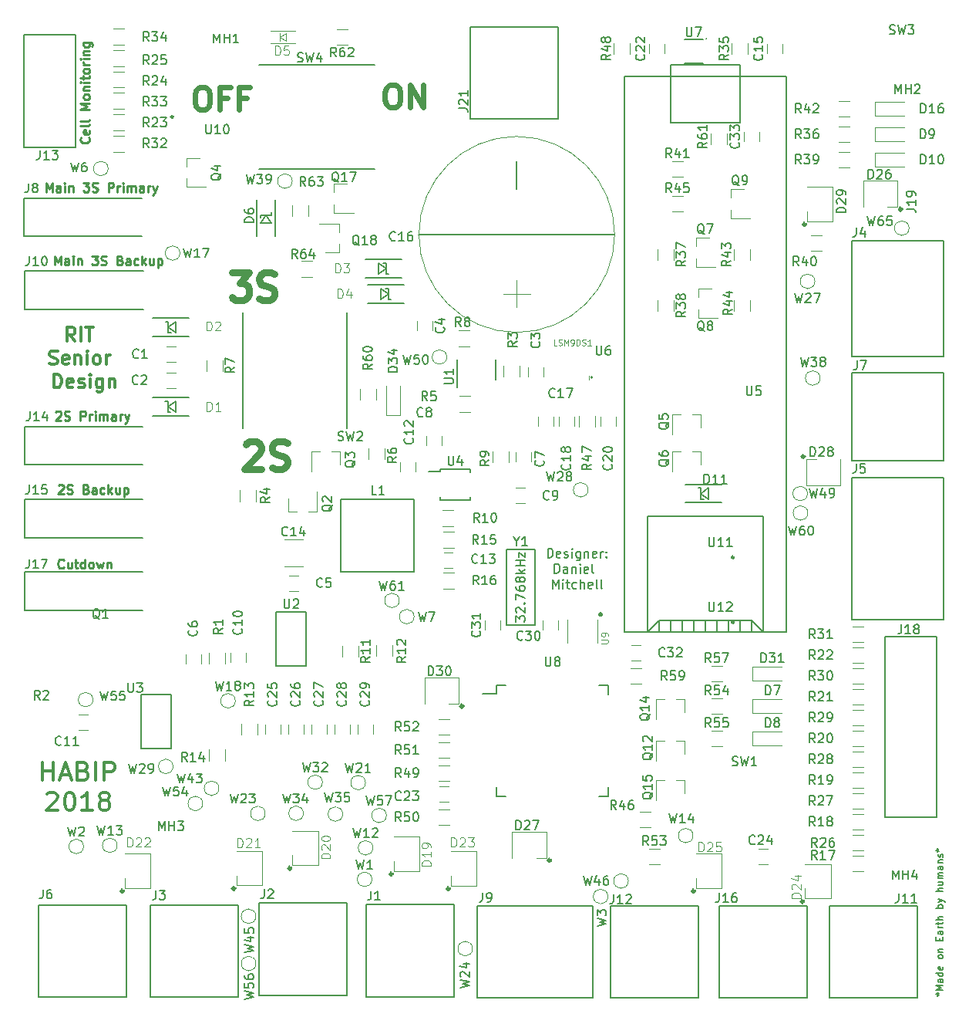
<source format=gbr>
G04 #@! TF.FileFunction,Legend,Top*
%FSLAX46Y46*%
G04 Gerber Fmt 4.6, Leading zero omitted, Abs format (unit mm)*
G04 Created by KiCad (PCBNEW 4.0.4-stable) date 02/13/18 14:48:55*
%MOMM*%
%LPD*%
G01*
G04 APERTURE LIST*
%ADD10C,0.100000*%
%ADD11C,0.300000*%
%ADD12C,0.200000*%
%ADD13C,0.158750*%
%ADD14C,0.750000*%
%ADD15C,0.625000*%
%ADD16C,0.250000*%
%ADD17C,0.150000*%
%ADD18C,0.120000*%
%ADD19C,0.310000*%
%ADD20C,0.160000*%
%ADD21C,0.050000*%
%ADD22C,0.500000*%
%ADD23C,0.125000*%
G04 APERTURE END LIST*
D10*
D11*
X26044286Y-55218571D02*
X25544286Y-54504286D01*
X25187143Y-55218571D02*
X25187143Y-53718571D01*
X25758571Y-53718571D01*
X25901429Y-53790000D01*
X25972857Y-53861429D01*
X26044286Y-54004286D01*
X26044286Y-54218571D01*
X25972857Y-54361429D01*
X25901429Y-54432857D01*
X25758571Y-54504286D01*
X25187143Y-54504286D01*
X26687143Y-55218571D02*
X26687143Y-53718571D01*
X27187143Y-53718571D02*
X28044286Y-53718571D01*
X27615715Y-55218571D02*
X27615715Y-53718571D01*
X23258572Y-57697143D02*
X23472858Y-57768571D01*
X23830001Y-57768571D01*
X23972858Y-57697143D01*
X24044287Y-57625714D01*
X24115715Y-57482857D01*
X24115715Y-57340000D01*
X24044287Y-57197143D01*
X23972858Y-57125714D01*
X23830001Y-57054286D01*
X23544287Y-56982857D01*
X23401429Y-56911429D01*
X23330001Y-56840000D01*
X23258572Y-56697143D01*
X23258572Y-56554286D01*
X23330001Y-56411429D01*
X23401429Y-56340000D01*
X23544287Y-56268571D01*
X23901429Y-56268571D01*
X24115715Y-56340000D01*
X25330000Y-57697143D02*
X25187143Y-57768571D01*
X24901429Y-57768571D01*
X24758572Y-57697143D01*
X24687143Y-57554286D01*
X24687143Y-56982857D01*
X24758572Y-56840000D01*
X24901429Y-56768571D01*
X25187143Y-56768571D01*
X25330000Y-56840000D01*
X25401429Y-56982857D01*
X25401429Y-57125714D01*
X24687143Y-57268571D01*
X26044286Y-56768571D02*
X26044286Y-57768571D01*
X26044286Y-56911429D02*
X26115714Y-56840000D01*
X26258572Y-56768571D01*
X26472857Y-56768571D01*
X26615714Y-56840000D01*
X26687143Y-56982857D01*
X26687143Y-57768571D01*
X27401429Y-57768571D02*
X27401429Y-56768571D01*
X27401429Y-56268571D02*
X27330000Y-56340000D01*
X27401429Y-56411429D01*
X27472857Y-56340000D01*
X27401429Y-56268571D01*
X27401429Y-56411429D01*
X28330001Y-57768571D02*
X28187143Y-57697143D01*
X28115715Y-57625714D01*
X28044286Y-57482857D01*
X28044286Y-57054286D01*
X28115715Y-56911429D01*
X28187143Y-56840000D01*
X28330001Y-56768571D01*
X28544286Y-56768571D01*
X28687143Y-56840000D01*
X28758572Y-56911429D01*
X28830001Y-57054286D01*
X28830001Y-57482857D01*
X28758572Y-57625714D01*
X28687143Y-57697143D01*
X28544286Y-57768571D01*
X28330001Y-57768571D01*
X29472858Y-57768571D02*
X29472858Y-56768571D01*
X29472858Y-57054286D02*
X29544286Y-56911429D01*
X29615715Y-56840000D01*
X29758572Y-56768571D01*
X29901429Y-56768571D01*
X23722857Y-60318571D02*
X23722857Y-58818571D01*
X24080000Y-58818571D01*
X24294285Y-58890000D01*
X24437143Y-59032857D01*
X24508571Y-59175714D01*
X24580000Y-59461429D01*
X24580000Y-59675714D01*
X24508571Y-59961429D01*
X24437143Y-60104286D01*
X24294285Y-60247143D01*
X24080000Y-60318571D01*
X23722857Y-60318571D01*
X25794285Y-60247143D02*
X25651428Y-60318571D01*
X25365714Y-60318571D01*
X25222857Y-60247143D01*
X25151428Y-60104286D01*
X25151428Y-59532857D01*
X25222857Y-59390000D01*
X25365714Y-59318571D01*
X25651428Y-59318571D01*
X25794285Y-59390000D01*
X25865714Y-59532857D01*
X25865714Y-59675714D01*
X25151428Y-59818571D01*
X26437142Y-60247143D02*
X26579999Y-60318571D01*
X26865714Y-60318571D01*
X27008571Y-60247143D01*
X27079999Y-60104286D01*
X27079999Y-60032857D01*
X27008571Y-59890000D01*
X26865714Y-59818571D01*
X26651428Y-59818571D01*
X26508571Y-59747143D01*
X26437142Y-59604286D01*
X26437142Y-59532857D01*
X26508571Y-59390000D01*
X26651428Y-59318571D01*
X26865714Y-59318571D01*
X27008571Y-59390000D01*
X27722857Y-60318571D02*
X27722857Y-59318571D01*
X27722857Y-58818571D02*
X27651428Y-58890000D01*
X27722857Y-58961429D01*
X27794285Y-58890000D01*
X27722857Y-58818571D01*
X27722857Y-58961429D01*
X29080000Y-59318571D02*
X29080000Y-60532857D01*
X29008571Y-60675714D01*
X28937143Y-60747143D01*
X28794286Y-60818571D01*
X28580000Y-60818571D01*
X28437143Y-60747143D01*
X29080000Y-60247143D02*
X28937143Y-60318571D01*
X28651429Y-60318571D01*
X28508571Y-60247143D01*
X28437143Y-60175714D01*
X28365714Y-60032857D01*
X28365714Y-59604286D01*
X28437143Y-59461429D01*
X28508571Y-59390000D01*
X28651429Y-59318571D01*
X28937143Y-59318571D01*
X29080000Y-59390000D01*
X29794286Y-59318571D02*
X29794286Y-60318571D01*
X29794286Y-59461429D02*
X29865714Y-59390000D01*
X30008572Y-59318571D01*
X30222857Y-59318571D01*
X30365714Y-59390000D01*
X30437143Y-59532857D01*
X30437143Y-60318571D01*
X22495238Y-103398762D02*
X22495238Y-101398762D01*
X22495238Y-102351143D02*
X23638096Y-102351143D01*
X23638096Y-103398762D02*
X23638096Y-101398762D01*
X24495238Y-102827333D02*
X25447619Y-102827333D01*
X24304762Y-103398762D02*
X24971429Y-101398762D01*
X25638096Y-103398762D01*
X26971429Y-102351143D02*
X27257143Y-102446381D01*
X27352382Y-102541619D01*
X27447620Y-102732095D01*
X27447620Y-103017810D01*
X27352382Y-103208286D01*
X27257143Y-103303524D01*
X27066667Y-103398762D01*
X26304762Y-103398762D01*
X26304762Y-101398762D01*
X26971429Y-101398762D01*
X27161905Y-101494000D01*
X27257143Y-101589238D01*
X27352382Y-101779714D01*
X27352382Y-101970190D01*
X27257143Y-102160667D01*
X27161905Y-102255905D01*
X26971429Y-102351143D01*
X26304762Y-102351143D01*
X28304762Y-103398762D02*
X28304762Y-101398762D01*
X29257143Y-103398762D02*
X29257143Y-101398762D01*
X30019048Y-101398762D01*
X30209524Y-101494000D01*
X30304763Y-101589238D01*
X30400001Y-101779714D01*
X30400001Y-102065429D01*
X30304763Y-102255905D01*
X30209524Y-102351143D01*
X30019048Y-102446381D01*
X29257143Y-102446381D01*
X22971428Y-104889238D02*
X23066666Y-104794000D01*
X23257143Y-104698762D01*
X23733333Y-104698762D01*
X23923809Y-104794000D01*
X24019047Y-104889238D01*
X24114286Y-105079714D01*
X24114286Y-105270190D01*
X24019047Y-105555905D01*
X22876190Y-106698762D01*
X24114286Y-106698762D01*
X25352381Y-104698762D02*
X25542857Y-104698762D01*
X25733333Y-104794000D01*
X25828571Y-104889238D01*
X25923809Y-105079714D01*
X26019048Y-105460667D01*
X26019048Y-105936857D01*
X25923809Y-106317810D01*
X25828571Y-106508286D01*
X25733333Y-106603524D01*
X25542857Y-106698762D01*
X25352381Y-106698762D01*
X25161905Y-106603524D01*
X25066667Y-106508286D01*
X24971428Y-106317810D01*
X24876190Y-105936857D01*
X24876190Y-105460667D01*
X24971428Y-105079714D01*
X25066667Y-104889238D01*
X25161905Y-104794000D01*
X25352381Y-104698762D01*
X27923810Y-106698762D02*
X26780952Y-106698762D01*
X27352381Y-106698762D02*
X27352381Y-104698762D01*
X27161905Y-104984476D01*
X26971429Y-105174952D01*
X26780952Y-105270190D01*
X29066667Y-105555905D02*
X28876191Y-105460667D01*
X28780952Y-105365429D01*
X28685714Y-105174952D01*
X28685714Y-105079714D01*
X28780952Y-104889238D01*
X28876191Y-104794000D01*
X29066667Y-104698762D01*
X29447619Y-104698762D01*
X29638095Y-104794000D01*
X29733333Y-104889238D01*
X29828572Y-105079714D01*
X29828572Y-105174952D01*
X29733333Y-105365429D01*
X29638095Y-105460667D01*
X29447619Y-105555905D01*
X29066667Y-105555905D01*
X28876191Y-105651143D01*
X28780952Y-105746381D01*
X28685714Y-105936857D01*
X28685714Y-106317810D01*
X28780952Y-106508286D01*
X28876191Y-106603524D01*
X29066667Y-106698762D01*
X29447619Y-106698762D01*
X29638095Y-106603524D01*
X29733333Y-106508286D01*
X29828572Y-106317810D01*
X29828572Y-105936857D01*
X29733333Y-105746381D01*
X29638095Y-105651143D01*
X29447619Y-105555905D01*
D12*
X77967714Y-78956381D02*
X77967714Y-77956381D01*
X78205809Y-77956381D01*
X78348667Y-78004000D01*
X78443905Y-78099238D01*
X78491524Y-78194476D01*
X78539143Y-78384952D01*
X78539143Y-78527810D01*
X78491524Y-78718286D01*
X78443905Y-78813524D01*
X78348667Y-78908762D01*
X78205809Y-78956381D01*
X77967714Y-78956381D01*
X79348667Y-78908762D02*
X79253429Y-78956381D01*
X79062952Y-78956381D01*
X78967714Y-78908762D01*
X78920095Y-78813524D01*
X78920095Y-78432571D01*
X78967714Y-78337333D01*
X79062952Y-78289714D01*
X79253429Y-78289714D01*
X79348667Y-78337333D01*
X79396286Y-78432571D01*
X79396286Y-78527810D01*
X78920095Y-78623048D01*
X79777238Y-78908762D02*
X79872476Y-78956381D01*
X80062952Y-78956381D01*
X80158191Y-78908762D01*
X80205810Y-78813524D01*
X80205810Y-78765905D01*
X80158191Y-78670667D01*
X80062952Y-78623048D01*
X79920095Y-78623048D01*
X79824857Y-78575429D01*
X79777238Y-78480190D01*
X79777238Y-78432571D01*
X79824857Y-78337333D01*
X79920095Y-78289714D01*
X80062952Y-78289714D01*
X80158191Y-78337333D01*
X80634381Y-78956381D02*
X80634381Y-78289714D01*
X80634381Y-77956381D02*
X80586762Y-78004000D01*
X80634381Y-78051619D01*
X80682000Y-78004000D01*
X80634381Y-77956381D01*
X80634381Y-78051619D01*
X81539143Y-78289714D02*
X81539143Y-79099238D01*
X81491524Y-79194476D01*
X81443905Y-79242095D01*
X81348666Y-79289714D01*
X81205809Y-79289714D01*
X81110571Y-79242095D01*
X81539143Y-78908762D02*
X81443905Y-78956381D01*
X81253428Y-78956381D01*
X81158190Y-78908762D01*
X81110571Y-78861143D01*
X81062952Y-78765905D01*
X81062952Y-78480190D01*
X81110571Y-78384952D01*
X81158190Y-78337333D01*
X81253428Y-78289714D01*
X81443905Y-78289714D01*
X81539143Y-78337333D01*
X82015333Y-78289714D02*
X82015333Y-78956381D01*
X82015333Y-78384952D02*
X82062952Y-78337333D01*
X82158190Y-78289714D01*
X82301048Y-78289714D01*
X82396286Y-78337333D01*
X82443905Y-78432571D01*
X82443905Y-78956381D01*
X83301048Y-78908762D02*
X83205810Y-78956381D01*
X83015333Y-78956381D01*
X82920095Y-78908762D01*
X82872476Y-78813524D01*
X82872476Y-78432571D01*
X82920095Y-78337333D01*
X83015333Y-78289714D01*
X83205810Y-78289714D01*
X83301048Y-78337333D01*
X83348667Y-78432571D01*
X83348667Y-78527810D01*
X82872476Y-78623048D01*
X83777238Y-78956381D02*
X83777238Y-78289714D01*
X83777238Y-78480190D02*
X83824857Y-78384952D01*
X83872476Y-78337333D01*
X83967714Y-78289714D01*
X84062953Y-78289714D01*
X84396286Y-78861143D02*
X84443905Y-78908762D01*
X84396286Y-78956381D01*
X84348667Y-78908762D01*
X84396286Y-78861143D01*
X84396286Y-78956381D01*
X84396286Y-78337333D02*
X84443905Y-78384952D01*
X84396286Y-78432571D01*
X84348667Y-78384952D01*
X84396286Y-78337333D01*
X84396286Y-78432571D01*
X78705809Y-80656381D02*
X78705809Y-79656381D01*
X78943904Y-79656381D01*
X79086762Y-79704000D01*
X79182000Y-79799238D01*
X79229619Y-79894476D01*
X79277238Y-80084952D01*
X79277238Y-80227810D01*
X79229619Y-80418286D01*
X79182000Y-80513524D01*
X79086762Y-80608762D01*
X78943904Y-80656381D01*
X78705809Y-80656381D01*
X80134381Y-80656381D02*
X80134381Y-80132571D01*
X80086762Y-80037333D01*
X79991524Y-79989714D01*
X79801047Y-79989714D01*
X79705809Y-80037333D01*
X80134381Y-80608762D02*
X80039143Y-80656381D01*
X79801047Y-80656381D01*
X79705809Y-80608762D01*
X79658190Y-80513524D01*
X79658190Y-80418286D01*
X79705809Y-80323048D01*
X79801047Y-80275429D01*
X80039143Y-80275429D01*
X80134381Y-80227810D01*
X80610571Y-79989714D02*
X80610571Y-80656381D01*
X80610571Y-80084952D02*
X80658190Y-80037333D01*
X80753428Y-79989714D01*
X80896286Y-79989714D01*
X80991524Y-80037333D01*
X81039143Y-80132571D01*
X81039143Y-80656381D01*
X81515333Y-80656381D02*
X81515333Y-79989714D01*
X81515333Y-79656381D02*
X81467714Y-79704000D01*
X81515333Y-79751619D01*
X81562952Y-79704000D01*
X81515333Y-79656381D01*
X81515333Y-79751619D01*
X82372476Y-80608762D02*
X82277238Y-80656381D01*
X82086761Y-80656381D01*
X81991523Y-80608762D01*
X81943904Y-80513524D01*
X81943904Y-80132571D01*
X81991523Y-80037333D01*
X82086761Y-79989714D01*
X82277238Y-79989714D01*
X82372476Y-80037333D01*
X82420095Y-80132571D01*
X82420095Y-80227810D01*
X81943904Y-80323048D01*
X82991523Y-80656381D02*
X82896285Y-80608762D01*
X82848666Y-80513524D01*
X82848666Y-79656381D01*
X78491523Y-82356381D02*
X78491523Y-81356381D01*
X78824857Y-82070667D01*
X79158190Y-81356381D01*
X79158190Y-82356381D01*
X79634380Y-82356381D02*
X79634380Y-81689714D01*
X79634380Y-81356381D02*
X79586761Y-81404000D01*
X79634380Y-81451619D01*
X79681999Y-81404000D01*
X79634380Y-81356381D01*
X79634380Y-81451619D01*
X79967713Y-81689714D02*
X80348665Y-81689714D01*
X80110570Y-81356381D02*
X80110570Y-82213524D01*
X80158189Y-82308762D01*
X80253427Y-82356381D01*
X80348665Y-82356381D01*
X81110571Y-82308762D02*
X81015333Y-82356381D01*
X80824856Y-82356381D01*
X80729618Y-82308762D01*
X80681999Y-82261143D01*
X80634380Y-82165905D01*
X80634380Y-81880190D01*
X80681999Y-81784952D01*
X80729618Y-81737333D01*
X80824856Y-81689714D01*
X81015333Y-81689714D01*
X81110571Y-81737333D01*
X81539142Y-82356381D02*
X81539142Y-81356381D01*
X81967714Y-82356381D02*
X81967714Y-81832571D01*
X81920095Y-81737333D01*
X81824857Y-81689714D01*
X81681999Y-81689714D01*
X81586761Y-81737333D01*
X81539142Y-81784952D01*
X82824857Y-82308762D02*
X82729619Y-82356381D01*
X82539142Y-82356381D01*
X82443904Y-82308762D01*
X82396285Y-82213524D01*
X82396285Y-81832571D01*
X82443904Y-81737333D01*
X82539142Y-81689714D01*
X82729619Y-81689714D01*
X82824857Y-81737333D01*
X82872476Y-81832571D01*
X82872476Y-81927810D01*
X82396285Y-82023048D01*
X83443904Y-82356381D02*
X83348666Y-82308762D01*
X83301047Y-82213524D01*
X83301047Y-81356381D01*
X83967714Y-82356381D02*
X83872476Y-82308762D01*
X83824857Y-82213524D01*
X83824857Y-81356381D01*
D13*
X120612714Y-126864286D02*
X120794143Y-126864286D01*
X120721571Y-127045715D02*
X120794143Y-126864286D01*
X120721571Y-126682858D01*
X120939286Y-126973143D02*
X120794143Y-126864286D01*
X120939286Y-126755429D01*
X121374714Y-126392572D02*
X120612714Y-126392572D01*
X121157000Y-126138572D01*
X120612714Y-125884572D01*
X121374714Y-125884572D01*
X121374714Y-125195144D02*
X120975571Y-125195144D01*
X120903000Y-125231430D01*
X120866714Y-125304001D01*
X120866714Y-125449144D01*
X120903000Y-125521715D01*
X121338429Y-125195144D02*
X121374714Y-125267715D01*
X121374714Y-125449144D01*
X121338429Y-125521715D01*
X121265857Y-125558001D01*
X121193286Y-125558001D01*
X121120714Y-125521715D01*
X121084429Y-125449144D01*
X121084429Y-125267715D01*
X121048143Y-125195144D01*
X121374714Y-124505715D02*
X120612714Y-124505715D01*
X121338429Y-124505715D02*
X121374714Y-124578286D01*
X121374714Y-124723429D01*
X121338429Y-124796001D01*
X121302143Y-124832286D01*
X121229571Y-124868572D01*
X121011857Y-124868572D01*
X120939286Y-124832286D01*
X120903000Y-124796001D01*
X120866714Y-124723429D01*
X120866714Y-124578286D01*
X120903000Y-124505715D01*
X121338429Y-123852572D02*
X121374714Y-123925143D01*
X121374714Y-124070286D01*
X121338429Y-124142857D01*
X121265857Y-124179143D01*
X120975571Y-124179143D01*
X120903000Y-124142857D01*
X120866714Y-124070286D01*
X120866714Y-123925143D01*
X120903000Y-123852572D01*
X120975571Y-123816286D01*
X121048143Y-123816286D01*
X121120714Y-124179143D01*
X121374714Y-122800286D02*
X121338429Y-122872858D01*
X121302143Y-122909143D01*
X121229571Y-122945429D01*
X121011857Y-122945429D01*
X120939286Y-122909143D01*
X120903000Y-122872858D01*
X120866714Y-122800286D01*
X120866714Y-122691429D01*
X120903000Y-122618858D01*
X120939286Y-122582572D01*
X121011857Y-122546286D01*
X121229571Y-122546286D01*
X121302143Y-122582572D01*
X121338429Y-122618858D01*
X121374714Y-122691429D01*
X121374714Y-122800286D01*
X120866714Y-122219714D02*
X121374714Y-122219714D01*
X120939286Y-122219714D02*
X120903000Y-122183429D01*
X120866714Y-122110857D01*
X120866714Y-122002000D01*
X120903000Y-121929429D01*
X120975571Y-121893143D01*
X121374714Y-121893143D01*
X120975571Y-120949714D02*
X120975571Y-120695714D01*
X121374714Y-120586857D02*
X121374714Y-120949714D01*
X120612714Y-120949714D01*
X120612714Y-120586857D01*
X121374714Y-119933714D02*
X120975571Y-119933714D01*
X120903000Y-119970000D01*
X120866714Y-120042571D01*
X120866714Y-120187714D01*
X120903000Y-120260285D01*
X121338429Y-119933714D02*
X121374714Y-120006285D01*
X121374714Y-120187714D01*
X121338429Y-120260285D01*
X121265857Y-120296571D01*
X121193286Y-120296571D01*
X121120714Y-120260285D01*
X121084429Y-120187714D01*
X121084429Y-120006285D01*
X121048143Y-119933714D01*
X121374714Y-119570856D02*
X120866714Y-119570856D01*
X121011857Y-119570856D02*
X120939286Y-119534571D01*
X120903000Y-119498285D01*
X120866714Y-119425714D01*
X120866714Y-119353142D01*
X120866714Y-119208000D02*
X120866714Y-118917714D01*
X120612714Y-119099142D02*
X121265857Y-119099142D01*
X121338429Y-119062857D01*
X121374714Y-118990285D01*
X121374714Y-118917714D01*
X121374714Y-118663713D02*
X120612714Y-118663713D01*
X121374714Y-118337142D02*
X120975571Y-118337142D01*
X120903000Y-118373428D01*
X120866714Y-118445999D01*
X120866714Y-118554856D01*
X120903000Y-118627428D01*
X120939286Y-118663713D01*
X121374714Y-117393713D02*
X120612714Y-117393713D01*
X120903000Y-117393713D02*
X120866714Y-117321142D01*
X120866714Y-117175999D01*
X120903000Y-117103428D01*
X120939286Y-117067142D01*
X121011857Y-117030856D01*
X121229571Y-117030856D01*
X121302143Y-117067142D01*
X121338429Y-117103428D01*
X121374714Y-117175999D01*
X121374714Y-117321142D01*
X121338429Y-117393713D01*
X120866714Y-116776856D02*
X121374714Y-116595427D01*
X120866714Y-116413999D02*
X121374714Y-116595427D01*
X121556143Y-116667999D01*
X121592429Y-116704284D01*
X121628714Y-116776856D01*
X121374714Y-115543142D02*
X120612714Y-115543142D01*
X121374714Y-115216571D02*
X120975571Y-115216571D01*
X120903000Y-115252857D01*
X120866714Y-115325428D01*
X120866714Y-115434285D01*
X120903000Y-115506857D01*
X120939286Y-115543142D01*
X120866714Y-114527142D02*
X121374714Y-114527142D01*
X120866714Y-114853713D02*
X121265857Y-114853713D01*
X121338429Y-114817428D01*
X121374714Y-114744856D01*
X121374714Y-114635999D01*
X121338429Y-114563428D01*
X121302143Y-114527142D01*
X121374714Y-114164284D02*
X120866714Y-114164284D01*
X120939286Y-114164284D02*
X120903000Y-114127999D01*
X120866714Y-114055427D01*
X120866714Y-113946570D01*
X120903000Y-113873999D01*
X120975571Y-113837713D01*
X121374714Y-113837713D01*
X120975571Y-113837713D02*
X120903000Y-113801427D01*
X120866714Y-113728856D01*
X120866714Y-113619999D01*
X120903000Y-113547427D01*
X120975571Y-113511142D01*
X121374714Y-113511142D01*
X121374714Y-112821713D02*
X120975571Y-112821713D01*
X120903000Y-112857999D01*
X120866714Y-112930570D01*
X120866714Y-113075713D01*
X120903000Y-113148284D01*
X121338429Y-112821713D02*
X121374714Y-112894284D01*
X121374714Y-113075713D01*
X121338429Y-113148284D01*
X121265857Y-113184570D01*
X121193286Y-113184570D01*
X121120714Y-113148284D01*
X121084429Y-113075713D01*
X121084429Y-112894284D01*
X121048143Y-112821713D01*
X120866714Y-112458855D02*
X121374714Y-112458855D01*
X120939286Y-112458855D02*
X120903000Y-112422570D01*
X120866714Y-112349998D01*
X120866714Y-112241141D01*
X120903000Y-112168570D01*
X120975571Y-112132284D01*
X121374714Y-112132284D01*
X121338429Y-111805712D02*
X121374714Y-111733141D01*
X121374714Y-111587998D01*
X121338429Y-111515426D01*
X121265857Y-111479141D01*
X121229571Y-111479141D01*
X121157000Y-111515426D01*
X121120714Y-111587998D01*
X121120714Y-111696855D01*
X121084429Y-111769426D01*
X121011857Y-111805712D01*
X120975571Y-111805712D01*
X120903000Y-111769426D01*
X120866714Y-111696855D01*
X120866714Y-111587998D01*
X120903000Y-111515426D01*
X120612714Y-111043712D02*
X120794143Y-111043712D01*
X120721571Y-111225141D02*
X120794143Y-111043712D01*
X120721571Y-110862284D01*
X120939286Y-111152569D02*
X120794143Y-111043712D01*
X120939286Y-110934855D01*
D14*
X44793186Y-66511657D02*
X44936043Y-66368800D01*
X45221757Y-66225943D01*
X45936043Y-66225943D01*
X46221757Y-66368800D01*
X46364614Y-66511657D01*
X46507471Y-66797371D01*
X46507471Y-67083086D01*
X46364614Y-67511657D01*
X44650328Y-69225943D01*
X46507471Y-69225943D01*
X47650329Y-69083086D02*
X48078900Y-69225943D01*
X48793186Y-69225943D01*
X49078900Y-69083086D01*
X49221757Y-68940229D01*
X49364614Y-68654514D01*
X49364614Y-68368800D01*
X49221757Y-68083086D01*
X49078900Y-67940229D01*
X48793186Y-67797371D01*
X48221757Y-67654514D01*
X47936043Y-67511657D01*
X47793186Y-67368800D01*
X47650329Y-67083086D01*
X47650329Y-66797371D01*
X47793186Y-66511657D01*
X47936043Y-66368800D01*
X48221757Y-66225943D01*
X48936043Y-66225943D01*
X49364614Y-66368800D01*
X43255868Y-47699183D02*
X45113011Y-47699183D01*
X44113011Y-48842040D01*
X44541583Y-48842040D01*
X44827297Y-48984897D01*
X44970154Y-49127754D01*
X45113011Y-49413469D01*
X45113011Y-50127754D01*
X44970154Y-50413469D01*
X44827297Y-50556326D01*
X44541583Y-50699183D01*
X43684440Y-50699183D01*
X43398726Y-50556326D01*
X43255868Y-50413469D01*
X46255869Y-50556326D02*
X46684440Y-50699183D01*
X47398726Y-50699183D01*
X47684440Y-50556326D01*
X47827297Y-50413469D01*
X47970154Y-50127754D01*
X47970154Y-49842040D01*
X47827297Y-49556326D01*
X47684440Y-49413469D01*
X47398726Y-49270611D01*
X46827297Y-49127754D01*
X46541583Y-48984897D01*
X46398726Y-48842040D01*
X46255869Y-48556326D01*
X46255869Y-48270611D01*
X46398726Y-47984897D01*
X46541583Y-47842040D01*
X46827297Y-47699183D01*
X47541583Y-47699183D01*
X47970154Y-47842040D01*
D15*
X60682381Y-27078952D02*
X61158571Y-27078952D01*
X61396666Y-27198000D01*
X61634762Y-27436095D01*
X61753809Y-27912286D01*
X61753809Y-28745619D01*
X61634762Y-29221810D01*
X61396666Y-29459905D01*
X61158571Y-29578952D01*
X60682381Y-29578952D01*
X60444285Y-29459905D01*
X60206190Y-29221810D01*
X60087142Y-28745619D01*
X60087142Y-27912286D01*
X60206190Y-27436095D01*
X60444285Y-27198000D01*
X60682381Y-27078952D01*
X62825238Y-29578952D02*
X62825238Y-27078952D01*
X64253810Y-29578952D01*
X64253810Y-27078952D01*
X39783048Y-27332952D02*
X40259238Y-27332952D01*
X40497333Y-27452000D01*
X40735429Y-27690095D01*
X40854476Y-28166286D01*
X40854476Y-28999619D01*
X40735429Y-29475810D01*
X40497333Y-29713905D01*
X40259238Y-29832952D01*
X39783048Y-29832952D01*
X39544952Y-29713905D01*
X39306857Y-29475810D01*
X39187809Y-28999619D01*
X39187809Y-28166286D01*
X39306857Y-27690095D01*
X39544952Y-27452000D01*
X39783048Y-27332952D01*
X42759238Y-28523429D02*
X41925905Y-28523429D01*
X41925905Y-29832952D02*
X41925905Y-27332952D01*
X43116381Y-27332952D01*
X44902095Y-28523429D02*
X44068762Y-28523429D01*
X44068762Y-29832952D02*
X44068762Y-27332952D01*
X45259238Y-27332952D01*
D16*
X24792276Y-80042023D02*
X24744657Y-80089642D01*
X24601800Y-80137261D01*
X24506562Y-80137261D01*
X24363704Y-80089642D01*
X24268466Y-79994404D01*
X24220847Y-79899166D01*
X24173228Y-79708690D01*
X24173228Y-79565832D01*
X24220847Y-79375356D01*
X24268466Y-79280118D01*
X24363704Y-79184880D01*
X24506562Y-79137261D01*
X24601800Y-79137261D01*
X24744657Y-79184880D01*
X24792276Y-79232499D01*
X25649419Y-79470594D02*
X25649419Y-80137261D01*
X25220847Y-79470594D02*
X25220847Y-79994404D01*
X25268466Y-80089642D01*
X25363704Y-80137261D01*
X25506562Y-80137261D01*
X25601800Y-80089642D01*
X25649419Y-80042023D01*
X25982752Y-79470594D02*
X26363704Y-79470594D01*
X26125609Y-79137261D02*
X26125609Y-79994404D01*
X26173228Y-80089642D01*
X26268466Y-80137261D01*
X26363704Y-80137261D01*
X27125610Y-80137261D02*
X27125610Y-79137261D01*
X27125610Y-80089642D02*
X27030372Y-80137261D01*
X26839895Y-80137261D01*
X26744657Y-80089642D01*
X26697038Y-80042023D01*
X26649419Y-79946785D01*
X26649419Y-79661070D01*
X26697038Y-79565832D01*
X26744657Y-79518213D01*
X26839895Y-79470594D01*
X27030372Y-79470594D01*
X27125610Y-79518213D01*
X27744657Y-80137261D02*
X27649419Y-80089642D01*
X27601800Y-80042023D01*
X27554181Y-79946785D01*
X27554181Y-79661070D01*
X27601800Y-79565832D01*
X27649419Y-79518213D01*
X27744657Y-79470594D01*
X27887515Y-79470594D01*
X27982753Y-79518213D01*
X28030372Y-79565832D01*
X28077991Y-79661070D01*
X28077991Y-79946785D01*
X28030372Y-80042023D01*
X27982753Y-80089642D01*
X27887515Y-80137261D01*
X27744657Y-80137261D01*
X28411324Y-79470594D02*
X28601800Y-80137261D01*
X28792277Y-79661070D01*
X28982753Y-80137261D01*
X29173229Y-79470594D01*
X29554181Y-79470594D02*
X29554181Y-80137261D01*
X29554181Y-79565832D02*
X29601800Y-79518213D01*
X29697038Y-79470594D01*
X29839896Y-79470594D01*
X29935134Y-79518213D01*
X29982753Y-79613451D01*
X29982753Y-80137261D01*
X27535143Y-32868572D02*
X27582762Y-32916191D01*
X27630381Y-33059048D01*
X27630381Y-33154286D01*
X27582762Y-33297144D01*
X27487524Y-33392382D01*
X27392286Y-33440001D01*
X27201810Y-33487620D01*
X27058952Y-33487620D01*
X26868476Y-33440001D01*
X26773238Y-33392382D01*
X26678000Y-33297144D01*
X26630381Y-33154286D01*
X26630381Y-33059048D01*
X26678000Y-32916191D01*
X26725619Y-32868572D01*
X27582762Y-32059048D02*
X27630381Y-32154286D01*
X27630381Y-32344763D01*
X27582762Y-32440001D01*
X27487524Y-32487620D01*
X27106571Y-32487620D01*
X27011333Y-32440001D01*
X26963714Y-32344763D01*
X26963714Y-32154286D01*
X27011333Y-32059048D01*
X27106571Y-32011429D01*
X27201810Y-32011429D01*
X27297048Y-32487620D01*
X27630381Y-31440001D02*
X27582762Y-31535239D01*
X27487524Y-31582858D01*
X26630381Y-31582858D01*
X27630381Y-30916191D02*
X27582762Y-31011429D01*
X27487524Y-31059048D01*
X26630381Y-31059048D01*
X27630381Y-29773333D02*
X26630381Y-29773333D01*
X27344667Y-29439999D01*
X26630381Y-29106666D01*
X27630381Y-29106666D01*
X27630381Y-28487619D02*
X27582762Y-28582857D01*
X27535143Y-28630476D01*
X27439905Y-28678095D01*
X27154190Y-28678095D01*
X27058952Y-28630476D01*
X27011333Y-28582857D01*
X26963714Y-28487619D01*
X26963714Y-28344761D01*
X27011333Y-28249523D01*
X27058952Y-28201904D01*
X27154190Y-28154285D01*
X27439905Y-28154285D01*
X27535143Y-28201904D01*
X27582762Y-28249523D01*
X27630381Y-28344761D01*
X27630381Y-28487619D01*
X26963714Y-27725714D02*
X27630381Y-27725714D01*
X27058952Y-27725714D02*
X27011333Y-27678095D01*
X26963714Y-27582857D01*
X26963714Y-27439999D01*
X27011333Y-27344761D01*
X27106571Y-27297142D01*
X27630381Y-27297142D01*
X27630381Y-26820952D02*
X26963714Y-26820952D01*
X26630381Y-26820952D02*
X26678000Y-26868571D01*
X26725619Y-26820952D01*
X26678000Y-26773333D01*
X26630381Y-26820952D01*
X26725619Y-26820952D01*
X26963714Y-26487619D02*
X26963714Y-26106667D01*
X26630381Y-26344762D02*
X27487524Y-26344762D01*
X27582762Y-26297143D01*
X27630381Y-26201905D01*
X27630381Y-26106667D01*
X27630381Y-25630476D02*
X27582762Y-25725714D01*
X27535143Y-25773333D01*
X27439905Y-25820952D01*
X27154190Y-25820952D01*
X27058952Y-25773333D01*
X27011333Y-25725714D01*
X26963714Y-25630476D01*
X26963714Y-25487618D01*
X27011333Y-25392380D01*
X27058952Y-25344761D01*
X27154190Y-25297142D01*
X27439905Y-25297142D01*
X27535143Y-25344761D01*
X27582762Y-25392380D01*
X27630381Y-25487618D01*
X27630381Y-25630476D01*
X27630381Y-24868571D02*
X26963714Y-24868571D01*
X27154190Y-24868571D02*
X27058952Y-24820952D01*
X27011333Y-24773333D01*
X26963714Y-24678095D01*
X26963714Y-24582856D01*
X27630381Y-24249523D02*
X26963714Y-24249523D01*
X26630381Y-24249523D02*
X26678000Y-24297142D01*
X26725619Y-24249523D01*
X26678000Y-24201904D01*
X26630381Y-24249523D01*
X26725619Y-24249523D01*
X26963714Y-23773333D02*
X27630381Y-23773333D01*
X27058952Y-23773333D02*
X27011333Y-23725714D01*
X26963714Y-23630476D01*
X26963714Y-23487618D01*
X27011333Y-23392380D01*
X27106571Y-23344761D01*
X27630381Y-23344761D01*
X26963714Y-22439999D02*
X27773238Y-22439999D01*
X27868476Y-22487618D01*
X27916095Y-22535237D01*
X27963714Y-22630476D01*
X27963714Y-22773333D01*
X27916095Y-22868571D01*
X27582762Y-22439999D02*
X27630381Y-22535237D01*
X27630381Y-22725714D01*
X27582762Y-22820952D01*
X27535143Y-22868571D01*
X27439905Y-22916190D01*
X27154190Y-22916190D01*
X27058952Y-22868571D01*
X27011333Y-22820952D01*
X26963714Y-22725714D01*
X26963714Y-22535237D01*
X27011333Y-22439999D01*
X24219066Y-71067619D02*
X24266685Y-71020000D01*
X24361923Y-70972381D01*
X24600019Y-70972381D01*
X24695257Y-71020000D01*
X24742876Y-71067619D01*
X24790495Y-71162857D01*
X24790495Y-71258095D01*
X24742876Y-71400952D01*
X24171447Y-71972381D01*
X24790495Y-71972381D01*
X25171447Y-71924762D02*
X25314304Y-71972381D01*
X25552400Y-71972381D01*
X25647638Y-71924762D01*
X25695257Y-71877143D01*
X25742876Y-71781905D01*
X25742876Y-71686667D01*
X25695257Y-71591429D01*
X25647638Y-71543810D01*
X25552400Y-71496190D01*
X25361923Y-71448571D01*
X25266685Y-71400952D01*
X25219066Y-71353333D01*
X25171447Y-71258095D01*
X25171447Y-71162857D01*
X25219066Y-71067619D01*
X25266685Y-71020000D01*
X25361923Y-70972381D01*
X25600019Y-70972381D01*
X25742876Y-71020000D01*
X27266686Y-71448571D02*
X27409543Y-71496190D01*
X27457162Y-71543810D01*
X27504781Y-71639048D01*
X27504781Y-71781905D01*
X27457162Y-71877143D01*
X27409543Y-71924762D01*
X27314305Y-71972381D01*
X26933352Y-71972381D01*
X26933352Y-70972381D01*
X27266686Y-70972381D01*
X27361924Y-71020000D01*
X27409543Y-71067619D01*
X27457162Y-71162857D01*
X27457162Y-71258095D01*
X27409543Y-71353333D01*
X27361924Y-71400952D01*
X27266686Y-71448571D01*
X26933352Y-71448571D01*
X28361924Y-71972381D02*
X28361924Y-71448571D01*
X28314305Y-71353333D01*
X28219067Y-71305714D01*
X28028590Y-71305714D01*
X27933352Y-71353333D01*
X28361924Y-71924762D02*
X28266686Y-71972381D01*
X28028590Y-71972381D01*
X27933352Y-71924762D01*
X27885733Y-71829524D01*
X27885733Y-71734286D01*
X27933352Y-71639048D01*
X28028590Y-71591429D01*
X28266686Y-71591429D01*
X28361924Y-71543810D01*
X29266686Y-71924762D02*
X29171448Y-71972381D01*
X28980971Y-71972381D01*
X28885733Y-71924762D01*
X28838114Y-71877143D01*
X28790495Y-71781905D01*
X28790495Y-71496190D01*
X28838114Y-71400952D01*
X28885733Y-71353333D01*
X28980971Y-71305714D01*
X29171448Y-71305714D01*
X29266686Y-71353333D01*
X29695257Y-71972381D02*
X29695257Y-70972381D01*
X29790495Y-71591429D02*
X30076210Y-71972381D01*
X30076210Y-71305714D02*
X29695257Y-71686667D01*
X30933353Y-71305714D02*
X30933353Y-71972381D01*
X30504781Y-71305714D02*
X30504781Y-71829524D01*
X30552400Y-71924762D01*
X30647638Y-71972381D01*
X30790496Y-71972381D01*
X30885734Y-71924762D01*
X30933353Y-71877143D01*
X31409543Y-71305714D02*
X31409543Y-72305714D01*
X31409543Y-71353333D02*
X31504781Y-71305714D01*
X31695258Y-71305714D01*
X31790496Y-71353333D01*
X31838115Y-71400952D01*
X31885734Y-71496190D01*
X31885734Y-71781905D01*
X31838115Y-71877143D01*
X31790496Y-71924762D01*
X31695258Y-71972381D01*
X31504781Y-71972381D01*
X31409543Y-71924762D01*
X23932400Y-62997619D02*
X23980019Y-62950000D01*
X24075257Y-62902381D01*
X24313353Y-62902381D01*
X24408591Y-62950000D01*
X24456210Y-62997619D01*
X24503829Y-63092857D01*
X24503829Y-63188095D01*
X24456210Y-63330952D01*
X23884781Y-63902381D01*
X24503829Y-63902381D01*
X24884781Y-63854762D02*
X25027638Y-63902381D01*
X25265734Y-63902381D01*
X25360972Y-63854762D01*
X25408591Y-63807143D01*
X25456210Y-63711905D01*
X25456210Y-63616667D01*
X25408591Y-63521429D01*
X25360972Y-63473810D01*
X25265734Y-63426190D01*
X25075257Y-63378571D01*
X24980019Y-63330952D01*
X24932400Y-63283333D01*
X24884781Y-63188095D01*
X24884781Y-63092857D01*
X24932400Y-62997619D01*
X24980019Y-62950000D01*
X25075257Y-62902381D01*
X25313353Y-62902381D01*
X25456210Y-62950000D01*
X26646686Y-63902381D02*
X26646686Y-62902381D01*
X27027639Y-62902381D01*
X27122877Y-62950000D01*
X27170496Y-62997619D01*
X27218115Y-63092857D01*
X27218115Y-63235714D01*
X27170496Y-63330952D01*
X27122877Y-63378571D01*
X27027639Y-63426190D01*
X26646686Y-63426190D01*
X27646686Y-63902381D02*
X27646686Y-63235714D01*
X27646686Y-63426190D02*
X27694305Y-63330952D01*
X27741924Y-63283333D01*
X27837162Y-63235714D01*
X27932401Y-63235714D01*
X28265734Y-63902381D02*
X28265734Y-63235714D01*
X28265734Y-62902381D02*
X28218115Y-62950000D01*
X28265734Y-62997619D01*
X28313353Y-62950000D01*
X28265734Y-62902381D01*
X28265734Y-62997619D01*
X28741924Y-63902381D02*
X28741924Y-63235714D01*
X28741924Y-63330952D02*
X28789543Y-63283333D01*
X28884781Y-63235714D01*
X29027639Y-63235714D01*
X29122877Y-63283333D01*
X29170496Y-63378571D01*
X29170496Y-63902381D01*
X29170496Y-63378571D02*
X29218115Y-63283333D01*
X29313353Y-63235714D01*
X29456210Y-63235714D01*
X29551448Y-63283333D01*
X29599067Y-63378571D01*
X29599067Y-63902381D01*
X30503829Y-63902381D02*
X30503829Y-63378571D01*
X30456210Y-63283333D01*
X30360972Y-63235714D01*
X30170495Y-63235714D01*
X30075257Y-63283333D01*
X30503829Y-63854762D02*
X30408591Y-63902381D01*
X30170495Y-63902381D01*
X30075257Y-63854762D01*
X30027638Y-63759524D01*
X30027638Y-63664286D01*
X30075257Y-63569048D01*
X30170495Y-63521429D01*
X30408591Y-63521429D01*
X30503829Y-63473810D01*
X30980019Y-63902381D02*
X30980019Y-63235714D01*
X30980019Y-63426190D02*
X31027638Y-63330952D01*
X31075257Y-63283333D01*
X31170495Y-63235714D01*
X31265734Y-63235714D01*
X31503829Y-63235714D02*
X31741924Y-63902381D01*
X31980020Y-63235714D02*
X31741924Y-63902381D01*
X31646686Y-64140476D01*
X31599067Y-64188095D01*
X31503829Y-64235714D01*
X23801447Y-46852381D02*
X23801447Y-45852381D01*
X24134781Y-46566667D01*
X24468114Y-45852381D01*
X24468114Y-46852381D01*
X25372876Y-46852381D02*
X25372876Y-46328571D01*
X25325257Y-46233333D01*
X25230019Y-46185714D01*
X25039542Y-46185714D01*
X24944304Y-46233333D01*
X25372876Y-46804762D02*
X25277638Y-46852381D01*
X25039542Y-46852381D01*
X24944304Y-46804762D01*
X24896685Y-46709524D01*
X24896685Y-46614286D01*
X24944304Y-46519048D01*
X25039542Y-46471429D01*
X25277638Y-46471429D01*
X25372876Y-46423810D01*
X25849066Y-46852381D02*
X25849066Y-46185714D01*
X25849066Y-45852381D02*
X25801447Y-45900000D01*
X25849066Y-45947619D01*
X25896685Y-45900000D01*
X25849066Y-45852381D01*
X25849066Y-45947619D01*
X26325256Y-46185714D02*
X26325256Y-46852381D01*
X26325256Y-46280952D02*
X26372875Y-46233333D01*
X26468113Y-46185714D01*
X26610971Y-46185714D01*
X26706209Y-46233333D01*
X26753828Y-46328571D01*
X26753828Y-46852381D01*
X27896685Y-45852381D02*
X28515733Y-45852381D01*
X28182399Y-46233333D01*
X28325257Y-46233333D01*
X28420495Y-46280952D01*
X28468114Y-46328571D01*
X28515733Y-46423810D01*
X28515733Y-46661905D01*
X28468114Y-46757143D01*
X28420495Y-46804762D01*
X28325257Y-46852381D01*
X28039542Y-46852381D01*
X27944304Y-46804762D01*
X27896685Y-46757143D01*
X28896685Y-46804762D02*
X29039542Y-46852381D01*
X29277638Y-46852381D01*
X29372876Y-46804762D01*
X29420495Y-46757143D01*
X29468114Y-46661905D01*
X29468114Y-46566667D01*
X29420495Y-46471429D01*
X29372876Y-46423810D01*
X29277638Y-46376190D01*
X29087161Y-46328571D01*
X28991923Y-46280952D01*
X28944304Y-46233333D01*
X28896685Y-46138095D01*
X28896685Y-46042857D01*
X28944304Y-45947619D01*
X28991923Y-45900000D01*
X29087161Y-45852381D01*
X29325257Y-45852381D01*
X29468114Y-45900000D01*
X30991924Y-46328571D02*
X31134781Y-46376190D01*
X31182400Y-46423810D01*
X31230019Y-46519048D01*
X31230019Y-46661905D01*
X31182400Y-46757143D01*
X31134781Y-46804762D01*
X31039543Y-46852381D01*
X30658590Y-46852381D01*
X30658590Y-45852381D01*
X30991924Y-45852381D01*
X31087162Y-45900000D01*
X31134781Y-45947619D01*
X31182400Y-46042857D01*
X31182400Y-46138095D01*
X31134781Y-46233333D01*
X31087162Y-46280952D01*
X30991924Y-46328571D01*
X30658590Y-46328571D01*
X32087162Y-46852381D02*
X32087162Y-46328571D01*
X32039543Y-46233333D01*
X31944305Y-46185714D01*
X31753828Y-46185714D01*
X31658590Y-46233333D01*
X32087162Y-46804762D02*
X31991924Y-46852381D01*
X31753828Y-46852381D01*
X31658590Y-46804762D01*
X31610971Y-46709524D01*
X31610971Y-46614286D01*
X31658590Y-46519048D01*
X31753828Y-46471429D01*
X31991924Y-46471429D01*
X32087162Y-46423810D01*
X32991924Y-46804762D02*
X32896686Y-46852381D01*
X32706209Y-46852381D01*
X32610971Y-46804762D01*
X32563352Y-46757143D01*
X32515733Y-46661905D01*
X32515733Y-46376190D01*
X32563352Y-46280952D01*
X32610971Y-46233333D01*
X32706209Y-46185714D01*
X32896686Y-46185714D01*
X32991924Y-46233333D01*
X33420495Y-46852381D02*
X33420495Y-45852381D01*
X33515733Y-46471429D02*
X33801448Y-46852381D01*
X33801448Y-46185714D02*
X33420495Y-46566667D01*
X34658591Y-46185714D02*
X34658591Y-46852381D01*
X34230019Y-46185714D02*
X34230019Y-46709524D01*
X34277638Y-46804762D01*
X34372876Y-46852381D01*
X34515734Y-46852381D01*
X34610972Y-46804762D01*
X34658591Y-46757143D01*
X35134781Y-46185714D02*
X35134781Y-47185714D01*
X35134781Y-46233333D02*
X35230019Y-46185714D01*
X35420496Y-46185714D01*
X35515734Y-46233333D01*
X35563353Y-46280952D01*
X35610972Y-46376190D01*
X35610972Y-46661905D01*
X35563353Y-46757143D01*
X35515734Y-46804762D01*
X35420496Y-46852381D01*
X35230019Y-46852381D01*
X35134781Y-46804762D01*
X22854781Y-38832381D02*
X22854781Y-37832381D01*
X23188115Y-38546667D01*
X23521448Y-37832381D01*
X23521448Y-38832381D01*
X24426210Y-38832381D02*
X24426210Y-38308571D01*
X24378591Y-38213333D01*
X24283353Y-38165714D01*
X24092876Y-38165714D01*
X23997638Y-38213333D01*
X24426210Y-38784762D02*
X24330972Y-38832381D01*
X24092876Y-38832381D01*
X23997638Y-38784762D01*
X23950019Y-38689524D01*
X23950019Y-38594286D01*
X23997638Y-38499048D01*
X24092876Y-38451429D01*
X24330972Y-38451429D01*
X24426210Y-38403810D01*
X24902400Y-38832381D02*
X24902400Y-38165714D01*
X24902400Y-37832381D02*
X24854781Y-37880000D01*
X24902400Y-37927619D01*
X24950019Y-37880000D01*
X24902400Y-37832381D01*
X24902400Y-37927619D01*
X25378590Y-38165714D02*
X25378590Y-38832381D01*
X25378590Y-38260952D02*
X25426209Y-38213333D01*
X25521447Y-38165714D01*
X25664305Y-38165714D01*
X25759543Y-38213333D01*
X25807162Y-38308571D01*
X25807162Y-38832381D01*
X26950019Y-37832381D02*
X27569067Y-37832381D01*
X27235733Y-38213333D01*
X27378591Y-38213333D01*
X27473829Y-38260952D01*
X27521448Y-38308571D01*
X27569067Y-38403810D01*
X27569067Y-38641905D01*
X27521448Y-38737143D01*
X27473829Y-38784762D01*
X27378591Y-38832381D01*
X27092876Y-38832381D01*
X26997638Y-38784762D01*
X26950019Y-38737143D01*
X27950019Y-38784762D02*
X28092876Y-38832381D01*
X28330972Y-38832381D01*
X28426210Y-38784762D01*
X28473829Y-38737143D01*
X28521448Y-38641905D01*
X28521448Y-38546667D01*
X28473829Y-38451429D01*
X28426210Y-38403810D01*
X28330972Y-38356190D01*
X28140495Y-38308571D01*
X28045257Y-38260952D01*
X27997638Y-38213333D01*
X27950019Y-38118095D01*
X27950019Y-38022857D01*
X27997638Y-37927619D01*
X28045257Y-37880000D01*
X28140495Y-37832381D01*
X28378591Y-37832381D01*
X28521448Y-37880000D01*
X29711924Y-38832381D02*
X29711924Y-37832381D01*
X30092877Y-37832381D01*
X30188115Y-37880000D01*
X30235734Y-37927619D01*
X30283353Y-38022857D01*
X30283353Y-38165714D01*
X30235734Y-38260952D01*
X30188115Y-38308571D01*
X30092877Y-38356190D01*
X29711924Y-38356190D01*
X30711924Y-38832381D02*
X30711924Y-38165714D01*
X30711924Y-38356190D02*
X30759543Y-38260952D01*
X30807162Y-38213333D01*
X30902400Y-38165714D01*
X30997639Y-38165714D01*
X31330972Y-38832381D02*
X31330972Y-38165714D01*
X31330972Y-37832381D02*
X31283353Y-37880000D01*
X31330972Y-37927619D01*
X31378591Y-37880000D01*
X31330972Y-37832381D01*
X31330972Y-37927619D01*
X31807162Y-38832381D02*
X31807162Y-38165714D01*
X31807162Y-38260952D02*
X31854781Y-38213333D01*
X31950019Y-38165714D01*
X32092877Y-38165714D01*
X32188115Y-38213333D01*
X32235734Y-38308571D01*
X32235734Y-38832381D01*
X32235734Y-38308571D02*
X32283353Y-38213333D01*
X32378591Y-38165714D01*
X32521448Y-38165714D01*
X32616686Y-38213333D01*
X32664305Y-38308571D01*
X32664305Y-38832381D01*
X33569067Y-38832381D02*
X33569067Y-38308571D01*
X33521448Y-38213333D01*
X33426210Y-38165714D01*
X33235733Y-38165714D01*
X33140495Y-38213333D01*
X33569067Y-38784762D02*
X33473829Y-38832381D01*
X33235733Y-38832381D01*
X33140495Y-38784762D01*
X33092876Y-38689524D01*
X33092876Y-38594286D01*
X33140495Y-38499048D01*
X33235733Y-38451429D01*
X33473829Y-38451429D01*
X33569067Y-38403810D01*
X34045257Y-38832381D02*
X34045257Y-38165714D01*
X34045257Y-38356190D02*
X34092876Y-38260952D01*
X34140495Y-38213333D01*
X34235733Y-38165714D01*
X34330972Y-38165714D01*
X34569067Y-38165714D02*
X34807162Y-38832381D01*
X35045258Y-38165714D02*
X34807162Y-38832381D01*
X34711924Y-39070476D01*
X34664305Y-39118095D01*
X34569067Y-39165714D01*
D17*
X90170000Y-85852000D02*
X90170000Y-87122000D01*
X91440000Y-85852000D02*
X91440000Y-87122000D01*
X92710000Y-85852000D02*
X92710000Y-87122000D01*
X93980000Y-85852000D02*
X93980000Y-87122000D01*
X95250000Y-85852000D02*
X95250000Y-87122000D01*
X96520000Y-85852000D02*
X96520000Y-87122000D01*
X97790000Y-85852000D02*
X97790000Y-87122000D01*
X99060000Y-85852000D02*
X99060000Y-87122000D01*
X100330000Y-85852000D02*
X100330000Y-87122000D01*
X88900000Y-87122000D02*
X90170000Y-85852000D01*
X90170000Y-85852000D02*
X100330000Y-85852000D01*
X100330000Y-85852000D02*
X101600000Y-87122000D01*
X101600000Y-87122000D02*
X101600000Y-74422000D01*
X101600000Y-74422000D02*
X88900000Y-74422000D01*
X88900000Y-74422000D02*
X88900000Y-87122000D01*
X104140000Y-87122000D02*
X104140000Y-26162000D01*
X86360000Y-26162000D02*
X86360000Y-87122000D01*
X91440000Y-26162000D02*
X91440000Y-24892000D01*
X91440000Y-24892000D02*
X99060000Y-24892000D01*
X99060000Y-24892000D02*
X99060000Y-26162000D01*
X91440000Y-31242000D02*
X99060000Y-31242000D01*
X99060000Y-31242000D02*
X99060000Y-26162000D01*
X91440000Y-31242000D02*
X91440000Y-26162000D01*
X104140000Y-87122000D02*
X86360000Y-87122000D01*
X86360000Y-26162000D02*
X104140000Y-26162000D01*
X72361000Y-92935000D02*
X72361000Y-93860000D01*
X84611000Y-92935000D02*
X84611000Y-93945000D01*
X84611000Y-105185000D02*
X84611000Y-104175000D01*
X72361000Y-105185000D02*
X72361000Y-104175000D01*
X72361000Y-92935000D02*
X73371000Y-92935000D01*
X72361000Y-105185000D02*
X73371000Y-105185000D01*
X84611000Y-105185000D02*
X83601000Y-105185000D01*
X84611000Y-92935000D02*
X83601000Y-92935000D01*
X72361000Y-93860000D02*
X70836000Y-93860000D01*
X20489720Y-80546520D02*
X20489720Y-84746520D01*
X33489720Y-80546520D02*
X20489720Y-80546520D01*
X33489720Y-84746520D02*
X20489720Y-84746520D01*
X120706000Y-107436000D02*
X120706000Y-87636000D01*
X115006000Y-87636000D02*
X115006000Y-107436000D01*
X115006000Y-87636000D02*
X120706000Y-87636000D01*
X120706000Y-107436000D02*
X115006000Y-107436000D01*
D18*
X37082400Y-55764300D02*
X36082400Y-55764300D01*
X36082400Y-57464300D02*
X37082400Y-57464300D01*
X37101400Y-58662200D02*
X36101400Y-58662200D01*
X36101400Y-60362200D02*
X37101400Y-60362200D01*
X75820000Y-58060000D02*
X75820000Y-59060000D01*
X77520000Y-59060000D02*
X77520000Y-58060000D01*
X65270000Y-54020000D02*
X65270000Y-53020000D01*
X63570000Y-53020000D02*
X63570000Y-54020000D01*
X49538000Y-82638000D02*
X50538000Y-82638000D01*
X50538000Y-80938000D02*
X49538000Y-80938000D01*
X38180000Y-89560000D02*
X38180000Y-90560000D01*
X39880000Y-90560000D02*
X39880000Y-89560000D01*
X74472000Y-67386000D02*
X74472000Y-68386000D01*
X76172000Y-68386000D02*
X76172000Y-67386000D01*
X64620000Y-65600000D02*
X64620000Y-66600000D01*
X66320000Y-66600000D02*
X66320000Y-65600000D01*
X75450000Y-71280000D02*
X74450000Y-71280000D01*
X74450000Y-72980000D02*
X75450000Y-72980000D01*
X43092000Y-89416000D02*
X43092000Y-90416000D01*
X44792000Y-90416000D02*
X44792000Y-89416000D01*
X26424000Y-97878000D02*
X27424000Y-97878000D01*
X27424000Y-96178000D02*
X26424000Y-96178000D01*
X61766080Y-68537200D02*
X61766080Y-69537200D01*
X63466080Y-69537200D02*
X63466080Y-68537200D01*
X67530600Y-78382760D02*
X66530600Y-78382760D01*
X66530600Y-80082760D02*
X67530600Y-80082760D01*
X49038000Y-79966000D02*
X51038000Y-79966000D01*
X51038000Y-77006000D02*
X49038000Y-77006000D01*
X102020000Y-22614000D02*
X102020000Y-23614000D01*
X103720000Y-23614000D02*
X103720000Y-22614000D01*
D17*
X74560000Y-38502000D02*
X74560000Y-35502000D01*
X63810000Y-43502000D02*
X85310000Y-43502000D01*
D18*
X85310000Y-43502000D02*
G75*
G03X85310000Y-43502000I-10750000J0D01*
G01*
X74560000Y-51502000D02*
X74560000Y-48502000D01*
X73060000Y-50002000D02*
X76060000Y-50002000D01*
X78574000Y-64508000D02*
X78574000Y-63508000D01*
X76874000Y-63508000D02*
X76874000Y-64508000D01*
X80860000Y-64508000D02*
X80860000Y-63508000D01*
X79160000Y-63508000D02*
X79160000Y-64508000D01*
X85432000Y-64508000D02*
X85432000Y-63508000D01*
X83732000Y-63508000D02*
X83732000Y-64508000D01*
X89066000Y-22614000D02*
X89066000Y-23614000D01*
X90766000Y-23614000D02*
X90766000Y-22614000D01*
X66048000Y-105752000D02*
X67048000Y-105752000D01*
X67048000Y-104052000D02*
X66048000Y-104052000D01*
X101100000Y-112610000D02*
X102100000Y-112610000D01*
X102100000Y-110910000D02*
X101100000Y-110910000D01*
X48602000Y-98290000D02*
X48602000Y-97290000D01*
X46902000Y-97290000D02*
X46902000Y-98290000D01*
X51142000Y-98290000D02*
X51142000Y-97290000D01*
X49442000Y-97290000D02*
X49442000Y-98290000D01*
X53682000Y-98290000D02*
X53682000Y-97290000D01*
X51982000Y-97290000D02*
X51982000Y-98290000D01*
X56222000Y-98290000D02*
X56222000Y-97290000D01*
X54522000Y-97290000D02*
X54522000Y-98290000D01*
X57062000Y-97290000D02*
X57062000Y-98290000D01*
X58762000Y-98290000D02*
X58762000Y-97290000D01*
X77382000Y-85860000D02*
X77382000Y-86860000D01*
X79082000Y-86860000D02*
X79082000Y-85860000D01*
X71032000Y-85860000D02*
X71032000Y-86860000D01*
X72732000Y-86860000D02*
X72732000Y-85860000D01*
X88130000Y-88558000D02*
X87130000Y-88558000D01*
X87130000Y-90258000D02*
X88130000Y-90258000D01*
D17*
X38532400Y-61424300D02*
X34532400Y-61424300D01*
X38532400Y-63424300D02*
X34532400Y-63424300D01*
X36532400Y-63024300D02*
X36232400Y-63024300D01*
X36232400Y-63024300D02*
X36232400Y-61824300D01*
X36232400Y-61824300D02*
X35932400Y-61824300D01*
X37082400Y-63024300D02*
X37082400Y-61824300D01*
X37082400Y-61824300D02*
X36232400Y-62424300D01*
X36232400Y-62424300D02*
X37082400Y-63024300D01*
X38582600Y-52670200D02*
X34582600Y-52670200D01*
X38582600Y-54670200D02*
X34582600Y-54670200D01*
X36582600Y-54270200D02*
X36282600Y-54270200D01*
X36282600Y-54270200D02*
X36282600Y-53070200D01*
X36282600Y-53070200D02*
X35982600Y-53070200D01*
X37132600Y-54270200D02*
X37132600Y-53070200D01*
X37132600Y-53070200D02*
X36282600Y-53670200D01*
X36282600Y-53670200D02*
X37132600Y-54270200D01*
X57912000Y-48244000D02*
X61912000Y-48244000D01*
X57912000Y-46244000D02*
X61912000Y-46244000D01*
X59912000Y-46644000D02*
X60212000Y-46644000D01*
X60212000Y-46644000D02*
X60212000Y-47844000D01*
X60212000Y-47844000D02*
X60512000Y-47844000D01*
X59362000Y-46644000D02*
X59362000Y-47844000D01*
X59362000Y-47844000D02*
X60212000Y-47244000D01*
X60212000Y-47244000D02*
X59362000Y-46644000D01*
X58166000Y-51038000D02*
X62166000Y-51038000D01*
X58166000Y-49038000D02*
X62166000Y-49038000D01*
X60166000Y-49438000D02*
X60466000Y-49438000D01*
X60466000Y-49438000D02*
X60466000Y-50638000D01*
X60466000Y-50638000D02*
X60766000Y-50638000D01*
X59616000Y-49438000D02*
X59616000Y-50638000D01*
X59616000Y-50638000D02*
X60466000Y-50038000D01*
X60466000Y-50038000D02*
X59616000Y-49438000D01*
D18*
X117078000Y-30468000D02*
X113878000Y-30468000D01*
X113878000Y-28968000D02*
X117078000Y-28968000D01*
X113878000Y-28968000D02*
X113878000Y-30468000D01*
D19*
X60925242Y-113670000D02*
G75*
G03X60925242Y-113670000I-155242J0D01*
G01*
D10*
X63900000Y-109570000D02*
X63900000Y-113330000D01*
X63900000Y-113330000D02*
X61050000Y-113330000D01*
X61050000Y-113330000D02*
X61050000Y-112260000D01*
X63900000Y-109580000D02*
X61050000Y-109580000D01*
D19*
X49785242Y-113030000D02*
G75*
G03X49785242Y-113030000I-155242J0D01*
G01*
D10*
X52760000Y-108930000D02*
X52760000Y-112690000D01*
X52760000Y-112690000D02*
X49910000Y-112690000D01*
X49910000Y-112690000D02*
X49910000Y-111620000D01*
X52760000Y-108940000D02*
X49910000Y-108940000D01*
D19*
X43635242Y-115270000D02*
G75*
G03X43635242Y-115270000I-155242J0D01*
G01*
D10*
X46610000Y-111170000D02*
X46610000Y-114930000D01*
X46610000Y-114930000D02*
X43760000Y-114930000D01*
X43760000Y-114930000D02*
X43760000Y-113860000D01*
X46610000Y-111180000D02*
X43760000Y-111180000D01*
D19*
X31379242Y-115544000D02*
G75*
G03X31379242Y-115544000I-155242J0D01*
G01*
D10*
X34354000Y-111444000D02*
X34354000Y-115204000D01*
X34354000Y-115204000D02*
X31504000Y-115204000D01*
X31504000Y-115204000D02*
X31504000Y-114134000D01*
X34354000Y-111454000D02*
X31504000Y-111454000D01*
D19*
X67193242Y-115290000D02*
G75*
G03X67193242Y-115290000I-155242J0D01*
G01*
D10*
X70168000Y-111190000D02*
X70168000Y-114950000D01*
X70168000Y-114950000D02*
X67318000Y-114950000D01*
X67318000Y-114950000D02*
X67318000Y-113880000D01*
X70168000Y-111200000D02*
X67318000Y-111200000D01*
D19*
X106075242Y-116684000D02*
G75*
G03X106075242Y-116684000I-155242J0D01*
G01*
D10*
X109050000Y-112584000D02*
X109050000Y-116344000D01*
X109050000Y-116344000D02*
X106200000Y-116344000D01*
X106200000Y-116344000D02*
X106200000Y-115274000D01*
X109050000Y-112594000D02*
X106200000Y-112594000D01*
D19*
X94117242Y-115544000D02*
G75*
G03X94117242Y-115544000I-155242J0D01*
G01*
D10*
X97092000Y-111444000D02*
X97092000Y-115204000D01*
X97092000Y-115204000D02*
X94242000Y-115204000D01*
X94242000Y-115204000D02*
X94242000Y-114134000D01*
X97092000Y-111454000D02*
X94242000Y-111454000D01*
D19*
X116853242Y-40726000D02*
G75*
G03X116853242Y-40726000I-155242J0D01*
G01*
D10*
X112598000Y-37596000D02*
X116358000Y-37596000D01*
X116358000Y-37596000D02*
X116358000Y-40446000D01*
X116358000Y-40446000D02*
X115288000Y-40446000D01*
X112608000Y-37596000D02*
X112608000Y-40446000D01*
D19*
X78305242Y-112170000D02*
G75*
G03X78305242Y-112170000I-155242J0D01*
G01*
D10*
X74050000Y-109040000D02*
X77810000Y-109040000D01*
X77810000Y-109040000D02*
X77810000Y-111890000D01*
X77810000Y-111890000D02*
X76740000Y-111890000D01*
X74060000Y-109040000D02*
X74060000Y-111890000D01*
D19*
X106175242Y-67870000D02*
G75*
G03X106175242Y-67870000I-155242J0D01*
G01*
D10*
X110120000Y-71000000D02*
X106360000Y-71000000D01*
X106360000Y-71000000D02*
X106360000Y-68150000D01*
X106360000Y-68150000D02*
X107430000Y-68150000D01*
X110110000Y-71000000D02*
X110110000Y-68150000D01*
D19*
X106309242Y-42392000D02*
G75*
G03X106309242Y-42392000I-155242J0D01*
G01*
D10*
X109284000Y-38292000D02*
X109284000Y-42052000D01*
X109284000Y-42052000D02*
X106434000Y-42052000D01*
X106434000Y-42052000D02*
X106434000Y-40982000D01*
X109284000Y-38302000D02*
X106434000Y-38302000D01*
D19*
X68675242Y-95250000D02*
G75*
G03X68675242Y-95250000I-155242J0D01*
G01*
D10*
X64420000Y-92120000D02*
X68180000Y-92120000D01*
X68180000Y-92120000D02*
X68180000Y-94970000D01*
X68180000Y-94970000D02*
X67110000Y-94970000D01*
X64430000Y-92120000D02*
X64430000Y-94970000D01*
D18*
X103616000Y-92444000D02*
X100416000Y-92444000D01*
X100416000Y-90944000D02*
X103616000Y-90944000D01*
X100416000Y-90944000D02*
X100416000Y-92444000D01*
X61710000Y-60130000D02*
X61710000Y-63330000D01*
X60210000Y-63330000D02*
X60210000Y-60130000D01*
X60210000Y-63330000D02*
X61710000Y-63330000D01*
D17*
X57990300Y-127138160D02*
X67640300Y-127138160D01*
X67640300Y-127138160D02*
X67640300Y-117038160D01*
X67640300Y-117038160D02*
X57990300Y-117038160D01*
X57990300Y-117038160D02*
X57990300Y-127138160D01*
X46265000Y-126980000D02*
X55915000Y-126980000D01*
X55915000Y-126980000D02*
X55915000Y-116880000D01*
X55915000Y-116880000D02*
X46265000Y-116880000D01*
X46265000Y-116880000D02*
X46265000Y-126980000D01*
X34295000Y-127190000D02*
X43945000Y-127190000D01*
X43945000Y-127190000D02*
X43945000Y-117090000D01*
X43945000Y-117090000D02*
X34295000Y-117090000D01*
X34295000Y-117090000D02*
X34295000Y-127190000D01*
X121440000Y-56871000D02*
X121440000Y-44221000D01*
X121440000Y-44221000D02*
X111340000Y-44221000D01*
X111340000Y-44221000D02*
X111340000Y-56871000D01*
X111340000Y-56871000D02*
X121440000Y-56871000D01*
X121440000Y-70153000D02*
X121440000Y-85803000D01*
X121440000Y-70153000D02*
X111340000Y-70153000D01*
X111340000Y-70153000D02*
X111340000Y-85803000D01*
X111340000Y-85803000D02*
X121440000Y-85803000D01*
X22005000Y-127200000D02*
X31655000Y-127200000D01*
X31655000Y-127200000D02*
X31655000Y-117100000D01*
X31655000Y-117100000D02*
X22005000Y-117100000D01*
X22005000Y-117100000D02*
X22005000Y-127200000D01*
X121440000Y-68325000D02*
X121440000Y-58675000D01*
X121440000Y-58675000D02*
X111340000Y-58675000D01*
X111340000Y-58675000D02*
X111340000Y-68325000D01*
X111340000Y-68325000D02*
X121440000Y-68325000D01*
X20412400Y-39530000D02*
X20412400Y-43730000D01*
X33412400Y-39530000D02*
X20412400Y-39530000D01*
X33412400Y-43730000D02*
X20412400Y-43730000D01*
X70252020Y-127280400D02*
X82902020Y-127280400D01*
X82902020Y-127280400D02*
X82902020Y-117180400D01*
X82902020Y-117180400D02*
X70252020Y-117180400D01*
X70252020Y-117180400D02*
X70252020Y-127280400D01*
X20522400Y-47520000D02*
X20522400Y-51720000D01*
X33522400Y-47520000D02*
X20522400Y-47520000D01*
X33522400Y-51720000D02*
X20522400Y-51720000D01*
X108865000Y-127284000D02*
X118515000Y-127284000D01*
X118515000Y-127284000D02*
X118515000Y-117184000D01*
X118515000Y-117184000D02*
X108865000Y-117184000D01*
X108865000Y-117184000D02*
X108865000Y-127284000D01*
X84855880Y-127239760D02*
X94505880Y-127239760D01*
X94505880Y-127239760D02*
X94505880Y-117139760D01*
X94505880Y-117139760D02*
X84855880Y-117139760D01*
X84855880Y-117139760D02*
X84855880Y-127239760D01*
X26112400Y-21620000D02*
X26112400Y-33920000D01*
X20412400Y-21620000D02*
X20412400Y-33920000D01*
X20412400Y-21620000D02*
X26112400Y-21620000D01*
X26112400Y-33920000D02*
X20412400Y-33920000D01*
X20492400Y-64580000D02*
X20492400Y-68780000D01*
X33492400Y-64580000D02*
X20492400Y-64580000D01*
X33492400Y-68780000D02*
X20492400Y-68780000D01*
X20492400Y-72570000D02*
X20492400Y-76770000D01*
X33492400Y-72570000D02*
X20492400Y-72570000D01*
X33492400Y-76770000D02*
X20492400Y-76770000D01*
X96814200Y-127295640D02*
X106464200Y-127295640D01*
X106464200Y-127295640D02*
X106464200Y-117195640D01*
X106464200Y-117195640D02*
X96814200Y-117195640D01*
X96814200Y-117195640D02*
X96814200Y-127295640D01*
X55263280Y-72561600D02*
X55263280Y-80561600D01*
X55263280Y-80561600D02*
X63263280Y-80561600D01*
X63263280Y-72561600D02*
X55263280Y-72561600D01*
X63263280Y-72561600D02*
X63263280Y-80561600D01*
D18*
X49474000Y-73912000D02*
X50404000Y-73912000D01*
X52634000Y-73912000D02*
X51704000Y-73912000D01*
X52634000Y-73912000D02*
X52634000Y-71752000D01*
X49474000Y-73912000D02*
X49474000Y-72452000D01*
X55174000Y-67312000D02*
X54244000Y-67312000D01*
X52014000Y-67312000D02*
X52944000Y-67312000D01*
X52014000Y-67312000D02*
X52014000Y-69472000D01*
X55174000Y-67312000D02*
X55174000Y-68772000D01*
X38254400Y-35148400D02*
X38254400Y-36078400D01*
X38254400Y-38308400D02*
X38254400Y-37378400D01*
X38254400Y-38308400D02*
X40414400Y-38308400D01*
X38254400Y-35148400D02*
X39714400Y-35148400D01*
X94236000Y-43886000D02*
X94236000Y-44816000D01*
X94236000Y-47046000D02*
X94236000Y-46116000D01*
X94236000Y-47046000D02*
X96396000Y-47046000D01*
X94236000Y-43886000D02*
X95696000Y-43886000D01*
X94490000Y-49474000D02*
X94490000Y-50404000D01*
X94490000Y-52634000D02*
X94490000Y-51704000D01*
X94490000Y-52634000D02*
X96650000Y-52634000D01*
X94490000Y-49474000D02*
X95950000Y-49474000D01*
X98046000Y-38552000D02*
X98046000Y-39482000D01*
X98046000Y-41712000D02*
X98046000Y-40782000D01*
X98046000Y-41712000D02*
X100206000Y-41712000D01*
X98046000Y-38552000D02*
X99506000Y-38552000D01*
X93020000Y-94490000D02*
X92090000Y-94490000D01*
X89860000Y-94490000D02*
X90790000Y-94490000D01*
X89860000Y-94490000D02*
X89860000Y-96650000D01*
X93020000Y-94490000D02*
X93020000Y-95950000D01*
X93020000Y-103380000D02*
X92090000Y-103380000D01*
X89860000Y-103380000D02*
X90790000Y-103380000D01*
X89860000Y-103380000D02*
X89860000Y-105540000D01*
X93020000Y-103380000D02*
X93020000Y-104840000D01*
X42510000Y-89410000D02*
X42510000Y-90610000D01*
X40750000Y-90610000D02*
X40750000Y-89410000D01*
X74830000Y-57880000D02*
X74830000Y-59080000D01*
X73070000Y-59080000D02*
X73070000Y-57880000D01*
X45914200Y-71574100D02*
X45914200Y-72774100D01*
X44154200Y-72774100D02*
X44154200Y-71574100D01*
X69450000Y-62980000D02*
X68250000Y-62980000D01*
X68250000Y-61220000D02*
X69450000Y-61220000D01*
X60062000Y-66964000D02*
X60062000Y-68164000D01*
X58302000Y-68164000D02*
X58302000Y-66964000D01*
X40532400Y-58494300D02*
X40532400Y-57294300D01*
X42292400Y-57294300D02*
X42292400Y-58494300D01*
X69350000Y-55780000D02*
X68150000Y-55780000D01*
X68150000Y-54020000D02*
X69350000Y-54020000D01*
X73662000Y-67286000D02*
X73662000Y-68486000D01*
X71902000Y-68486000D02*
X71902000Y-67286000D01*
X67584880Y-75510280D02*
X66384880Y-75510280D01*
X66384880Y-73750280D02*
X67584880Y-73750280D01*
X55391160Y-89812420D02*
X55391160Y-88612420D01*
X57151160Y-88612420D02*
X57151160Y-89812420D01*
X60895120Y-88556540D02*
X60895120Y-89756540D01*
X59135120Y-89756540D02*
X59135120Y-88556540D01*
X44332000Y-98390000D02*
X44332000Y-97190000D01*
X46092000Y-97190000D02*
X46092000Y-98390000D01*
X40760000Y-101234000D02*
X40760000Y-100034000D01*
X42520000Y-100034000D02*
X42520000Y-101234000D01*
X66445840Y-76142960D02*
X67645840Y-76142960D01*
X67645840Y-77902960D02*
X66445840Y-77902960D01*
X66476320Y-80623520D02*
X67676320Y-80623520D01*
X67676320Y-82383520D02*
X66476320Y-82383520D01*
X112614000Y-113402000D02*
X111414000Y-113402000D01*
X111414000Y-111642000D02*
X112614000Y-111642000D01*
X112614000Y-108830000D02*
X111414000Y-108830000D01*
X111414000Y-107070000D02*
X112614000Y-107070000D01*
X112614000Y-104258000D02*
X111414000Y-104258000D01*
X111414000Y-102498000D02*
X112614000Y-102498000D01*
X112614000Y-99686000D02*
X111414000Y-99686000D01*
X111414000Y-97926000D02*
X112614000Y-97926000D01*
X112614000Y-95114000D02*
X111414000Y-95114000D01*
X111414000Y-93354000D02*
X112614000Y-93354000D01*
X112614000Y-90542000D02*
X111414000Y-90542000D01*
X111414000Y-88782000D02*
X112614000Y-88782000D01*
X30254400Y-30330000D02*
X31454400Y-30330000D01*
X31454400Y-32090000D02*
X30254400Y-32090000D01*
X30254400Y-25630000D02*
X31454400Y-25630000D01*
X31454400Y-27390000D02*
X30254400Y-27390000D01*
X30244400Y-20930000D02*
X31444400Y-20930000D01*
X31444400Y-22690000D02*
X30244400Y-22690000D01*
X112614000Y-111116000D02*
X111414000Y-111116000D01*
X111414000Y-109356000D02*
X112614000Y-109356000D01*
X112614000Y-106544000D02*
X111414000Y-106544000D01*
X111414000Y-104784000D02*
X112614000Y-104784000D01*
X112614000Y-101972000D02*
X111414000Y-101972000D01*
X111414000Y-100212000D02*
X112614000Y-100212000D01*
X112614000Y-97400000D02*
X111414000Y-97400000D01*
X111414000Y-95640000D02*
X112614000Y-95640000D01*
X112614000Y-92828000D02*
X111414000Y-92828000D01*
X111414000Y-91068000D02*
X112614000Y-91068000D01*
X112614000Y-88256000D02*
X111414000Y-88256000D01*
X111414000Y-86496000D02*
X112614000Y-86496000D01*
X30254400Y-32690000D02*
X31454400Y-32690000D01*
X31454400Y-34450000D02*
X30254400Y-34450000D01*
X30254400Y-27980000D02*
X31454400Y-27980000D01*
X31454400Y-29740000D02*
X30254400Y-29740000D01*
X30254400Y-23280000D02*
X31454400Y-23280000D01*
X31454400Y-25040000D02*
X30254400Y-25040000D01*
X99940000Y-22514000D02*
X99940000Y-23714000D01*
X98180000Y-23714000D02*
X98180000Y-22514000D01*
X90052000Y-46320000D02*
X90052000Y-45120000D01*
X91812000Y-45120000D02*
X91812000Y-46320000D01*
X90052000Y-51908000D02*
X90052000Y-50708000D01*
X91812000Y-50708000D02*
X91812000Y-51908000D01*
X92802000Y-37202000D02*
X91602000Y-37202000D01*
X91602000Y-35442000D02*
X92802000Y-35442000D01*
X111090000Y-30598000D02*
X109890000Y-30598000D01*
X109890000Y-28838000D02*
X111090000Y-28838000D01*
X100194000Y-45120000D02*
X100194000Y-46320000D01*
X98434000Y-46320000D02*
X98434000Y-45120000D01*
X98434000Y-51908000D02*
X98434000Y-50708000D01*
X100194000Y-50708000D02*
X100194000Y-51908000D01*
X92802000Y-41012000D02*
X91602000Y-41012000D01*
X91602000Y-39252000D02*
X92802000Y-39252000D01*
X83176000Y-63408000D02*
X83176000Y-64608000D01*
X81416000Y-64608000D02*
X81416000Y-63408000D01*
X86986000Y-22514000D02*
X86986000Y-23714000D01*
X85226000Y-23714000D02*
X85226000Y-22514000D01*
X65948000Y-101736000D02*
X67148000Y-101736000D01*
X67148000Y-103496000D02*
X65948000Y-103496000D01*
X67148000Y-108322000D02*
X65948000Y-108322000D01*
X65948000Y-106562000D02*
X67148000Y-106562000D01*
X65948000Y-99196000D02*
X67148000Y-99196000D01*
X67148000Y-100956000D02*
X65948000Y-100956000D01*
X65948000Y-96656000D02*
X67148000Y-96656000D01*
X67148000Y-98416000D02*
X65948000Y-98416000D01*
X90262000Y-112640000D02*
X89062000Y-112640000D01*
X89062000Y-110880000D02*
X90262000Y-110880000D01*
X97120000Y-92574000D02*
X95920000Y-92574000D01*
X95920000Y-90814000D02*
X97120000Y-90814000D01*
X87030000Y-91068000D02*
X88230000Y-91068000D01*
X88230000Y-92828000D02*
X87030000Y-92828000D01*
X57332400Y-61670000D02*
X57332400Y-60470000D01*
X59092400Y-60470000D02*
X59092400Y-61670000D01*
D17*
X72285000Y-59470000D02*
X72285000Y-57270000D01*
X68035000Y-60245000D02*
X68035000Y-57270000D01*
X48143760Y-84946200D02*
X51443760Y-84946200D01*
X51443760Y-84946200D02*
X51443760Y-90846200D01*
X51443760Y-90846200D02*
X48143760Y-90846200D01*
X48143760Y-90846200D02*
X48143760Y-84946200D01*
X33300000Y-94014000D02*
X36600000Y-94014000D01*
X36600000Y-94014000D02*
X36600000Y-99914000D01*
X36600000Y-99914000D02*
X33300000Y-99914000D01*
X33300000Y-99914000D02*
X33300000Y-94014000D01*
X66127760Y-69287520D02*
X66127760Y-69512520D01*
X69477760Y-69287520D02*
X69477760Y-69587520D01*
X69477760Y-72637520D02*
X69477760Y-72337520D01*
X66127760Y-72637520D02*
X66127760Y-72337520D01*
X66127760Y-69287520D02*
X69477760Y-69287520D01*
X66127760Y-72637520D02*
X69477760Y-72637520D01*
X66127760Y-69512520D02*
X64902760Y-69512520D01*
D20*
X82857000Y-59187000D02*
G75*
G03X82857000Y-59187000I-80000J0D01*
G01*
D10*
X82522000Y-58987000D02*
X82522000Y-59412000D01*
D21*
X82522000Y-59412000D02*
X82527000Y-59387000D01*
D17*
X92946000Y-24684000D02*
X94996000Y-24684000D01*
X92946000Y-22134000D02*
X94996000Y-22134000D01*
X95396000Y-22034000D02*
G75*
G03X95396000Y-22034000I-50000J0D01*
G01*
D10*
X80104000Y-88306000D02*
X80104000Y-85806000D01*
X83404000Y-88306000D02*
X83404000Y-85806000D01*
D22*
X83765623Y-85196000D02*
G75*
G03X83765623Y-85196000I-31623J0D01*
G01*
D19*
X36784623Y-30590000D02*
G75*
G03X36784623Y-30590000I-80623J0D01*
G01*
X98372623Y-78934000D02*
G75*
G03X98372623Y-78934000I-80623J0D01*
G01*
X98372623Y-86046000D02*
G75*
G03X98372623Y-86046000I-80623J0D01*
G01*
D17*
X76600000Y-78090000D02*
X73400000Y-78090000D01*
X73400000Y-86390000D02*
X73400000Y-78090000D01*
X76600000Y-86390000D02*
X76600000Y-78090000D01*
X76600000Y-86390000D02*
X73400000Y-86390000D01*
D18*
X99480000Y-32266000D02*
X99480000Y-33266000D01*
X101180000Y-33266000D02*
X101180000Y-32266000D01*
X97654000Y-32420000D02*
X97654000Y-33620000D01*
X95894000Y-33620000D02*
X95894000Y-32420000D01*
D10*
X47498000Y-22544000D02*
X50198000Y-22544000D01*
X47498000Y-21144000D02*
X50198000Y-21144000D01*
X48498000Y-21444000D02*
X48498000Y-22244000D01*
X48498000Y-21844000D02*
X49198000Y-21444000D01*
X49198000Y-21444000D02*
X49198000Y-22244000D01*
X49198000Y-22244000D02*
X48498000Y-21844000D01*
D18*
X54772000Y-20964000D02*
X55972000Y-20964000D01*
X55972000Y-22724000D02*
X54772000Y-22724000D01*
D17*
X44448000Y-52070000D02*
X44448000Y-64770000D01*
X55878000Y-52070000D02*
X55878000Y-64770000D01*
X46228000Y-36324000D02*
X58928000Y-36324000D01*
X46228000Y-24894000D02*
X58928000Y-24894000D01*
X47990000Y-43688000D02*
X47990000Y-39688000D01*
X45990000Y-43688000D02*
X45990000Y-39688000D01*
X46390000Y-41688000D02*
X46390000Y-41388000D01*
X46390000Y-41388000D02*
X47590000Y-41388000D01*
X47590000Y-41388000D02*
X47590000Y-41088000D01*
X46390000Y-42238000D02*
X47590000Y-42238000D01*
X47590000Y-42238000D02*
X46990000Y-41388000D01*
X46990000Y-41388000D02*
X46390000Y-42238000D01*
D18*
X54469760Y-37957640D02*
X54469760Y-38887640D01*
X54469760Y-41117640D02*
X54469760Y-40187640D01*
X54469760Y-41117640D02*
X56629760Y-41117640D01*
X54469760Y-37957640D02*
X55929760Y-37957640D01*
X55029640Y-45486440D02*
X55029640Y-44556440D01*
X55029640Y-42326440D02*
X55029640Y-43256440D01*
X55029640Y-42326440D02*
X52869640Y-42326440D01*
X55029640Y-45486440D02*
X53569640Y-45486440D01*
X49920000Y-41494000D02*
X49920000Y-40294000D01*
X51680000Y-40294000D02*
X51680000Y-41494000D01*
X52080720Y-48154480D02*
X50880720Y-48154480D01*
X50880720Y-46394480D02*
X52080720Y-46394480D01*
X103616000Y-96000000D02*
X100416000Y-96000000D01*
X100416000Y-94500000D02*
X103616000Y-94500000D01*
X100416000Y-94500000D02*
X100416000Y-96000000D01*
X103616000Y-99556000D02*
X100416000Y-99556000D01*
X100416000Y-98056000D02*
X103616000Y-98056000D01*
X100416000Y-98056000D02*
X100416000Y-99556000D01*
X93020000Y-99062000D02*
X92090000Y-99062000D01*
X89860000Y-99062000D02*
X90790000Y-99062000D01*
X89860000Y-99062000D02*
X89860000Y-101222000D01*
X93020000Y-99062000D02*
X93020000Y-100522000D01*
X97120000Y-96130000D02*
X95920000Y-96130000D01*
X95920000Y-94370000D02*
X97120000Y-94370000D01*
X97120000Y-99686000D02*
X95920000Y-99686000D01*
X95920000Y-97926000D02*
X97120000Y-97926000D01*
X117078000Y-33262000D02*
X113878000Y-33262000D01*
X113878000Y-31762000D02*
X117078000Y-31762000D01*
X113878000Y-31762000D02*
X113878000Y-33262000D01*
X117078000Y-36056000D02*
X113878000Y-36056000D01*
X113878000Y-34556000D02*
X117078000Y-34556000D01*
X113878000Y-34556000D02*
X113878000Y-36056000D01*
X94798000Y-63248000D02*
X93868000Y-63248000D01*
X91638000Y-63248000D02*
X92568000Y-63248000D01*
X91638000Y-63248000D02*
X91638000Y-65408000D01*
X94798000Y-63248000D02*
X94798000Y-64708000D01*
X94798000Y-67312000D02*
X93868000Y-67312000D01*
X91638000Y-67312000D02*
X92568000Y-67312000D01*
X91638000Y-67312000D02*
X91638000Y-69472000D01*
X94798000Y-67312000D02*
X94798000Y-68772000D01*
X111090000Y-33392000D02*
X109890000Y-33392000D01*
X109890000Y-31632000D02*
X111090000Y-31632000D01*
X111090000Y-36186000D02*
X109890000Y-36186000D01*
X109890000Y-34426000D02*
X111090000Y-34426000D01*
X106842000Y-43570000D02*
X108042000Y-43570000D01*
X108042000Y-45330000D02*
X106842000Y-45330000D01*
X88046000Y-106816000D02*
X89246000Y-106816000D01*
X89246000Y-108576000D02*
X88046000Y-108576000D01*
D17*
X79135000Y-20710000D02*
X69485000Y-20710000D01*
X69485000Y-20710000D02*
X69485000Y-30810000D01*
X69485000Y-30810000D02*
X79135000Y-30810000D01*
X79135000Y-30810000D02*
X79135000Y-20710000D01*
X97080000Y-70930000D02*
X93080000Y-70930000D01*
X97080000Y-72930000D02*
X93080000Y-72930000D01*
X95080000Y-72530000D02*
X94780000Y-72530000D01*
X94780000Y-72530000D02*
X94780000Y-71330000D01*
X94780000Y-71330000D02*
X94480000Y-71330000D01*
X95630000Y-72530000D02*
X95630000Y-71330000D01*
X95630000Y-71330000D02*
X94780000Y-71930000D01*
X94780000Y-71930000D02*
X95630000Y-72530000D01*
D18*
X58653219Y-114264000D02*
G75*
G03X58653219Y-114264000I-803219J0D01*
G01*
X26983219Y-110654000D02*
G75*
G03X26983219Y-110654000I-803219J0D01*
G01*
X84573219Y-116144000D02*
G75*
G03X84573219Y-116144000I-803219J0D01*
G01*
X29683219Y-36274000D02*
G75*
G03X29683219Y-36274000I-803219J0D01*
G01*
X63283219Y-85444000D02*
G75*
G03X63283219Y-85444000I-803219J0D01*
G01*
X58753219Y-110804000D02*
G75*
G03X58753219Y-110804000I-803219J0D01*
G01*
X30663219Y-110534000D02*
G75*
G03X30663219Y-110534000I-803219J0D01*
G01*
X93923219Y-109464000D02*
G75*
G03X93923219Y-109464000I-803219J0D01*
G01*
X37563219Y-45554000D02*
G75*
G03X37563219Y-45554000I-803219J0D01*
G01*
X43653219Y-94674000D02*
G75*
G03X43653219Y-94674000I-803219J0D01*
G01*
X57943219Y-103654000D02*
G75*
G03X57943219Y-103654000I-803219J0D01*
G01*
X46933219Y-107034000D02*
G75*
G03X46933219Y-107034000I-803219J0D01*
G01*
X69703219Y-121864000D02*
G75*
G03X69703219Y-121864000I-803219J0D01*
G01*
X107303219Y-48654000D02*
G75*
G03X107303219Y-48654000I-803219J0D01*
G01*
X82383219Y-71524000D02*
G75*
G03X82383219Y-71524000I-803219J0D01*
G01*
X36813219Y-101874000D02*
G75*
G03X36813219Y-101874000I-803219J0D01*
G01*
X53223219Y-103604000D02*
G75*
G03X53223219Y-103604000I-803219J0D01*
G01*
X51123219Y-107014000D02*
G75*
G03X51123219Y-107014000I-803219J0D01*
G01*
X55443219Y-107104000D02*
G75*
G03X55443219Y-107104000I-803219J0D01*
G01*
X107873219Y-59264000D02*
G75*
G03X107873219Y-59264000I-803219J0D01*
G01*
X49903219Y-37654000D02*
G75*
G03X49903219Y-37654000I-803219J0D01*
G01*
X41843219Y-104274000D02*
G75*
G03X41843219Y-104274000I-803219J0D01*
G01*
X45903219Y-118314000D02*
G75*
G03X45903219Y-118314000I-803219J0D01*
G01*
X86813219Y-114444000D02*
G75*
G03X86813219Y-114444000I-803219J0D01*
G01*
X106493219Y-71934000D02*
G75*
G03X106493219Y-71934000I-803219J0D01*
G01*
X66873219Y-56954000D02*
G75*
G03X66873219Y-56954000I-803219J0D01*
G01*
X40063219Y-105944000D02*
G75*
G03X40063219Y-105944000I-803219J0D01*
G01*
X28013219Y-94544000D02*
G75*
G03X28013219Y-94544000I-803219J0D01*
G01*
X45913219Y-123504000D02*
G75*
G03X45913219Y-123504000I-803219J0D01*
G01*
X60243219Y-107254000D02*
G75*
G03X60243219Y-107254000I-803219J0D01*
G01*
X106523219Y-74064000D02*
G75*
G03X106523219Y-74064000I-803219J0D01*
G01*
X61653219Y-83664000D02*
G75*
G03X61653219Y-83664000I-803219J0D01*
G01*
X117653219Y-42814000D02*
G75*
G03X117653219Y-42814000I-803219J0D01*
G01*
D17*
X99822095Y-60158381D02*
X99822095Y-60967905D01*
X99869714Y-61063143D01*
X99917333Y-61110762D01*
X100012571Y-61158381D01*
X100203048Y-61158381D01*
X100298286Y-61110762D01*
X100345905Y-61063143D01*
X100393524Y-60967905D01*
X100393524Y-60158381D01*
X101345905Y-60158381D02*
X100869714Y-60158381D01*
X100822095Y-60634571D01*
X100869714Y-60586952D01*
X100964952Y-60539333D01*
X101203048Y-60539333D01*
X101298286Y-60586952D01*
X101345905Y-60634571D01*
X101393524Y-60729810D01*
X101393524Y-60967905D01*
X101345905Y-61063143D01*
X101298286Y-61110762D01*
X101203048Y-61158381D01*
X100964952Y-61158381D01*
X100869714Y-61110762D01*
X100822095Y-61063143D01*
X77724095Y-89862381D02*
X77724095Y-90671905D01*
X77771714Y-90767143D01*
X77819333Y-90814762D01*
X77914571Y-90862381D01*
X78105048Y-90862381D01*
X78200286Y-90814762D01*
X78247905Y-90767143D01*
X78295524Y-90671905D01*
X78295524Y-89862381D01*
X78914571Y-90290952D02*
X78819333Y-90243333D01*
X78771714Y-90195714D01*
X78724095Y-90100476D01*
X78724095Y-90052857D01*
X78771714Y-89957619D01*
X78819333Y-89910000D01*
X78914571Y-89862381D01*
X79105048Y-89862381D01*
X79200286Y-89910000D01*
X79247905Y-89957619D01*
X79295524Y-90052857D01*
X79295524Y-90100476D01*
X79247905Y-90195714D01*
X79200286Y-90243333D01*
X79105048Y-90290952D01*
X78914571Y-90290952D01*
X78819333Y-90338571D01*
X78771714Y-90386190D01*
X78724095Y-90481429D01*
X78724095Y-90671905D01*
X78771714Y-90767143D01*
X78819333Y-90814762D01*
X78914571Y-90862381D01*
X79105048Y-90862381D01*
X79200286Y-90814762D01*
X79247905Y-90767143D01*
X79295524Y-90671905D01*
X79295524Y-90481429D01*
X79247905Y-90386190D01*
X79200286Y-90338571D01*
X79105048Y-90290952D01*
X115826667Y-114256381D02*
X115826667Y-113256381D01*
X116160001Y-113970667D01*
X116493334Y-113256381D01*
X116493334Y-114256381D01*
X116969524Y-114256381D02*
X116969524Y-113256381D01*
X116969524Y-113732571D02*
X117540953Y-113732571D01*
X117540953Y-114256381D02*
X117540953Y-113256381D01*
X118445715Y-113589714D02*
X118445715Y-114256381D01*
X118207619Y-113208762D02*
X117969524Y-113923048D01*
X118588572Y-113923048D01*
X20998917Y-79127101D02*
X20998917Y-79841387D01*
X20951297Y-79984244D01*
X20856059Y-80079482D01*
X20713202Y-80127101D01*
X20617964Y-80127101D01*
X21998917Y-80127101D02*
X21427488Y-80127101D01*
X21713202Y-80127101D02*
X21713202Y-79127101D01*
X21617964Y-79269958D01*
X21522726Y-79365196D01*
X21427488Y-79412815D01*
X22332250Y-79127101D02*
X22998917Y-79127101D01*
X22570345Y-80127101D01*
X116792477Y-86320381D02*
X116792477Y-87034667D01*
X116744857Y-87177524D01*
X116649619Y-87272762D01*
X116506762Y-87320381D01*
X116411524Y-87320381D01*
X117792477Y-87320381D02*
X117221048Y-87320381D01*
X117506762Y-87320381D02*
X117506762Y-86320381D01*
X117411524Y-86463238D01*
X117316286Y-86558476D01*
X117221048Y-86606095D01*
X118363905Y-86748952D02*
X118268667Y-86701333D01*
X118221048Y-86653714D01*
X118173429Y-86558476D01*
X118173429Y-86510857D01*
X118221048Y-86415619D01*
X118268667Y-86368000D01*
X118363905Y-86320381D01*
X118554382Y-86320381D01*
X118649620Y-86368000D01*
X118697239Y-86415619D01*
X118744858Y-86510857D01*
X118744858Y-86558476D01*
X118697239Y-86653714D01*
X118649620Y-86701333D01*
X118554382Y-86748952D01*
X118363905Y-86748952D01*
X118268667Y-86796571D01*
X118221048Y-86844190D01*
X118173429Y-86939429D01*
X118173429Y-87129905D01*
X118221048Y-87225143D01*
X118268667Y-87272762D01*
X118363905Y-87320381D01*
X118554382Y-87320381D01*
X118649620Y-87272762D01*
X118697239Y-87225143D01*
X118744858Y-87129905D01*
X118744858Y-86939429D01*
X118697239Y-86844190D01*
X118649620Y-86796571D01*
X118554382Y-86748952D01*
X33005734Y-56991443D02*
X32958115Y-57039062D01*
X32815258Y-57086681D01*
X32720020Y-57086681D01*
X32577162Y-57039062D01*
X32481924Y-56943824D01*
X32434305Y-56848586D01*
X32386686Y-56658110D01*
X32386686Y-56515252D01*
X32434305Y-56324776D01*
X32481924Y-56229538D01*
X32577162Y-56134300D01*
X32720020Y-56086681D01*
X32815258Y-56086681D01*
X32958115Y-56134300D01*
X33005734Y-56181919D01*
X33958115Y-57086681D02*
X33386686Y-57086681D01*
X33672400Y-57086681D02*
X33672400Y-56086681D01*
X33577162Y-56229538D01*
X33481924Y-56324776D01*
X33386686Y-56372395D01*
X32944734Y-59859343D02*
X32897115Y-59906962D01*
X32754258Y-59954581D01*
X32659020Y-59954581D01*
X32516162Y-59906962D01*
X32420924Y-59811724D01*
X32373305Y-59716486D01*
X32325686Y-59526010D01*
X32325686Y-59383152D01*
X32373305Y-59192676D01*
X32420924Y-59097438D01*
X32516162Y-59002200D01*
X32659020Y-58954581D01*
X32754258Y-58954581D01*
X32897115Y-59002200D01*
X32944734Y-59049819D01*
X33325686Y-59049819D02*
X33373305Y-59002200D01*
X33468543Y-58954581D01*
X33706639Y-58954581D01*
X33801877Y-59002200D01*
X33849496Y-59049819D01*
X33897115Y-59145057D01*
X33897115Y-59240295D01*
X33849496Y-59383152D01*
X33278067Y-59954581D01*
X33897115Y-59954581D01*
X77007143Y-55276666D02*
X77054762Y-55324285D01*
X77102381Y-55467142D01*
X77102381Y-55562380D01*
X77054762Y-55705238D01*
X76959524Y-55800476D01*
X76864286Y-55848095D01*
X76673810Y-55895714D01*
X76530952Y-55895714D01*
X76340476Y-55848095D01*
X76245238Y-55800476D01*
X76150000Y-55705238D01*
X76102381Y-55562380D01*
X76102381Y-55467142D01*
X76150000Y-55324285D01*
X76197619Y-55276666D01*
X76102381Y-54943333D02*
X76102381Y-54324285D01*
X76483333Y-54657619D01*
X76483333Y-54514761D01*
X76530952Y-54419523D01*
X76578571Y-54371904D01*
X76673810Y-54324285D01*
X76911905Y-54324285D01*
X77007143Y-54371904D01*
X77054762Y-54419523D01*
X77102381Y-54514761D01*
X77102381Y-54800476D01*
X77054762Y-54895714D01*
X77007143Y-54943333D01*
X66527143Y-53686666D02*
X66574762Y-53734285D01*
X66622381Y-53877142D01*
X66622381Y-53972380D01*
X66574762Y-54115238D01*
X66479524Y-54210476D01*
X66384286Y-54258095D01*
X66193810Y-54305714D01*
X66050952Y-54305714D01*
X65860476Y-54258095D01*
X65765238Y-54210476D01*
X65670000Y-54115238D01*
X65622381Y-53972380D01*
X65622381Y-53877142D01*
X65670000Y-53734285D01*
X65717619Y-53686666D01*
X65955714Y-52829523D02*
X66622381Y-52829523D01*
X65574762Y-53067619D02*
X66289048Y-53305714D01*
X66289048Y-52686666D01*
X53196194Y-82117203D02*
X53148575Y-82164822D01*
X53005718Y-82212441D01*
X52910480Y-82212441D01*
X52767622Y-82164822D01*
X52672384Y-82069584D01*
X52624765Y-81974346D01*
X52577146Y-81783870D01*
X52577146Y-81641012D01*
X52624765Y-81450536D01*
X52672384Y-81355298D01*
X52767622Y-81260060D01*
X52910480Y-81212441D01*
X53005718Y-81212441D01*
X53148575Y-81260060D01*
X53196194Y-81307679D01*
X54100956Y-81212441D02*
X53624765Y-81212441D01*
X53577146Y-81688631D01*
X53624765Y-81641012D01*
X53720003Y-81593393D01*
X53958099Y-81593393D01*
X54053337Y-81641012D01*
X54100956Y-81688631D01*
X54148575Y-81783870D01*
X54148575Y-82021965D01*
X54100956Y-82117203D01*
X54053337Y-82164822D01*
X53958099Y-82212441D01*
X53720003Y-82212441D01*
X53624765Y-82164822D01*
X53577146Y-82117203D01*
X39387143Y-86924666D02*
X39434762Y-86972285D01*
X39482381Y-87115142D01*
X39482381Y-87210380D01*
X39434762Y-87353238D01*
X39339524Y-87448476D01*
X39244286Y-87496095D01*
X39053810Y-87543714D01*
X38910952Y-87543714D01*
X38720476Y-87496095D01*
X38625238Y-87448476D01*
X38530000Y-87353238D01*
X38482381Y-87210380D01*
X38482381Y-87115142D01*
X38530000Y-86972285D01*
X38577619Y-86924666D01*
X38482381Y-86067523D02*
X38482381Y-86258000D01*
X38530000Y-86353238D01*
X38577619Y-86400857D01*
X38720476Y-86496095D01*
X38910952Y-86543714D01*
X39291905Y-86543714D01*
X39387143Y-86496095D01*
X39434762Y-86448476D01*
X39482381Y-86353238D01*
X39482381Y-86162761D01*
X39434762Y-86067523D01*
X39387143Y-86019904D01*
X39291905Y-85972285D01*
X39053810Y-85972285D01*
X38958571Y-86019904D01*
X38910952Y-86067523D01*
X38863333Y-86162761D01*
X38863333Y-86353238D01*
X38910952Y-86448476D01*
X38958571Y-86496095D01*
X39053810Y-86543714D01*
X77457143Y-68306666D02*
X77504762Y-68354285D01*
X77552381Y-68497142D01*
X77552381Y-68592380D01*
X77504762Y-68735238D01*
X77409524Y-68830476D01*
X77314286Y-68878095D01*
X77123810Y-68925714D01*
X76980952Y-68925714D01*
X76790476Y-68878095D01*
X76695238Y-68830476D01*
X76600000Y-68735238D01*
X76552381Y-68592380D01*
X76552381Y-68497142D01*
X76600000Y-68354285D01*
X76647619Y-68306666D01*
X76552381Y-67973333D02*
X76552381Y-67306666D01*
X77552381Y-67735238D01*
X64233334Y-63417143D02*
X64185715Y-63464762D01*
X64042858Y-63512381D01*
X63947620Y-63512381D01*
X63804762Y-63464762D01*
X63709524Y-63369524D01*
X63661905Y-63274286D01*
X63614286Y-63083810D01*
X63614286Y-62940952D01*
X63661905Y-62750476D01*
X63709524Y-62655238D01*
X63804762Y-62560000D01*
X63947620Y-62512381D01*
X64042858Y-62512381D01*
X64185715Y-62560000D01*
X64233334Y-62607619D01*
X64804762Y-62940952D02*
X64709524Y-62893333D01*
X64661905Y-62845714D01*
X64614286Y-62750476D01*
X64614286Y-62702857D01*
X64661905Y-62607619D01*
X64709524Y-62560000D01*
X64804762Y-62512381D01*
X64995239Y-62512381D01*
X65090477Y-62560000D01*
X65138096Y-62607619D01*
X65185715Y-62702857D01*
X65185715Y-62750476D01*
X65138096Y-62845714D01*
X65090477Y-62893333D01*
X64995239Y-62940952D01*
X64804762Y-62940952D01*
X64709524Y-62988571D01*
X64661905Y-63036190D01*
X64614286Y-63131429D01*
X64614286Y-63321905D01*
X64661905Y-63417143D01*
X64709524Y-63464762D01*
X64804762Y-63512381D01*
X64995239Y-63512381D01*
X65090477Y-63464762D01*
X65138096Y-63417143D01*
X65185715Y-63321905D01*
X65185715Y-63131429D01*
X65138096Y-63036190D01*
X65090477Y-62988571D01*
X64995239Y-62940952D01*
X78100574Y-72522703D02*
X78052955Y-72570322D01*
X77910098Y-72617941D01*
X77814860Y-72617941D01*
X77672002Y-72570322D01*
X77576764Y-72475084D01*
X77529145Y-72379846D01*
X77481526Y-72189370D01*
X77481526Y-72046512D01*
X77529145Y-71856036D01*
X77576764Y-71760798D01*
X77672002Y-71665560D01*
X77814860Y-71617941D01*
X77910098Y-71617941D01*
X78052955Y-71665560D01*
X78100574Y-71713179D01*
X78576764Y-72617941D02*
X78767240Y-72617941D01*
X78862479Y-72570322D01*
X78910098Y-72522703D01*
X79005336Y-72379846D01*
X79052955Y-72189370D01*
X79052955Y-71808417D01*
X79005336Y-71713179D01*
X78957717Y-71665560D01*
X78862479Y-71617941D01*
X78672002Y-71617941D01*
X78576764Y-71665560D01*
X78529145Y-71713179D01*
X78481526Y-71808417D01*
X78481526Y-72046512D01*
X78529145Y-72141750D01*
X78576764Y-72189370D01*
X78672002Y-72236989D01*
X78862479Y-72236989D01*
X78957717Y-72189370D01*
X79005336Y-72141750D01*
X79052955Y-72046512D01*
X44299143Y-86748857D02*
X44346762Y-86796476D01*
X44394381Y-86939333D01*
X44394381Y-87034571D01*
X44346762Y-87177429D01*
X44251524Y-87272667D01*
X44156286Y-87320286D01*
X43965810Y-87367905D01*
X43822952Y-87367905D01*
X43632476Y-87320286D01*
X43537238Y-87272667D01*
X43442000Y-87177429D01*
X43394381Y-87034571D01*
X43394381Y-86939333D01*
X43442000Y-86796476D01*
X43489619Y-86748857D01*
X44394381Y-85796476D02*
X44394381Y-86367905D01*
X44394381Y-86082191D02*
X43394381Y-86082191D01*
X43537238Y-86177429D01*
X43632476Y-86272667D01*
X43680095Y-86367905D01*
X43394381Y-85177429D02*
X43394381Y-85082190D01*
X43442000Y-84986952D01*
X43489619Y-84939333D01*
X43584857Y-84891714D01*
X43775333Y-84844095D01*
X44013429Y-84844095D01*
X44203905Y-84891714D01*
X44299143Y-84939333D01*
X44346762Y-84986952D01*
X44394381Y-85082190D01*
X44394381Y-85177429D01*
X44346762Y-85272667D01*
X44299143Y-85320286D01*
X44203905Y-85367905D01*
X44013429Y-85415524D01*
X43775333Y-85415524D01*
X43584857Y-85367905D01*
X43489619Y-85320286D01*
X43442000Y-85272667D01*
X43394381Y-85177429D01*
X24507143Y-99461143D02*
X24459524Y-99508762D01*
X24316667Y-99556381D01*
X24221429Y-99556381D01*
X24078571Y-99508762D01*
X23983333Y-99413524D01*
X23935714Y-99318286D01*
X23888095Y-99127810D01*
X23888095Y-98984952D01*
X23935714Y-98794476D01*
X23983333Y-98699238D01*
X24078571Y-98604000D01*
X24221429Y-98556381D01*
X24316667Y-98556381D01*
X24459524Y-98604000D01*
X24507143Y-98651619D01*
X25459524Y-99556381D02*
X24888095Y-99556381D01*
X25173809Y-99556381D02*
X25173809Y-98556381D01*
X25078571Y-98699238D01*
X24983333Y-98794476D01*
X24888095Y-98842095D01*
X26411905Y-99556381D02*
X25840476Y-99556381D01*
X26126190Y-99556381D02*
X26126190Y-98556381D01*
X26030952Y-98699238D01*
X25935714Y-98794476D01*
X25840476Y-98842095D01*
X63095143Y-65859897D02*
X63142762Y-65907516D01*
X63190381Y-66050373D01*
X63190381Y-66145611D01*
X63142762Y-66288469D01*
X63047524Y-66383707D01*
X62952286Y-66431326D01*
X62761810Y-66478945D01*
X62618952Y-66478945D01*
X62428476Y-66431326D01*
X62333238Y-66383707D01*
X62238000Y-66288469D01*
X62190381Y-66145611D01*
X62190381Y-66050373D01*
X62238000Y-65907516D01*
X62285619Y-65859897D01*
X63190381Y-64907516D02*
X63190381Y-65478945D01*
X63190381Y-65193231D02*
X62190381Y-65193231D01*
X62333238Y-65288469D01*
X62428476Y-65383707D01*
X62476095Y-65478945D01*
X62285619Y-64526564D02*
X62238000Y-64478945D01*
X62190381Y-64383707D01*
X62190381Y-64145611D01*
X62238000Y-64050373D01*
X62285619Y-64002754D01*
X62380857Y-63955135D01*
X62476095Y-63955135D01*
X62618952Y-64002754D01*
X63190381Y-64574183D01*
X63190381Y-63955135D01*
X70243463Y-79483223D02*
X70195844Y-79530842D01*
X70052987Y-79578461D01*
X69957749Y-79578461D01*
X69814891Y-79530842D01*
X69719653Y-79435604D01*
X69672034Y-79340366D01*
X69624415Y-79149890D01*
X69624415Y-79007032D01*
X69672034Y-78816556D01*
X69719653Y-78721318D01*
X69814891Y-78626080D01*
X69957749Y-78578461D01*
X70052987Y-78578461D01*
X70195844Y-78626080D01*
X70243463Y-78673699D01*
X71195844Y-79578461D02*
X70624415Y-79578461D01*
X70910129Y-79578461D02*
X70910129Y-78578461D01*
X70814891Y-78721318D01*
X70719653Y-78816556D01*
X70624415Y-78864175D01*
X71529177Y-78578461D02*
X72148225Y-78578461D01*
X71814891Y-78959413D01*
X71957749Y-78959413D01*
X72052987Y-79007032D01*
X72100606Y-79054651D01*
X72148225Y-79149890D01*
X72148225Y-79387985D01*
X72100606Y-79483223D01*
X72052987Y-79530842D01*
X71957749Y-79578461D01*
X71672034Y-79578461D01*
X71576796Y-79530842D01*
X71529177Y-79483223D01*
X49374823Y-76486023D02*
X49327204Y-76533642D01*
X49184347Y-76581261D01*
X49089109Y-76581261D01*
X48946251Y-76533642D01*
X48851013Y-76438404D01*
X48803394Y-76343166D01*
X48755775Y-76152690D01*
X48755775Y-76009832D01*
X48803394Y-75819356D01*
X48851013Y-75724118D01*
X48946251Y-75628880D01*
X49089109Y-75581261D01*
X49184347Y-75581261D01*
X49327204Y-75628880D01*
X49374823Y-75676499D01*
X50327204Y-76581261D02*
X49755775Y-76581261D01*
X50041489Y-76581261D02*
X50041489Y-75581261D01*
X49946251Y-75724118D01*
X49851013Y-75819356D01*
X49755775Y-75866975D01*
X51184347Y-75914594D02*
X51184347Y-76581261D01*
X50946251Y-75533642D02*
X50708156Y-76247928D01*
X51327204Y-76247928D01*
X101477143Y-23756857D02*
X101524762Y-23804476D01*
X101572381Y-23947333D01*
X101572381Y-24042571D01*
X101524762Y-24185429D01*
X101429524Y-24280667D01*
X101334286Y-24328286D01*
X101143810Y-24375905D01*
X101000952Y-24375905D01*
X100810476Y-24328286D01*
X100715238Y-24280667D01*
X100620000Y-24185429D01*
X100572381Y-24042571D01*
X100572381Y-23947333D01*
X100620000Y-23804476D01*
X100667619Y-23756857D01*
X101572381Y-22804476D02*
X101572381Y-23375905D01*
X101572381Y-23090191D02*
X100572381Y-23090191D01*
X100715238Y-23185429D01*
X100810476Y-23280667D01*
X100858095Y-23375905D01*
X100572381Y-21899714D02*
X100572381Y-22375905D01*
X101048571Y-22423524D01*
X101000952Y-22375905D01*
X100953333Y-22280667D01*
X100953333Y-22042571D01*
X101000952Y-21947333D01*
X101048571Y-21899714D01*
X101143810Y-21852095D01*
X101381905Y-21852095D01*
X101477143Y-21899714D01*
X101524762Y-21947333D01*
X101572381Y-22042571D01*
X101572381Y-22280667D01*
X101524762Y-22375905D01*
X101477143Y-22423524D01*
X61217143Y-44113143D02*
X61169524Y-44160762D01*
X61026667Y-44208381D01*
X60931429Y-44208381D01*
X60788571Y-44160762D01*
X60693333Y-44065524D01*
X60645714Y-43970286D01*
X60598095Y-43779810D01*
X60598095Y-43636952D01*
X60645714Y-43446476D01*
X60693333Y-43351238D01*
X60788571Y-43256000D01*
X60931429Y-43208381D01*
X61026667Y-43208381D01*
X61169524Y-43256000D01*
X61217143Y-43303619D01*
X62169524Y-44208381D02*
X61598095Y-44208381D01*
X61883809Y-44208381D02*
X61883809Y-43208381D01*
X61788571Y-43351238D01*
X61693333Y-43446476D01*
X61598095Y-43494095D01*
X63026667Y-43208381D02*
X62836190Y-43208381D01*
X62740952Y-43256000D01*
X62693333Y-43303619D01*
X62598095Y-43446476D01*
X62550476Y-43636952D01*
X62550476Y-44017905D01*
X62598095Y-44113143D01*
X62645714Y-44160762D01*
X62740952Y-44208381D01*
X62931429Y-44208381D01*
X63026667Y-44160762D01*
X63074286Y-44113143D01*
X63121905Y-44017905D01*
X63121905Y-43779810D01*
X63074286Y-43684571D01*
X63026667Y-43636952D01*
X62931429Y-43589333D01*
X62740952Y-43589333D01*
X62645714Y-43636952D01*
X62598095Y-43684571D01*
X62550476Y-43779810D01*
X78727143Y-61297143D02*
X78679524Y-61344762D01*
X78536667Y-61392381D01*
X78441429Y-61392381D01*
X78298571Y-61344762D01*
X78203333Y-61249524D01*
X78155714Y-61154286D01*
X78108095Y-60963810D01*
X78108095Y-60820952D01*
X78155714Y-60630476D01*
X78203333Y-60535238D01*
X78298571Y-60440000D01*
X78441429Y-60392381D01*
X78536667Y-60392381D01*
X78679524Y-60440000D01*
X78727143Y-60487619D01*
X79679524Y-61392381D02*
X79108095Y-61392381D01*
X79393809Y-61392381D02*
X79393809Y-60392381D01*
X79298571Y-60535238D01*
X79203333Y-60630476D01*
X79108095Y-60678095D01*
X80012857Y-60392381D02*
X80679524Y-60392381D01*
X80250952Y-61392381D01*
X80367143Y-68714857D02*
X80414762Y-68762476D01*
X80462381Y-68905333D01*
X80462381Y-69000571D01*
X80414762Y-69143429D01*
X80319524Y-69238667D01*
X80224286Y-69286286D01*
X80033810Y-69333905D01*
X79890952Y-69333905D01*
X79700476Y-69286286D01*
X79605238Y-69238667D01*
X79510000Y-69143429D01*
X79462381Y-69000571D01*
X79462381Y-68905333D01*
X79510000Y-68762476D01*
X79557619Y-68714857D01*
X80462381Y-67762476D02*
X80462381Y-68333905D01*
X80462381Y-68048191D02*
X79462381Y-68048191D01*
X79605238Y-68143429D01*
X79700476Y-68238667D01*
X79748095Y-68333905D01*
X79890952Y-67191048D02*
X79843333Y-67286286D01*
X79795714Y-67333905D01*
X79700476Y-67381524D01*
X79652857Y-67381524D01*
X79557619Y-67333905D01*
X79510000Y-67286286D01*
X79462381Y-67191048D01*
X79462381Y-67000571D01*
X79510000Y-66905333D01*
X79557619Y-66857714D01*
X79652857Y-66810095D01*
X79700476Y-66810095D01*
X79795714Y-66857714D01*
X79843333Y-66905333D01*
X79890952Y-67000571D01*
X79890952Y-67191048D01*
X79938571Y-67286286D01*
X79986190Y-67333905D01*
X80081429Y-67381524D01*
X80271905Y-67381524D01*
X80367143Y-67333905D01*
X80414762Y-67286286D01*
X80462381Y-67191048D01*
X80462381Y-67000571D01*
X80414762Y-66905333D01*
X80367143Y-66857714D01*
X80271905Y-66810095D01*
X80081429Y-66810095D01*
X79986190Y-66857714D01*
X79938571Y-66905333D01*
X79890952Y-67000571D01*
X84939143Y-68714857D02*
X84986762Y-68762476D01*
X85034381Y-68905333D01*
X85034381Y-69000571D01*
X84986762Y-69143429D01*
X84891524Y-69238667D01*
X84796286Y-69286286D01*
X84605810Y-69333905D01*
X84462952Y-69333905D01*
X84272476Y-69286286D01*
X84177238Y-69238667D01*
X84082000Y-69143429D01*
X84034381Y-69000571D01*
X84034381Y-68905333D01*
X84082000Y-68762476D01*
X84129619Y-68714857D01*
X84129619Y-68333905D02*
X84082000Y-68286286D01*
X84034381Y-68191048D01*
X84034381Y-67952952D01*
X84082000Y-67857714D01*
X84129619Y-67810095D01*
X84224857Y-67762476D01*
X84320095Y-67762476D01*
X84462952Y-67810095D01*
X85034381Y-68381524D01*
X85034381Y-67762476D01*
X84034381Y-67143429D02*
X84034381Y-67048190D01*
X84082000Y-66952952D01*
X84129619Y-66905333D01*
X84224857Y-66857714D01*
X84415333Y-66810095D01*
X84653429Y-66810095D01*
X84843905Y-66857714D01*
X84939143Y-66905333D01*
X84986762Y-66952952D01*
X85034381Y-67048190D01*
X85034381Y-67143429D01*
X84986762Y-67238667D01*
X84939143Y-67286286D01*
X84843905Y-67333905D01*
X84653429Y-67381524D01*
X84415333Y-67381524D01*
X84224857Y-67333905D01*
X84129619Y-67286286D01*
X84082000Y-67238667D01*
X84034381Y-67143429D01*
X88523143Y-23756857D02*
X88570762Y-23804476D01*
X88618381Y-23947333D01*
X88618381Y-24042571D01*
X88570762Y-24185429D01*
X88475524Y-24280667D01*
X88380286Y-24328286D01*
X88189810Y-24375905D01*
X88046952Y-24375905D01*
X87856476Y-24328286D01*
X87761238Y-24280667D01*
X87666000Y-24185429D01*
X87618381Y-24042571D01*
X87618381Y-23947333D01*
X87666000Y-23804476D01*
X87713619Y-23756857D01*
X87713619Y-23375905D02*
X87666000Y-23328286D01*
X87618381Y-23233048D01*
X87618381Y-22994952D01*
X87666000Y-22899714D01*
X87713619Y-22852095D01*
X87808857Y-22804476D01*
X87904095Y-22804476D01*
X88046952Y-22852095D01*
X88618381Y-23423524D01*
X88618381Y-22804476D01*
X87713619Y-22423524D02*
X87666000Y-22375905D01*
X87618381Y-22280667D01*
X87618381Y-22042571D01*
X87666000Y-21947333D01*
X87713619Y-21899714D01*
X87808857Y-21852095D01*
X87904095Y-21852095D01*
X88046952Y-21899714D01*
X88618381Y-22471143D01*
X88618381Y-21852095D01*
X61841143Y-105513143D02*
X61793524Y-105560762D01*
X61650667Y-105608381D01*
X61555429Y-105608381D01*
X61412571Y-105560762D01*
X61317333Y-105465524D01*
X61269714Y-105370286D01*
X61222095Y-105179810D01*
X61222095Y-105036952D01*
X61269714Y-104846476D01*
X61317333Y-104751238D01*
X61412571Y-104656000D01*
X61555429Y-104608381D01*
X61650667Y-104608381D01*
X61793524Y-104656000D01*
X61841143Y-104703619D01*
X62222095Y-104703619D02*
X62269714Y-104656000D01*
X62364952Y-104608381D01*
X62603048Y-104608381D01*
X62698286Y-104656000D01*
X62745905Y-104703619D01*
X62793524Y-104798857D01*
X62793524Y-104894095D01*
X62745905Y-105036952D01*
X62174476Y-105608381D01*
X62793524Y-105608381D01*
X63126857Y-104608381D02*
X63745905Y-104608381D01*
X63412571Y-104989333D01*
X63555429Y-104989333D01*
X63650667Y-105036952D01*
X63698286Y-105084571D01*
X63745905Y-105179810D01*
X63745905Y-105417905D01*
X63698286Y-105513143D01*
X63650667Y-105560762D01*
X63555429Y-105608381D01*
X63269714Y-105608381D01*
X63174476Y-105560762D01*
X63126857Y-105513143D01*
X100703143Y-110339143D02*
X100655524Y-110386762D01*
X100512667Y-110434381D01*
X100417429Y-110434381D01*
X100274571Y-110386762D01*
X100179333Y-110291524D01*
X100131714Y-110196286D01*
X100084095Y-110005810D01*
X100084095Y-109862952D01*
X100131714Y-109672476D01*
X100179333Y-109577238D01*
X100274571Y-109482000D01*
X100417429Y-109434381D01*
X100512667Y-109434381D01*
X100655524Y-109482000D01*
X100703143Y-109529619D01*
X101084095Y-109529619D02*
X101131714Y-109482000D01*
X101226952Y-109434381D01*
X101465048Y-109434381D01*
X101560286Y-109482000D01*
X101607905Y-109529619D01*
X101655524Y-109624857D01*
X101655524Y-109720095D01*
X101607905Y-109862952D01*
X101036476Y-110434381D01*
X101655524Y-110434381D01*
X102512667Y-109767714D02*
X102512667Y-110434381D01*
X102274571Y-109386762D02*
X102036476Y-110101048D01*
X102655524Y-110101048D01*
X48109143Y-94622857D02*
X48156762Y-94670476D01*
X48204381Y-94813333D01*
X48204381Y-94908571D01*
X48156762Y-95051429D01*
X48061524Y-95146667D01*
X47966286Y-95194286D01*
X47775810Y-95241905D01*
X47632952Y-95241905D01*
X47442476Y-95194286D01*
X47347238Y-95146667D01*
X47252000Y-95051429D01*
X47204381Y-94908571D01*
X47204381Y-94813333D01*
X47252000Y-94670476D01*
X47299619Y-94622857D01*
X47299619Y-94241905D02*
X47252000Y-94194286D01*
X47204381Y-94099048D01*
X47204381Y-93860952D01*
X47252000Y-93765714D01*
X47299619Y-93718095D01*
X47394857Y-93670476D01*
X47490095Y-93670476D01*
X47632952Y-93718095D01*
X48204381Y-94289524D01*
X48204381Y-93670476D01*
X47204381Y-92765714D02*
X47204381Y-93241905D01*
X47680571Y-93289524D01*
X47632952Y-93241905D01*
X47585333Y-93146667D01*
X47585333Y-92908571D01*
X47632952Y-92813333D01*
X47680571Y-92765714D01*
X47775810Y-92718095D01*
X48013905Y-92718095D01*
X48109143Y-92765714D01*
X48156762Y-92813333D01*
X48204381Y-92908571D01*
X48204381Y-93146667D01*
X48156762Y-93241905D01*
X48109143Y-93289524D01*
X50649143Y-94622857D02*
X50696762Y-94670476D01*
X50744381Y-94813333D01*
X50744381Y-94908571D01*
X50696762Y-95051429D01*
X50601524Y-95146667D01*
X50506286Y-95194286D01*
X50315810Y-95241905D01*
X50172952Y-95241905D01*
X49982476Y-95194286D01*
X49887238Y-95146667D01*
X49792000Y-95051429D01*
X49744381Y-94908571D01*
X49744381Y-94813333D01*
X49792000Y-94670476D01*
X49839619Y-94622857D01*
X49839619Y-94241905D02*
X49792000Y-94194286D01*
X49744381Y-94099048D01*
X49744381Y-93860952D01*
X49792000Y-93765714D01*
X49839619Y-93718095D01*
X49934857Y-93670476D01*
X50030095Y-93670476D01*
X50172952Y-93718095D01*
X50744381Y-94289524D01*
X50744381Y-93670476D01*
X49744381Y-92813333D02*
X49744381Y-93003810D01*
X49792000Y-93099048D01*
X49839619Y-93146667D01*
X49982476Y-93241905D01*
X50172952Y-93289524D01*
X50553905Y-93289524D01*
X50649143Y-93241905D01*
X50696762Y-93194286D01*
X50744381Y-93099048D01*
X50744381Y-92908571D01*
X50696762Y-92813333D01*
X50649143Y-92765714D01*
X50553905Y-92718095D01*
X50315810Y-92718095D01*
X50220571Y-92765714D01*
X50172952Y-92813333D01*
X50125333Y-92908571D01*
X50125333Y-93099048D01*
X50172952Y-93194286D01*
X50220571Y-93241905D01*
X50315810Y-93289524D01*
X53189143Y-94622857D02*
X53236762Y-94670476D01*
X53284381Y-94813333D01*
X53284381Y-94908571D01*
X53236762Y-95051429D01*
X53141524Y-95146667D01*
X53046286Y-95194286D01*
X52855810Y-95241905D01*
X52712952Y-95241905D01*
X52522476Y-95194286D01*
X52427238Y-95146667D01*
X52332000Y-95051429D01*
X52284381Y-94908571D01*
X52284381Y-94813333D01*
X52332000Y-94670476D01*
X52379619Y-94622857D01*
X52379619Y-94241905D02*
X52332000Y-94194286D01*
X52284381Y-94099048D01*
X52284381Y-93860952D01*
X52332000Y-93765714D01*
X52379619Y-93718095D01*
X52474857Y-93670476D01*
X52570095Y-93670476D01*
X52712952Y-93718095D01*
X53284381Y-94289524D01*
X53284381Y-93670476D01*
X52284381Y-93337143D02*
X52284381Y-92670476D01*
X53284381Y-93099048D01*
X55729143Y-94622857D02*
X55776762Y-94670476D01*
X55824381Y-94813333D01*
X55824381Y-94908571D01*
X55776762Y-95051429D01*
X55681524Y-95146667D01*
X55586286Y-95194286D01*
X55395810Y-95241905D01*
X55252952Y-95241905D01*
X55062476Y-95194286D01*
X54967238Y-95146667D01*
X54872000Y-95051429D01*
X54824381Y-94908571D01*
X54824381Y-94813333D01*
X54872000Y-94670476D01*
X54919619Y-94622857D01*
X54919619Y-94241905D02*
X54872000Y-94194286D01*
X54824381Y-94099048D01*
X54824381Y-93860952D01*
X54872000Y-93765714D01*
X54919619Y-93718095D01*
X55014857Y-93670476D01*
X55110095Y-93670476D01*
X55252952Y-93718095D01*
X55824381Y-94289524D01*
X55824381Y-93670476D01*
X55252952Y-93099048D02*
X55205333Y-93194286D01*
X55157714Y-93241905D01*
X55062476Y-93289524D01*
X55014857Y-93289524D01*
X54919619Y-93241905D01*
X54872000Y-93194286D01*
X54824381Y-93099048D01*
X54824381Y-92908571D01*
X54872000Y-92813333D01*
X54919619Y-92765714D01*
X55014857Y-92718095D01*
X55062476Y-92718095D01*
X55157714Y-92765714D01*
X55205333Y-92813333D01*
X55252952Y-92908571D01*
X55252952Y-93099048D01*
X55300571Y-93194286D01*
X55348190Y-93241905D01*
X55443429Y-93289524D01*
X55633905Y-93289524D01*
X55729143Y-93241905D01*
X55776762Y-93194286D01*
X55824381Y-93099048D01*
X55824381Y-92908571D01*
X55776762Y-92813333D01*
X55729143Y-92765714D01*
X55633905Y-92718095D01*
X55443429Y-92718095D01*
X55348190Y-92765714D01*
X55300571Y-92813333D01*
X55252952Y-92908571D01*
X58269143Y-94622857D02*
X58316762Y-94670476D01*
X58364381Y-94813333D01*
X58364381Y-94908571D01*
X58316762Y-95051429D01*
X58221524Y-95146667D01*
X58126286Y-95194286D01*
X57935810Y-95241905D01*
X57792952Y-95241905D01*
X57602476Y-95194286D01*
X57507238Y-95146667D01*
X57412000Y-95051429D01*
X57364381Y-94908571D01*
X57364381Y-94813333D01*
X57412000Y-94670476D01*
X57459619Y-94622857D01*
X57459619Y-94241905D02*
X57412000Y-94194286D01*
X57364381Y-94099048D01*
X57364381Y-93860952D01*
X57412000Y-93765714D01*
X57459619Y-93718095D01*
X57554857Y-93670476D01*
X57650095Y-93670476D01*
X57792952Y-93718095D01*
X58364381Y-94289524D01*
X58364381Y-93670476D01*
X58364381Y-93194286D02*
X58364381Y-93003810D01*
X58316762Y-92908571D01*
X58269143Y-92860952D01*
X58126286Y-92765714D01*
X57935810Y-92718095D01*
X57554857Y-92718095D01*
X57459619Y-92765714D01*
X57412000Y-92813333D01*
X57364381Y-92908571D01*
X57364381Y-93099048D01*
X57412000Y-93194286D01*
X57459619Y-93241905D01*
X57554857Y-93289524D01*
X57792952Y-93289524D01*
X57888190Y-93241905D01*
X57935810Y-93194286D01*
X57983429Y-93099048D01*
X57983429Y-92908571D01*
X57935810Y-92813333D01*
X57888190Y-92765714D01*
X57792952Y-92718095D01*
X75205143Y-87927143D02*
X75157524Y-87974762D01*
X75014667Y-88022381D01*
X74919429Y-88022381D01*
X74776571Y-87974762D01*
X74681333Y-87879524D01*
X74633714Y-87784286D01*
X74586095Y-87593810D01*
X74586095Y-87450952D01*
X74633714Y-87260476D01*
X74681333Y-87165238D01*
X74776571Y-87070000D01*
X74919429Y-87022381D01*
X75014667Y-87022381D01*
X75157524Y-87070000D01*
X75205143Y-87117619D01*
X75538476Y-87022381D02*
X76157524Y-87022381D01*
X75824190Y-87403333D01*
X75967048Y-87403333D01*
X76062286Y-87450952D01*
X76109905Y-87498571D01*
X76157524Y-87593810D01*
X76157524Y-87831905D01*
X76109905Y-87927143D01*
X76062286Y-87974762D01*
X75967048Y-88022381D01*
X75681333Y-88022381D01*
X75586095Y-87974762D01*
X75538476Y-87927143D01*
X76776571Y-87022381D02*
X76871810Y-87022381D01*
X76967048Y-87070000D01*
X77014667Y-87117619D01*
X77062286Y-87212857D01*
X77109905Y-87403333D01*
X77109905Y-87641429D01*
X77062286Y-87831905D01*
X77014667Y-87927143D01*
X76967048Y-87974762D01*
X76871810Y-88022381D01*
X76776571Y-88022381D01*
X76681333Y-87974762D01*
X76633714Y-87927143D01*
X76586095Y-87831905D01*
X76538476Y-87641429D01*
X76538476Y-87403333D01*
X76586095Y-87212857D01*
X76633714Y-87117619D01*
X76681333Y-87070000D01*
X76776571Y-87022381D01*
X70489143Y-87002857D02*
X70536762Y-87050476D01*
X70584381Y-87193333D01*
X70584381Y-87288571D01*
X70536762Y-87431429D01*
X70441524Y-87526667D01*
X70346286Y-87574286D01*
X70155810Y-87621905D01*
X70012952Y-87621905D01*
X69822476Y-87574286D01*
X69727238Y-87526667D01*
X69632000Y-87431429D01*
X69584381Y-87288571D01*
X69584381Y-87193333D01*
X69632000Y-87050476D01*
X69679619Y-87002857D01*
X69584381Y-86669524D02*
X69584381Y-86050476D01*
X69965333Y-86383810D01*
X69965333Y-86240952D01*
X70012952Y-86145714D01*
X70060571Y-86098095D01*
X70155810Y-86050476D01*
X70393905Y-86050476D01*
X70489143Y-86098095D01*
X70536762Y-86145714D01*
X70584381Y-86240952D01*
X70584381Y-86526667D01*
X70536762Y-86621905D01*
X70489143Y-86669524D01*
X70584381Y-85098095D02*
X70584381Y-85669524D01*
X70584381Y-85383810D02*
X69584381Y-85383810D01*
X69727238Y-85479048D01*
X69822476Y-85574286D01*
X69870095Y-85669524D01*
X90797143Y-89765143D02*
X90749524Y-89812762D01*
X90606667Y-89860381D01*
X90511429Y-89860381D01*
X90368571Y-89812762D01*
X90273333Y-89717524D01*
X90225714Y-89622286D01*
X90178095Y-89431810D01*
X90178095Y-89288952D01*
X90225714Y-89098476D01*
X90273333Y-89003238D01*
X90368571Y-88908000D01*
X90511429Y-88860381D01*
X90606667Y-88860381D01*
X90749524Y-88908000D01*
X90797143Y-88955619D01*
X91130476Y-88860381D02*
X91749524Y-88860381D01*
X91416190Y-89241333D01*
X91559048Y-89241333D01*
X91654286Y-89288952D01*
X91701905Y-89336571D01*
X91749524Y-89431810D01*
X91749524Y-89669905D01*
X91701905Y-89765143D01*
X91654286Y-89812762D01*
X91559048Y-89860381D01*
X91273333Y-89860381D01*
X91178095Y-89812762D01*
X91130476Y-89765143D01*
X92130476Y-88955619D02*
X92178095Y-88908000D01*
X92273333Y-88860381D01*
X92511429Y-88860381D01*
X92606667Y-88908000D01*
X92654286Y-88955619D01*
X92701905Y-89050857D01*
X92701905Y-89146095D01*
X92654286Y-89288952D01*
X92082857Y-89860381D01*
X92701905Y-89860381D01*
D23*
X40534305Y-62876681D02*
X40534305Y-61876681D01*
X40772400Y-61876681D01*
X40915258Y-61924300D01*
X41010496Y-62019538D01*
X41058115Y-62114776D01*
X41105734Y-62305252D01*
X41105734Y-62448110D01*
X41058115Y-62638586D01*
X41010496Y-62733824D01*
X40915258Y-62829062D01*
X40772400Y-62876681D01*
X40534305Y-62876681D01*
X42058115Y-62876681D02*
X41486686Y-62876681D01*
X41772400Y-62876681D02*
X41772400Y-61876681D01*
X41677162Y-62019538D01*
X41581924Y-62114776D01*
X41486686Y-62162395D01*
X40494505Y-54052581D02*
X40494505Y-53052581D01*
X40732600Y-53052581D01*
X40875458Y-53100200D01*
X40970696Y-53195438D01*
X41018315Y-53290676D01*
X41065934Y-53481152D01*
X41065934Y-53624010D01*
X41018315Y-53814486D01*
X40970696Y-53909724D01*
X40875458Y-54004962D01*
X40732600Y-54052581D01*
X40494505Y-54052581D01*
X41446886Y-53147819D02*
X41494505Y-53100200D01*
X41589743Y-53052581D01*
X41827839Y-53052581D01*
X41923077Y-53100200D01*
X41970696Y-53147819D01*
X42018315Y-53243057D01*
X42018315Y-53338295D01*
X41970696Y-53481152D01*
X41399267Y-54052581D01*
X42018315Y-54052581D01*
X54633905Y-47696381D02*
X54633905Y-46696381D01*
X54872000Y-46696381D01*
X55014858Y-46744000D01*
X55110096Y-46839238D01*
X55157715Y-46934476D01*
X55205334Y-47124952D01*
X55205334Y-47267810D01*
X55157715Y-47458286D01*
X55110096Y-47553524D01*
X55014858Y-47648762D01*
X54872000Y-47696381D01*
X54633905Y-47696381D01*
X55538667Y-46696381D02*
X56157715Y-46696381D01*
X55824381Y-47077333D01*
X55967239Y-47077333D01*
X56062477Y-47124952D01*
X56110096Y-47172571D01*
X56157715Y-47267810D01*
X56157715Y-47505905D01*
X56110096Y-47601143D01*
X56062477Y-47648762D01*
X55967239Y-47696381D01*
X55681524Y-47696381D01*
X55586286Y-47648762D01*
X55538667Y-47601143D01*
X54887905Y-50490381D02*
X54887905Y-49490381D01*
X55126000Y-49490381D01*
X55268858Y-49538000D01*
X55364096Y-49633238D01*
X55411715Y-49728476D01*
X55459334Y-49918952D01*
X55459334Y-50061810D01*
X55411715Y-50252286D01*
X55364096Y-50347524D01*
X55268858Y-50442762D01*
X55126000Y-50490381D01*
X54887905Y-50490381D01*
X56316477Y-49823714D02*
X56316477Y-50490381D01*
X56078381Y-49442762D02*
X55840286Y-50157048D01*
X56459334Y-50157048D01*
D17*
X118927714Y-30170381D02*
X118927714Y-29170381D01*
X119165809Y-29170381D01*
X119308667Y-29218000D01*
X119403905Y-29313238D01*
X119451524Y-29408476D01*
X119499143Y-29598952D01*
X119499143Y-29741810D01*
X119451524Y-29932286D01*
X119403905Y-30027524D01*
X119308667Y-30122762D01*
X119165809Y-30170381D01*
X118927714Y-30170381D01*
X120451524Y-30170381D02*
X119880095Y-30170381D01*
X120165809Y-30170381D02*
X120165809Y-29170381D01*
X120070571Y-29313238D01*
X119975333Y-29408476D01*
X119880095Y-29456095D01*
X121308667Y-29170381D02*
X121118190Y-29170381D01*
X121022952Y-29218000D01*
X120975333Y-29265619D01*
X120880095Y-29408476D01*
X120832476Y-29598952D01*
X120832476Y-29979905D01*
X120880095Y-30075143D01*
X120927714Y-30122762D01*
X121022952Y-30170381D01*
X121213429Y-30170381D01*
X121308667Y-30122762D01*
X121356286Y-30075143D01*
X121403905Y-29979905D01*
X121403905Y-29741810D01*
X121356286Y-29646571D01*
X121308667Y-29598952D01*
X121213429Y-29551333D01*
X121022952Y-29551333D01*
X120927714Y-29598952D01*
X120880095Y-29646571D01*
X120832476Y-29741810D01*
D23*
X65132381Y-112748286D02*
X64132381Y-112748286D01*
X64132381Y-112510191D01*
X64180000Y-112367333D01*
X64275238Y-112272095D01*
X64370476Y-112224476D01*
X64560952Y-112176857D01*
X64703810Y-112176857D01*
X64894286Y-112224476D01*
X64989524Y-112272095D01*
X65084762Y-112367333D01*
X65132381Y-112510191D01*
X65132381Y-112748286D01*
X65132381Y-111224476D02*
X65132381Y-111795905D01*
X65132381Y-111510191D02*
X64132381Y-111510191D01*
X64275238Y-111605429D01*
X64370476Y-111700667D01*
X64418095Y-111795905D01*
X65132381Y-110748286D02*
X65132381Y-110557810D01*
X65084762Y-110462571D01*
X65037143Y-110414952D01*
X64894286Y-110319714D01*
X64703810Y-110272095D01*
X64322857Y-110272095D01*
X64227619Y-110319714D01*
X64180000Y-110367333D01*
X64132381Y-110462571D01*
X64132381Y-110653048D01*
X64180000Y-110748286D01*
X64227619Y-110795905D01*
X64322857Y-110843524D01*
X64560952Y-110843524D01*
X64656190Y-110795905D01*
X64703810Y-110748286D01*
X64751429Y-110653048D01*
X64751429Y-110462571D01*
X64703810Y-110367333D01*
X64656190Y-110319714D01*
X64560952Y-110272095D01*
X54072381Y-111968286D02*
X53072381Y-111968286D01*
X53072381Y-111730191D01*
X53120000Y-111587333D01*
X53215238Y-111492095D01*
X53310476Y-111444476D01*
X53500952Y-111396857D01*
X53643810Y-111396857D01*
X53834286Y-111444476D01*
X53929524Y-111492095D01*
X54024762Y-111587333D01*
X54072381Y-111730191D01*
X54072381Y-111968286D01*
X53167619Y-111015905D02*
X53120000Y-110968286D01*
X53072381Y-110873048D01*
X53072381Y-110634952D01*
X53120000Y-110539714D01*
X53167619Y-110492095D01*
X53262857Y-110444476D01*
X53358095Y-110444476D01*
X53500952Y-110492095D01*
X54072381Y-111063524D01*
X54072381Y-110444476D01*
X53072381Y-109825429D02*
X53072381Y-109730190D01*
X53120000Y-109634952D01*
X53167619Y-109587333D01*
X53262857Y-109539714D01*
X53453333Y-109492095D01*
X53691429Y-109492095D01*
X53881905Y-109539714D01*
X53977143Y-109587333D01*
X54024762Y-109634952D01*
X54072381Y-109730190D01*
X54072381Y-109825429D01*
X54024762Y-109920667D01*
X53977143Y-109968286D01*
X53881905Y-110015905D01*
X53691429Y-110063524D01*
X53453333Y-110063524D01*
X53262857Y-110015905D01*
X53167619Y-109968286D01*
X53120000Y-109920667D01*
X53072381Y-109825429D01*
X43885714Y-110762381D02*
X43885714Y-109762381D01*
X44123809Y-109762381D01*
X44266667Y-109810000D01*
X44361905Y-109905238D01*
X44409524Y-110000476D01*
X44457143Y-110190952D01*
X44457143Y-110333810D01*
X44409524Y-110524286D01*
X44361905Y-110619524D01*
X44266667Y-110714762D01*
X44123809Y-110762381D01*
X43885714Y-110762381D01*
X44838095Y-109857619D02*
X44885714Y-109810000D01*
X44980952Y-109762381D01*
X45219048Y-109762381D01*
X45314286Y-109810000D01*
X45361905Y-109857619D01*
X45409524Y-109952857D01*
X45409524Y-110048095D01*
X45361905Y-110190952D01*
X44790476Y-110762381D01*
X45409524Y-110762381D01*
X46361905Y-110762381D02*
X45790476Y-110762381D01*
X46076190Y-110762381D02*
X46076190Y-109762381D01*
X45980952Y-109905238D01*
X45885714Y-110000476D01*
X45790476Y-110048095D01*
X31805714Y-110688381D02*
X31805714Y-109688381D01*
X32043809Y-109688381D01*
X32186667Y-109736000D01*
X32281905Y-109831238D01*
X32329524Y-109926476D01*
X32377143Y-110116952D01*
X32377143Y-110259810D01*
X32329524Y-110450286D01*
X32281905Y-110545524D01*
X32186667Y-110640762D01*
X32043809Y-110688381D01*
X31805714Y-110688381D01*
X32758095Y-109783619D02*
X32805714Y-109736000D01*
X32900952Y-109688381D01*
X33139048Y-109688381D01*
X33234286Y-109736000D01*
X33281905Y-109783619D01*
X33329524Y-109878857D01*
X33329524Y-109974095D01*
X33281905Y-110116952D01*
X32710476Y-110688381D01*
X33329524Y-110688381D01*
X33710476Y-109783619D02*
X33758095Y-109736000D01*
X33853333Y-109688381D01*
X34091429Y-109688381D01*
X34186667Y-109736000D01*
X34234286Y-109783619D01*
X34281905Y-109878857D01*
X34281905Y-109974095D01*
X34234286Y-110116952D01*
X33662857Y-110688381D01*
X34281905Y-110688381D01*
X67365714Y-110688381D02*
X67365714Y-109688381D01*
X67603809Y-109688381D01*
X67746667Y-109736000D01*
X67841905Y-109831238D01*
X67889524Y-109926476D01*
X67937143Y-110116952D01*
X67937143Y-110259810D01*
X67889524Y-110450286D01*
X67841905Y-110545524D01*
X67746667Y-110640762D01*
X67603809Y-110688381D01*
X67365714Y-110688381D01*
X68318095Y-109783619D02*
X68365714Y-109736000D01*
X68460952Y-109688381D01*
X68699048Y-109688381D01*
X68794286Y-109736000D01*
X68841905Y-109783619D01*
X68889524Y-109878857D01*
X68889524Y-109974095D01*
X68841905Y-110116952D01*
X68270476Y-110688381D01*
X68889524Y-110688381D01*
X69222857Y-109688381D02*
X69841905Y-109688381D01*
X69508571Y-110069333D01*
X69651429Y-110069333D01*
X69746667Y-110116952D01*
X69794286Y-110164571D01*
X69841905Y-110259810D01*
X69841905Y-110497905D01*
X69794286Y-110593143D01*
X69746667Y-110640762D01*
X69651429Y-110688381D01*
X69365714Y-110688381D01*
X69270476Y-110640762D01*
X69222857Y-110593143D01*
X105742381Y-116298286D02*
X104742381Y-116298286D01*
X104742381Y-116060191D01*
X104790000Y-115917333D01*
X104885238Y-115822095D01*
X104980476Y-115774476D01*
X105170952Y-115726857D01*
X105313810Y-115726857D01*
X105504286Y-115774476D01*
X105599524Y-115822095D01*
X105694762Y-115917333D01*
X105742381Y-116060191D01*
X105742381Y-116298286D01*
X104837619Y-115345905D02*
X104790000Y-115298286D01*
X104742381Y-115203048D01*
X104742381Y-114964952D01*
X104790000Y-114869714D01*
X104837619Y-114822095D01*
X104932857Y-114774476D01*
X105028095Y-114774476D01*
X105170952Y-114822095D01*
X105742381Y-115393524D01*
X105742381Y-114774476D01*
X105075714Y-113917333D02*
X105742381Y-113917333D01*
X104694762Y-114155429D02*
X105409048Y-114393524D01*
X105409048Y-113774476D01*
X94543714Y-111196381D02*
X94543714Y-110196381D01*
X94781809Y-110196381D01*
X94924667Y-110244000D01*
X95019905Y-110339238D01*
X95067524Y-110434476D01*
X95115143Y-110624952D01*
X95115143Y-110767810D01*
X95067524Y-110958286D01*
X95019905Y-111053524D01*
X94924667Y-111148762D01*
X94781809Y-111196381D01*
X94543714Y-111196381D01*
X95496095Y-110291619D02*
X95543714Y-110244000D01*
X95638952Y-110196381D01*
X95877048Y-110196381D01*
X95972286Y-110244000D01*
X96019905Y-110291619D01*
X96067524Y-110386857D01*
X96067524Y-110482095D01*
X96019905Y-110624952D01*
X95448476Y-111196381D01*
X96067524Y-111196381D01*
X96972286Y-110196381D02*
X96496095Y-110196381D01*
X96448476Y-110672571D01*
X96496095Y-110624952D01*
X96591333Y-110577333D01*
X96829429Y-110577333D01*
X96924667Y-110624952D01*
X96972286Y-110672571D01*
X97019905Y-110767810D01*
X97019905Y-111005905D01*
X96972286Y-111101143D01*
X96924667Y-111148762D01*
X96829429Y-111196381D01*
X96591333Y-111196381D01*
X96496095Y-111148762D01*
X96448476Y-111101143D01*
D17*
X113165714Y-37386381D02*
X113165714Y-36386381D01*
X113403809Y-36386381D01*
X113546667Y-36434000D01*
X113641905Y-36529238D01*
X113689524Y-36624476D01*
X113737143Y-36814952D01*
X113737143Y-36957810D01*
X113689524Y-37148286D01*
X113641905Y-37243524D01*
X113546667Y-37338762D01*
X113403809Y-37386381D01*
X113165714Y-37386381D01*
X114118095Y-36481619D02*
X114165714Y-36434000D01*
X114260952Y-36386381D01*
X114499048Y-36386381D01*
X114594286Y-36434000D01*
X114641905Y-36481619D01*
X114689524Y-36576857D01*
X114689524Y-36672095D01*
X114641905Y-36814952D01*
X114070476Y-37386381D01*
X114689524Y-37386381D01*
X115546667Y-36386381D02*
X115356190Y-36386381D01*
X115260952Y-36434000D01*
X115213333Y-36481619D01*
X115118095Y-36624476D01*
X115070476Y-36814952D01*
X115070476Y-37195905D01*
X115118095Y-37291143D01*
X115165714Y-37338762D01*
X115260952Y-37386381D01*
X115451429Y-37386381D01*
X115546667Y-37338762D01*
X115594286Y-37291143D01*
X115641905Y-37195905D01*
X115641905Y-36957810D01*
X115594286Y-36862571D01*
X115546667Y-36814952D01*
X115451429Y-36767333D01*
X115260952Y-36767333D01*
X115165714Y-36814952D01*
X115118095Y-36862571D01*
X115070476Y-36957810D01*
X74485714Y-108812381D02*
X74485714Y-107812381D01*
X74723809Y-107812381D01*
X74866667Y-107860000D01*
X74961905Y-107955238D01*
X75009524Y-108050476D01*
X75057143Y-108240952D01*
X75057143Y-108383810D01*
X75009524Y-108574286D01*
X74961905Y-108669524D01*
X74866667Y-108764762D01*
X74723809Y-108812381D01*
X74485714Y-108812381D01*
X75438095Y-107907619D02*
X75485714Y-107860000D01*
X75580952Y-107812381D01*
X75819048Y-107812381D01*
X75914286Y-107860000D01*
X75961905Y-107907619D01*
X76009524Y-108002857D01*
X76009524Y-108098095D01*
X75961905Y-108240952D01*
X75390476Y-108812381D01*
X76009524Y-108812381D01*
X76342857Y-107812381D02*
X77009524Y-107812381D01*
X76580952Y-108812381D01*
X106811714Y-67832381D02*
X106811714Y-66832381D01*
X107049809Y-66832381D01*
X107192667Y-66880000D01*
X107287905Y-66975238D01*
X107335524Y-67070476D01*
X107383143Y-67260952D01*
X107383143Y-67403810D01*
X107335524Y-67594286D01*
X107287905Y-67689524D01*
X107192667Y-67784762D01*
X107049809Y-67832381D01*
X106811714Y-67832381D01*
X107764095Y-66927619D02*
X107811714Y-66880000D01*
X107906952Y-66832381D01*
X108145048Y-66832381D01*
X108240286Y-66880000D01*
X108287905Y-66927619D01*
X108335524Y-67022857D01*
X108335524Y-67118095D01*
X108287905Y-67260952D01*
X107716476Y-67832381D01*
X108335524Y-67832381D01*
X108906952Y-67260952D02*
X108811714Y-67213333D01*
X108764095Y-67165714D01*
X108716476Y-67070476D01*
X108716476Y-67022857D01*
X108764095Y-66927619D01*
X108811714Y-66880000D01*
X108906952Y-66832381D01*
X109097429Y-66832381D01*
X109192667Y-66880000D01*
X109240286Y-66927619D01*
X109287905Y-67022857D01*
X109287905Y-67070476D01*
X109240286Y-67165714D01*
X109192667Y-67213333D01*
X109097429Y-67260952D01*
X108906952Y-67260952D01*
X108811714Y-67308571D01*
X108764095Y-67356190D01*
X108716476Y-67451429D01*
X108716476Y-67641905D01*
X108764095Y-67737143D01*
X108811714Y-67784762D01*
X108906952Y-67832381D01*
X109097429Y-67832381D01*
X109192667Y-67784762D01*
X109240286Y-67737143D01*
X109287905Y-67641905D01*
X109287905Y-67451429D01*
X109240286Y-67356190D01*
X109192667Y-67308571D01*
X109097429Y-67260952D01*
X110688381Y-41092286D02*
X109688381Y-41092286D01*
X109688381Y-40854191D01*
X109736000Y-40711333D01*
X109831238Y-40616095D01*
X109926476Y-40568476D01*
X110116952Y-40520857D01*
X110259810Y-40520857D01*
X110450286Y-40568476D01*
X110545524Y-40616095D01*
X110640762Y-40711333D01*
X110688381Y-40854191D01*
X110688381Y-41092286D01*
X109783619Y-40139905D02*
X109736000Y-40092286D01*
X109688381Y-39997048D01*
X109688381Y-39758952D01*
X109736000Y-39663714D01*
X109783619Y-39616095D01*
X109878857Y-39568476D01*
X109974095Y-39568476D01*
X110116952Y-39616095D01*
X110688381Y-40187524D01*
X110688381Y-39568476D01*
X110688381Y-39092286D02*
X110688381Y-38901810D01*
X110640762Y-38806571D01*
X110593143Y-38758952D01*
X110450286Y-38663714D01*
X110259810Y-38616095D01*
X109878857Y-38616095D01*
X109783619Y-38663714D01*
X109736000Y-38711333D01*
X109688381Y-38806571D01*
X109688381Y-38997048D01*
X109736000Y-39092286D01*
X109783619Y-39139905D01*
X109878857Y-39187524D01*
X110116952Y-39187524D01*
X110212190Y-39139905D01*
X110259810Y-39092286D01*
X110307429Y-38997048D01*
X110307429Y-38806571D01*
X110259810Y-38711333D01*
X110212190Y-38663714D01*
X110116952Y-38616095D01*
X64855714Y-91892381D02*
X64855714Y-90892381D01*
X65093809Y-90892381D01*
X65236667Y-90940000D01*
X65331905Y-91035238D01*
X65379524Y-91130476D01*
X65427143Y-91320952D01*
X65427143Y-91463810D01*
X65379524Y-91654286D01*
X65331905Y-91749524D01*
X65236667Y-91844762D01*
X65093809Y-91892381D01*
X64855714Y-91892381D01*
X65760476Y-90892381D02*
X66379524Y-90892381D01*
X66046190Y-91273333D01*
X66189048Y-91273333D01*
X66284286Y-91320952D01*
X66331905Y-91368571D01*
X66379524Y-91463810D01*
X66379524Y-91701905D01*
X66331905Y-91797143D01*
X66284286Y-91844762D01*
X66189048Y-91892381D01*
X65903333Y-91892381D01*
X65808095Y-91844762D01*
X65760476Y-91797143D01*
X66998571Y-90892381D02*
X67093810Y-90892381D01*
X67189048Y-90940000D01*
X67236667Y-90987619D01*
X67284286Y-91082857D01*
X67331905Y-91273333D01*
X67331905Y-91511429D01*
X67284286Y-91701905D01*
X67236667Y-91797143D01*
X67189048Y-91844762D01*
X67093810Y-91892381D01*
X66998571Y-91892381D01*
X66903333Y-91844762D01*
X66855714Y-91797143D01*
X66808095Y-91701905D01*
X66760476Y-91511429D01*
X66760476Y-91273333D01*
X66808095Y-91082857D01*
X66855714Y-90987619D01*
X66903333Y-90940000D01*
X66998571Y-90892381D01*
X101401714Y-90446381D02*
X101401714Y-89446381D01*
X101639809Y-89446381D01*
X101782667Y-89494000D01*
X101877905Y-89589238D01*
X101925524Y-89684476D01*
X101973143Y-89874952D01*
X101973143Y-90017810D01*
X101925524Y-90208286D01*
X101877905Y-90303524D01*
X101782667Y-90398762D01*
X101639809Y-90446381D01*
X101401714Y-90446381D01*
X102306476Y-89446381D02*
X102925524Y-89446381D01*
X102592190Y-89827333D01*
X102735048Y-89827333D01*
X102830286Y-89874952D01*
X102877905Y-89922571D01*
X102925524Y-90017810D01*
X102925524Y-90255905D01*
X102877905Y-90351143D01*
X102830286Y-90398762D01*
X102735048Y-90446381D01*
X102449333Y-90446381D01*
X102354095Y-90398762D01*
X102306476Y-90351143D01*
X103877905Y-90446381D02*
X103306476Y-90446381D01*
X103592190Y-90446381D02*
X103592190Y-89446381D01*
X103496952Y-89589238D01*
X103401714Y-89684476D01*
X103306476Y-89732095D01*
X61442381Y-58574286D02*
X60442381Y-58574286D01*
X60442381Y-58336191D01*
X60490000Y-58193333D01*
X60585238Y-58098095D01*
X60680476Y-58050476D01*
X60870952Y-58002857D01*
X61013810Y-58002857D01*
X61204286Y-58050476D01*
X61299524Y-58098095D01*
X61394762Y-58193333D01*
X61442381Y-58336191D01*
X61442381Y-58574286D01*
X60442381Y-57669524D02*
X60442381Y-57050476D01*
X60823333Y-57383810D01*
X60823333Y-57240952D01*
X60870952Y-57145714D01*
X60918571Y-57098095D01*
X61013810Y-57050476D01*
X61251905Y-57050476D01*
X61347143Y-57098095D01*
X61394762Y-57145714D01*
X61442381Y-57240952D01*
X61442381Y-57526667D01*
X61394762Y-57621905D01*
X61347143Y-57669524D01*
X60775714Y-56193333D02*
X61442381Y-56193333D01*
X60394762Y-56431429D02*
X61109048Y-56669524D01*
X61109048Y-56050476D01*
X58536667Y-115542381D02*
X58536667Y-116256667D01*
X58489047Y-116399524D01*
X58393809Y-116494762D01*
X58250952Y-116542381D01*
X58155714Y-116542381D01*
X59536667Y-116542381D02*
X58965238Y-116542381D01*
X59250952Y-116542381D02*
X59250952Y-115542381D01*
X59155714Y-115685238D01*
X59060476Y-115780476D01*
X58965238Y-115828095D01*
X46826667Y-115352381D02*
X46826667Y-116066667D01*
X46779047Y-116209524D01*
X46683809Y-116304762D01*
X46540952Y-116352381D01*
X46445714Y-116352381D01*
X47255238Y-115447619D02*
X47302857Y-115400000D01*
X47398095Y-115352381D01*
X47636191Y-115352381D01*
X47731429Y-115400000D01*
X47779048Y-115447619D01*
X47826667Y-115542857D01*
X47826667Y-115638095D01*
X47779048Y-115780952D01*
X47207619Y-116352381D01*
X47826667Y-116352381D01*
X34926667Y-115462381D02*
X34926667Y-116176667D01*
X34879047Y-116319524D01*
X34783809Y-116414762D01*
X34640952Y-116462381D01*
X34545714Y-116462381D01*
X35307619Y-115462381D02*
X35926667Y-115462381D01*
X35593333Y-115843333D01*
X35736191Y-115843333D01*
X35831429Y-115890952D01*
X35879048Y-115938571D01*
X35926667Y-116033810D01*
X35926667Y-116271905D01*
X35879048Y-116367143D01*
X35831429Y-116414762D01*
X35736191Y-116462381D01*
X35450476Y-116462381D01*
X35355238Y-116414762D01*
X35307619Y-116367143D01*
X111858467Y-42759381D02*
X111858467Y-43473667D01*
X111810847Y-43616524D01*
X111715609Y-43711762D01*
X111572752Y-43759381D01*
X111477514Y-43759381D01*
X112763229Y-43092714D02*
X112763229Y-43759381D01*
X112525133Y-42711762D02*
X112287038Y-43426048D01*
X112906086Y-43426048D01*
X111840687Y-68657221D02*
X111840687Y-69371507D01*
X111793067Y-69514364D01*
X111697829Y-69609602D01*
X111554972Y-69657221D01*
X111459734Y-69657221D01*
X112793068Y-68657221D02*
X112316877Y-68657221D01*
X112269258Y-69133411D01*
X112316877Y-69085792D01*
X112412115Y-69038173D01*
X112650211Y-69038173D01*
X112745449Y-69085792D01*
X112793068Y-69133411D01*
X112840687Y-69228650D01*
X112840687Y-69466745D01*
X112793068Y-69561983D01*
X112745449Y-69609602D01*
X112650211Y-69657221D01*
X112412115Y-69657221D01*
X112316877Y-69609602D01*
X112269258Y-69561983D01*
X22516667Y-115372381D02*
X22516667Y-116086667D01*
X22469047Y-116229524D01*
X22373809Y-116324762D01*
X22230952Y-116372381D01*
X22135714Y-116372381D01*
X23421429Y-115372381D02*
X23230952Y-115372381D01*
X23135714Y-115420000D01*
X23088095Y-115467619D01*
X22992857Y-115610476D01*
X22945238Y-115800952D01*
X22945238Y-116181905D01*
X22992857Y-116277143D01*
X23040476Y-116324762D01*
X23135714Y-116372381D01*
X23326191Y-116372381D01*
X23421429Y-116324762D01*
X23469048Y-116277143D01*
X23516667Y-116181905D01*
X23516667Y-115943810D01*
X23469048Y-115848571D01*
X23421429Y-115800952D01*
X23326191Y-115753333D01*
X23135714Y-115753333D01*
X23040476Y-115800952D01*
X22992857Y-115848571D01*
X22945238Y-115943810D01*
X111934667Y-57364381D02*
X111934667Y-58078667D01*
X111887047Y-58221524D01*
X111791809Y-58316762D01*
X111648952Y-58364381D01*
X111553714Y-58364381D01*
X112315619Y-57364381D02*
X112982286Y-57364381D01*
X112553714Y-58364381D01*
X20929067Y-37892381D02*
X20929067Y-38606667D01*
X20881447Y-38749524D01*
X20786209Y-38844762D01*
X20643352Y-38892381D01*
X20548114Y-38892381D01*
X21548114Y-38320952D02*
X21452876Y-38273333D01*
X21405257Y-38225714D01*
X21357638Y-38130476D01*
X21357638Y-38082857D01*
X21405257Y-37987619D01*
X21452876Y-37940000D01*
X21548114Y-37892381D01*
X21738591Y-37892381D01*
X21833829Y-37940000D01*
X21881448Y-37987619D01*
X21929067Y-38082857D01*
X21929067Y-38130476D01*
X21881448Y-38225714D01*
X21833829Y-38273333D01*
X21738591Y-38320952D01*
X21548114Y-38320952D01*
X21452876Y-38368571D01*
X21405257Y-38416190D01*
X21357638Y-38511429D01*
X21357638Y-38701905D01*
X21405257Y-38797143D01*
X21452876Y-38844762D01*
X21548114Y-38892381D01*
X21738591Y-38892381D01*
X21833829Y-38844762D01*
X21881448Y-38797143D01*
X21929067Y-38701905D01*
X21929067Y-38511429D01*
X21881448Y-38416190D01*
X21833829Y-38368571D01*
X21738591Y-38320952D01*
X70806667Y-115742381D02*
X70806667Y-116456667D01*
X70759047Y-116599524D01*
X70663809Y-116694762D01*
X70520952Y-116742381D01*
X70425714Y-116742381D01*
X71330476Y-116742381D02*
X71520952Y-116742381D01*
X71616191Y-116694762D01*
X71663810Y-116647143D01*
X71759048Y-116504286D01*
X71806667Y-116313810D01*
X71806667Y-115932857D01*
X71759048Y-115837619D01*
X71711429Y-115790000D01*
X71616191Y-115742381D01*
X71425714Y-115742381D01*
X71330476Y-115790000D01*
X71282857Y-115837619D01*
X71235238Y-115932857D01*
X71235238Y-116170952D01*
X71282857Y-116266190D01*
X71330476Y-116313810D01*
X71425714Y-116361429D01*
X71616191Y-116361429D01*
X71711429Y-116313810D01*
X71759048Y-116266190D01*
X71806667Y-116170952D01*
X21012877Y-45892381D02*
X21012877Y-46606667D01*
X20965257Y-46749524D01*
X20870019Y-46844762D01*
X20727162Y-46892381D01*
X20631924Y-46892381D01*
X22012877Y-46892381D02*
X21441448Y-46892381D01*
X21727162Y-46892381D02*
X21727162Y-45892381D01*
X21631924Y-46035238D01*
X21536686Y-46130476D01*
X21441448Y-46178095D01*
X22631924Y-45892381D02*
X22727163Y-45892381D01*
X22822401Y-45940000D01*
X22870020Y-45987619D01*
X22917639Y-46082857D01*
X22965258Y-46273333D01*
X22965258Y-46511429D01*
X22917639Y-46701905D01*
X22870020Y-46797143D01*
X22822401Y-46844762D01*
X22727163Y-46892381D01*
X22631924Y-46892381D01*
X22536686Y-46844762D01*
X22489067Y-46797143D01*
X22441448Y-46701905D01*
X22393829Y-46511429D01*
X22393829Y-46273333D01*
X22441448Y-46082857D01*
X22489067Y-45987619D01*
X22536686Y-45940000D01*
X22631924Y-45892381D01*
X116510477Y-115826381D02*
X116510477Y-116540667D01*
X116462857Y-116683524D01*
X116367619Y-116778762D01*
X116224762Y-116826381D01*
X116129524Y-116826381D01*
X117510477Y-116826381D02*
X116939048Y-116826381D01*
X117224762Y-116826381D02*
X117224762Y-115826381D01*
X117129524Y-115969238D01*
X117034286Y-116064476D01*
X116939048Y-116112095D01*
X118462858Y-116826381D02*
X117891429Y-116826381D01*
X118177143Y-116826381D02*
X118177143Y-115826381D01*
X118081905Y-115969238D01*
X117986667Y-116064476D01*
X117891429Y-116112095D01*
X85190477Y-115936381D02*
X85190477Y-116650667D01*
X85142857Y-116793524D01*
X85047619Y-116888762D01*
X84904762Y-116936381D01*
X84809524Y-116936381D01*
X86190477Y-116936381D02*
X85619048Y-116936381D01*
X85904762Y-116936381D02*
X85904762Y-115936381D01*
X85809524Y-116079238D01*
X85714286Y-116174476D01*
X85619048Y-116222095D01*
X86571429Y-116031619D02*
X86619048Y-115984000D01*
X86714286Y-115936381D01*
X86952382Y-115936381D01*
X87047620Y-115984000D01*
X87095239Y-116031619D01*
X87142858Y-116126857D01*
X87142858Y-116222095D01*
X87095239Y-116364952D01*
X86523810Y-116936381D01*
X87142858Y-116936381D01*
X22192877Y-34282381D02*
X22192877Y-34996667D01*
X22145257Y-35139524D01*
X22050019Y-35234762D01*
X21907162Y-35282381D01*
X21811924Y-35282381D01*
X23192877Y-35282381D02*
X22621448Y-35282381D01*
X22907162Y-35282381D02*
X22907162Y-34282381D01*
X22811924Y-34425238D01*
X22716686Y-34520476D01*
X22621448Y-34568095D01*
X23526210Y-34282381D02*
X24145258Y-34282381D01*
X23811924Y-34663333D01*
X23954782Y-34663333D01*
X24050020Y-34710952D01*
X24097639Y-34758571D01*
X24145258Y-34853810D01*
X24145258Y-35091905D01*
X24097639Y-35187143D01*
X24050020Y-35234762D01*
X23954782Y-35282381D01*
X23669067Y-35282381D01*
X23573829Y-35234762D01*
X23526210Y-35187143D01*
X21092877Y-62932381D02*
X21092877Y-63646667D01*
X21045257Y-63789524D01*
X20950019Y-63884762D01*
X20807162Y-63932381D01*
X20711924Y-63932381D01*
X22092877Y-63932381D02*
X21521448Y-63932381D01*
X21807162Y-63932381D02*
X21807162Y-62932381D01*
X21711924Y-63075238D01*
X21616686Y-63170476D01*
X21521448Y-63218095D01*
X22950020Y-63265714D02*
X22950020Y-63932381D01*
X22711924Y-62884762D02*
X22473829Y-63599048D01*
X23092877Y-63599048D01*
X21012877Y-70982381D02*
X21012877Y-71696667D01*
X20965257Y-71839524D01*
X20870019Y-71934762D01*
X20727162Y-71982381D01*
X20631924Y-71982381D01*
X22012877Y-71982381D02*
X21441448Y-71982381D01*
X21727162Y-71982381D02*
X21727162Y-70982381D01*
X21631924Y-71125238D01*
X21536686Y-71220476D01*
X21441448Y-71268095D01*
X22917639Y-70982381D02*
X22441448Y-70982381D01*
X22393829Y-71458571D01*
X22441448Y-71410952D01*
X22536686Y-71363333D01*
X22774782Y-71363333D01*
X22870020Y-71410952D01*
X22917639Y-71458571D01*
X22965258Y-71553810D01*
X22965258Y-71791905D01*
X22917639Y-71887143D01*
X22870020Y-71934762D01*
X22774782Y-71982381D01*
X22536686Y-71982381D01*
X22441448Y-71934762D01*
X22393829Y-71887143D01*
X96770477Y-115782381D02*
X96770477Y-116496667D01*
X96722857Y-116639524D01*
X96627619Y-116734762D01*
X96484762Y-116782381D01*
X96389524Y-116782381D01*
X97770477Y-116782381D02*
X97199048Y-116782381D01*
X97484762Y-116782381D02*
X97484762Y-115782381D01*
X97389524Y-115925238D01*
X97294286Y-116020476D01*
X97199048Y-116068095D01*
X98627620Y-115782381D02*
X98437143Y-115782381D01*
X98341905Y-115830000D01*
X98294286Y-115877619D01*
X98199048Y-116020476D01*
X98151429Y-116210952D01*
X98151429Y-116591905D01*
X98199048Y-116687143D01*
X98246667Y-116734762D01*
X98341905Y-116782381D01*
X98532382Y-116782381D01*
X98627620Y-116734762D01*
X98675239Y-116687143D01*
X98722858Y-116591905D01*
X98722858Y-116353810D01*
X98675239Y-116258571D01*
X98627620Y-116210952D01*
X98532382Y-116163333D01*
X98341905Y-116163333D01*
X98246667Y-116210952D01*
X98199048Y-116258571D01*
X98151429Y-116353810D01*
X59147414Y-72034661D02*
X58671223Y-72034661D01*
X58671223Y-71034661D01*
X60004557Y-72034661D02*
X59433128Y-72034661D01*
X59718842Y-72034661D02*
X59718842Y-71034661D01*
X59623604Y-71177518D01*
X59528366Y-71272756D01*
X59433128Y-71320375D01*
X28743702Y-85703259D02*
X28648464Y-85655640D01*
X28553226Y-85560402D01*
X28410369Y-85417545D01*
X28315130Y-85369926D01*
X28219892Y-85369926D01*
X28267511Y-85608021D02*
X28172273Y-85560402D01*
X28077035Y-85465164D01*
X28029416Y-85274688D01*
X28029416Y-84941354D01*
X28077035Y-84750878D01*
X28172273Y-84655640D01*
X28267511Y-84608021D01*
X28457988Y-84608021D01*
X28553226Y-84655640D01*
X28648464Y-84750878D01*
X28696083Y-84941354D01*
X28696083Y-85274688D01*
X28648464Y-85465164D01*
X28553226Y-85560402D01*
X28457988Y-85608021D01*
X28267511Y-85608021D01*
X29648464Y-85608021D02*
X29077035Y-85608021D01*
X29362749Y-85608021D02*
X29362749Y-84608021D01*
X29267511Y-84750878D01*
X29172273Y-84846116D01*
X29077035Y-84893735D01*
X54305859Y-73154358D02*
X54258240Y-73249596D01*
X54163002Y-73344834D01*
X54020145Y-73487691D01*
X53972526Y-73582930D01*
X53972526Y-73678168D01*
X54210621Y-73630549D02*
X54163002Y-73725787D01*
X54067764Y-73821025D01*
X53877288Y-73868644D01*
X53543954Y-73868644D01*
X53353478Y-73821025D01*
X53258240Y-73725787D01*
X53210621Y-73630549D01*
X53210621Y-73440072D01*
X53258240Y-73344834D01*
X53353478Y-73249596D01*
X53543954Y-73201977D01*
X53877288Y-73201977D01*
X54067764Y-73249596D01*
X54163002Y-73344834D01*
X54210621Y-73440072D01*
X54210621Y-73630549D01*
X53305859Y-72821025D02*
X53258240Y-72773406D01*
X53210621Y-72678168D01*
X53210621Y-72440072D01*
X53258240Y-72344834D01*
X53305859Y-72297215D01*
X53401097Y-72249596D01*
X53496335Y-72249596D01*
X53639192Y-72297215D01*
X54210621Y-72868644D01*
X54210621Y-72249596D01*
X56821619Y-68307238D02*
X56774000Y-68402476D01*
X56678762Y-68497714D01*
X56535905Y-68640571D01*
X56488286Y-68735810D01*
X56488286Y-68831048D01*
X56726381Y-68783429D02*
X56678762Y-68878667D01*
X56583524Y-68973905D01*
X56393048Y-69021524D01*
X56059714Y-69021524D01*
X55869238Y-68973905D01*
X55774000Y-68878667D01*
X55726381Y-68783429D01*
X55726381Y-68592952D01*
X55774000Y-68497714D01*
X55869238Y-68402476D01*
X56059714Y-68354857D01*
X56393048Y-68354857D01*
X56583524Y-68402476D01*
X56678762Y-68497714D01*
X56726381Y-68592952D01*
X56726381Y-68783429D01*
X55726381Y-68021524D02*
X55726381Y-67402476D01*
X56107333Y-67735810D01*
X56107333Y-67592952D01*
X56154952Y-67497714D01*
X56202571Y-67450095D01*
X56297810Y-67402476D01*
X56535905Y-67402476D01*
X56631143Y-67450095D01*
X56678762Y-67497714D01*
X56726381Y-67592952D01*
X56726381Y-67878667D01*
X56678762Y-67973905D01*
X56631143Y-68021524D01*
X42102019Y-36823638D02*
X42054400Y-36918876D01*
X41959162Y-37014114D01*
X41816305Y-37156971D01*
X41768686Y-37252210D01*
X41768686Y-37347448D01*
X42006781Y-37299829D02*
X41959162Y-37395067D01*
X41863924Y-37490305D01*
X41673448Y-37537924D01*
X41340114Y-37537924D01*
X41149638Y-37490305D01*
X41054400Y-37395067D01*
X41006781Y-37299829D01*
X41006781Y-37109352D01*
X41054400Y-37014114D01*
X41149638Y-36918876D01*
X41340114Y-36871257D01*
X41673448Y-36871257D01*
X41863924Y-36918876D01*
X41959162Y-37014114D01*
X42006781Y-37109352D01*
X42006781Y-37299829D01*
X41340114Y-36014114D02*
X42006781Y-36014114D01*
X40959162Y-36252210D02*
X41673448Y-36490305D01*
X41673448Y-35871257D01*
X95154762Y-43473619D02*
X95059524Y-43426000D01*
X94964286Y-43330762D01*
X94821429Y-43187905D01*
X94726190Y-43140286D01*
X94630952Y-43140286D01*
X94678571Y-43378381D02*
X94583333Y-43330762D01*
X94488095Y-43235524D01*
X94440476Y-43045048D01*
X94440476Y-42711714D01*
X94488095Y-42521238D01*
X94583333Y-42426000D01*
X94678571Y-42378381D01*
X94869048Y-42378381D01*
X94964286Y-42426000D01*
X95059524Y-42521238D01*
X95107143Y-42711714D01*
X95107143Y-43045048D01*
X95059524Y-43235524D01*
X94964286Y-43330762D01*
X94869048Y-43378381D01*
X94678571Y-43378381D01*
X95440476Y-42378381D02*
X96107143Y-42378381D01*
X95678571Y-43378381D01*
X95154762Y-54101619D02*
X95059524Y-54054000D01*
X94964286Y-53958762D01*
X94821429Y-53815905D01*
X94726190Y-53768286D01*
X94630952Y-53768286D01*
X94678571Y-54006381D02*
X94583333Y-53958762D01*
X94488095Y-53863524D01*
X94440476Y-53673048D01*
X94440476Y-53339714D01*
X94488095Y-53149238D01*
X94583333Y-53054000D01*
X94678571Y-53006381D01*
X94869048Y-53006381D01*
X94964286Y-53054000D01*
X95059524Y-53149238D01*
X95107143Y-53339714D01*
X95107143Y-53673048D01*
X95059524Y-53863524D01*
X94964286Y-53958762D01*
X94869048Y-54006381D01*
X94678571Y-54006381D01*
X95678571Y-53434952D02*
X95583333Y-53387333D01*
X95535714Y-53339714D01*
X95488095Y-53244476D01*
X95488095Y-53196857D01*
X95535714Y-53101619D01*
X95583333Y-53054000D01*
X95678571Y-53006381D01*
X95869048Y-53006381D01*
X95964286Y-53054000D01*
X96011905Y-53101619D01*
X96059524Y-53196857D01*
X96059524Y-53244476D01*
X96011905Y-53339714D01*
X95964286Y-53387333D01*
X95869048Y-53434952D01*
X95678571Y-53434952D01*
X95583333Y-53482571D01*
X95535714Y-53530190D01*
X95488095Y-53625429D01*
X95488095Y-53815905D01*
X95535714Y-53911143D01*
X95583333Y-53958762D01*
X95678571Y-54006381D01*
X95869048Y-54006381D01*
X95964286Y-53958762D01*
X96011905Y-53911143D01*
X96059524Y-53815905D01*
X96059524Y-53625429D01*
X96011905Y-53530190D01*
X95964286Y-53482571D01*
X95869048Y-53434952D01*
X98964762Y-38139619D02*
X98869524Y-38092000D01*
X98774286Y-37996762D01*
X98631429Y-37853905D01*
X98536190Y-37806286D01*
X98440952Y-37806286D01*
X98488571Y-38044381D02*
X98393333Y-37996762D01*
X98298095Y-37901524D01*
X98250476Y-37711048D01*
X98250476Y-37377714D01*
X98298095Y-37187238D01*
X98393333Y-37092000D01*
X98488571Y-37044381D01*
X98679048Y-37044381D01*
X98774286Y-37092000D01*
X98869524Y-37187238D01*
X98917143Y-37377714D01*
X98917143Y-37711048D01*
X98869524Y-37901524D01*
X98774286Y-37996762D01*
X98679048Y-38044381D01*
X98488571Y-38044381D01*
X99393333Y-38044381D02*
X99583809Y-38044381D01*
X99679048Y-37996762D01*
X99726667Y-37949143D01*
X99821905Y-37806286D01*
X99869524Y-37615810D01*
X99869524Y-37234857D01*
X99821905Y-37139619D01*
X99774286Y-37092000D01*
X99679048Y-37044381D01*
X99488571Y-37044381D01*
X99393333Y-37092000D01*
X99345714Y-37139619D01*
X99298095Y-37234857D01*
X99298095Y-37472952D01*
X99345714Y-37568190D01*
X99393333Y-37615810D01*
X99488571Y-37663429D01*
X99679048Y-37663429D01*
X99774286Y-37615810D01*
X99821905Y-37568190D01*
X99869524Y-37472952D01*
X89193619Y-96075428D02*
X89146000Y-96170666D01*
X89050762Y-96265904D01*
X88907905Y-96408761D01*
X88860286Y-96504000D01*
X88860286Y-96599238D01*
X89098381Y-96551619D02*
X89050762Y-96646857D01*
X88955524Y-96742095D01*
X88765048Y-96789714D01*
X88431714Y-96789714D01*
X88241238Y-96742095D01*
X88146000Y-96646857D01*
X88098381Y-96551619D01*
X88098381Y-96361142D01*
X88146000Y-96265904D01*
X88241238Y-96170666D01*
X88431714Y-96123047D01*
X88765048Y-96123047D01*
X88955524Y-96170666D01*
X89050762Y-96265904D01*
X89098381Y-96361142D01*
X89098381Y-96551619D01*
X89098381Y-95170666D02*
X89098381Y-95742095D01*
X89098381Y-95456381D02*
X88098381Y-95456381D01*
X88241238Y-95551619D01*
X88336476Y-95646857D01*
X88384095Y-95742095D01*
X88431714Y-94313523D02*
X89098381Y-94313523D01*
X88050762Y-94551619D02*
X88765048Y-94789714D01*
X88765048Y-94170666D01*
X89487619Y-104711428D02*
X89440000Y-104806666D01*
X89344762Y-104901904D01*
X89201905Y-105044761D01*
X89154286Y-105140000D01*
X89154286Y-105235238D01*
X89392381Y-105187619D02*
X89344762Y-105282857D01*
X89249524Y-105378095D01*
X89059048Y-105425714D01*
X88725714Y-105425714D01*
X88535238Y-105378095D01*
X88440000Y-105282857D01*
X88392381Y-105187619D01*
X88392381Y-104997142D01*
X88440000Y-104901904D01*
X88535238Y-104806666D01*
X88725714Y-104759047D01*
X89059048Y-104759047D01*
X89249524Y-104806666D01*
X89344762Y-104901904D01*
X89392381Y-104997142D01*
X89392381Y-105187619D01*
X89392381Y-103806666D02*
X89392381Y-104378095D01*
X89392381Y-104092381D02*
X88392381Y-104092381D01*
X88535238Y-104187619D01*
X88630476Y-104282857D01*
X88678095Y-104378095D01*
X88392381Y-102901904D02*
X88392381Y-103378095D01*
X88868571Y-103425714D01*
X88820952Y-103378095D01*
X88773333Y-103282857D01*
X88773333Y-103044761D01*
X88820952Y-102949523D01*
X88868571Y-102901904D01*
X88963810Y-102854285D01*
X89201905Y-102854285D01*
X89297143Y-102901904D01*
X89344762Y-102949523D01*
X89392381Y-103044761D01*
X89392381Y-103282857D01*
X89344762Y-103378095D01*
X89297143Y-103425714D01*
X42237321Y-86707026D02*
X41761130Y-87040360D01*
X42237321Y-87278455D02*
X41237321Y-87278455D01*
X41237321Y-86897502D01*
X41284940Y-86802264D01*
X41332559Y-86754645D01*
X41427797Y-86707026D01*
X41570654Y-86707026D01*
X41665892Y-86754645D01*
X41713511Y-86802264D01*
X41761130Y-86897502D01*
X41761130Y-87278455D01*
X42237321Y-85754645D02*
X42237321Y-86326074D01*
X42237321Y-86040360D02*
X41237321Y-86040360D01*
X41380178Y-86135598D01*
X41475416Y-86230836D01*
X41523035Y-86326074D01*
X22185334Y-94544141D02*
X21852000Y-94067950D01*
X21613905Y-94544141D02*
X21613905Y-93544141D01*
X21994858Y-93544141D01*
X22090096Y-93591760D01*
X22137715Y-93639379D01*
X22185334Y-93734617D01*
X22185334Y-93877474D01*
X22137715Y-93972712D01*
X22090096Y-94020331D01*
X21994858Y-94067950D01*
X21613905Y-94067950D01*
X22566286Y-93639379D02*
X22613905Y-93591760D01*
X22709143Y-93544141D01*
X22947239Y-93544141D01*
X23042477Y-93591760D01*
X23090096Y-93639379D01*
X23137715Y-93734617D01*
X23137715Y-93829855D01*
X23090096Y-93972712D01*
X22518667Y-94544141D01*
X23137715Y-94544141D01*
X74582381Y-55246666D02*
X74106190Y-55580000D01*
X74582381Y-55818095D02*
X73582381Y-55818095D01*
X73582381Y-55437142D01*
X73630000Y-55341904D01*
X73677619Y-55294285D01*
X73772857Y-55246666D01*
X73915714Y-55246666D01*
X74010952Y-55294285D01*
X74058571Y-55341904D01*
X74106190Y-55437142D01*
X74106190Y-55818095D01*
X73582381Y-54913333D02*
X73582381Y-54294285D01*
X73963333Y-54627619D01*
X73963333Y-54484761D01*
X74010952Y-54389523D01*
X74058571Y-54341904D01*
X74153810Y-54294285D01*
X74391905Y-54294285D01*
X74487143Y-54341904D01*
X74534762Y-54389523D01*
X74582381Y-54484761D01*
X74582381Y-54770476D01*
X74534762Y-54865714D01*
X74487143Y-54913333D01*
X47396581Y-72310766D02*
X46920390Y-72644100D01*
X47396581Y-72882195D02*
X46396581Y-72882195D01*
X46396581Y-72501242D01*
X46444200Y-72406004D01*
X46491819Y-72358385D01*
X46587057Y-72310766D01*
X46729914Y-72310766D01*
X46825152Y-72358385D01*
X46872771Y-72406004D01*
X46920390Y-72501242D01*
X46920390Y-72882195D01*
X46729914Y-71453623D02*
X47396581Y-71453623D01*
X46348962Y-71691719D02*
X47063248Y-71929814D01*
X47063248Y-71310766D01*
X64741334Y-61734381D02*
X64408000Y-61258190D01*
X64169905Y-61734381D02*
X64169905Y-60734381D01*
X64550858Y-60734381D01*
X64646096Y-60782000D01*
X64693715Y-60829619D01*
X64741334Y-60924857D01*
X64741334Y-61067714D01*
X64693715Y-61162952D01*
X64646096Y-61210571D01*
X64550858Y-61258190D01*
X64169905Y-61258190D01*
X65646096Y-60734381D02*
X65169905Y-60734381D01*
X65122286Y-61210571D01*
X65169905Y-61162952D01*
X65265143Y-61115333D01*
X65503239Y-61115333D01*
X65598477Y-61162952D01*
X65646096Y-61210571D01*
X65693715Y-61305810D01*
X65693715Y-61543905D01*
X65646096Y-61639143D01*
X65598477Y-61686762D01*
X65503239Y-61734381D01*
X65265143Y-61734381D01*
X65169905Y-61686762D01*
X65122286Y-61639143D01*
X61352381Y-67896666D02*
X60876190Y-68230000D01*
X61352381Y-68468095D02*
X60352381Y-68468095D01*
X60352381Y-68087142D01*
X60400000Y-67991904D01*
X60447619Y-67944285D01*
X60542857Y-67896666D01*
X60685714Y-67896666D01*
X60780952Y-67944285D01*
X60828571Y-67991904D01*
X60876190Y-68087142D01*
X60876190Y-68468095D01*
X60352381Y-67039523D02*
X60352381Y-67230000D01*
X60400000Y-67325238D01*
X60447619Y-67372857D01*
X60590476Y-67468095D01*
X60780952Y-67515714D01*
X61161905Y-67515714D01*
X61257143Y-67468095D01*
X61304762Y-67420476D01*
X61352381Y-67325238D01*
X61352381Y-67134761D01*
X61304762Y-67039523D01*
X61257143Y-66991904D01*
X61161905Y-66944285D01*
X60923810Y-66944285D01*
X60828571Y-66991904D01*
X60780952Y-67039523D01*
X60733333Y-67134761D01*
X60733333Y-67325238D01*
X60780952Y-67420476D01*
X60828571Y-67468095D01*
X60923810Y-67515714D01*
X43564781Y-58060966D02*
X43088590Y-58394300D01*
X43564781Y-58632395D02*
X42564781Y-58632395D01*
X42564781Y-58251442D01*
X42612400Y-58156204D01*
X42660019Y-58108585D01*
X42755257Y-58060966D01*
X42898114Y-58060966D01*
X42993352Y-58108585D01*
X43040971Y-58156204D01*
X43088590Y-58251442D01*
X43088590Y-58632395D01*
X42564781Y-57727633D02*
X42564781Y-57060966D01*
X43564781Y-57489538D01*
X68433334Y-53592381D02*
X68100000Y-53116190D01*
X67861905Y-53592381D02*
X67861905Y-52592381D01*
X68242858Y-52592381D01*
X68338096Y-52640000D01*
X68385715Y-52687619D01*
X68433334Y-52782857D01*
X68433334Y-52925714D01*
X68385715Y-53020952D01*
X68338096Y-53068571D01*
X68242858Y-53116190D01*
X67861905Y-53116190D01*
X69004762Y-53020952D02*
X68909524Y-52973333D01*
X68861905Y-52925714D01*
X68814286Y-52830476D01*
X68814286Y-52782857D01*
X68861905Y-52687619D01*
X68909524Y-52640000D01*
X69004762Y-52592381D01*
X69195239Y-52592381D01*
X69290477Y-52640000D01*
X69338096Y-52687619D01*
X69385715Y-52782857D01*
X69385715Y-52830476D01*
X69338096Y-52925714D01*
X69290477Y-52973333D01*
X69195239Y-53020952D01*
X69004762Y-53020952D01*
X68909524Y-53068571D01*
X68861905Y-53116190D01*
X68814286Y-53211429D01*
X68814286Y-53401905D01*
X68861905Y-53497143D01*
X68909524Y-53544762D01*
X69004762Y-53592381D01*
X69195239Y-53592381D01*
X69290477Y-53544762D01*
X69338096Y-53497143D01*
X69385715Y-53401905D01*
X69385715Y-53211429D01*
X69338096Y-53116190D01*
X69290477Y-53068571D01*
X69195239Y-53020952D01*
X71514381Y-68252666D02*
X71038190Y-68586000D01*
X71514381Y-68824095D02*
X70514381Y-68824095D01*
X70514381Y-68443142D01*
X70562000Y-68347904D01*
X70609619Y-68300285D01*
X70704857Y-68252666D01*
X70847714Y-68252666D01*
X70942952Y-68300285D01*
X70990571Y-68347904D01*
X71038190Y-68443142D01*
X71038190Y-68824095D01*
X71514381Y-67776476D02*
X71514381Y-67586000D01*
X71466762Y-67490761D01*
X71419143Y-67443142D01*
X71276286Y-67347904D01*
X71085810Y-67300285D01*
X70704857Y-67300285D01*
X70609619Y-67347904D01*
X70562000Y-67395523D01*
X70514381Y-67490761D01*
X70514381Y-67681238D01*
X70562000Y-67776476D01*
X70609619Y-67824095D01*
X70704857Y-67871714D01*
X70942952Y-67871714D01*
X71038190Y-67824095D01*
X71085810Y-67776476D01*
X71133429Y-67681238D01*
X71133429Y-67490761D01*
X71085810Y-67395523D01*
X71038190Y-67347904D01*
X70942952Y-67300285D01*
X70426343Y-75062341D02*
X70093009Y-74586150D01*
X69854914Y-75062341D02*
X69854914Y-74062341D01*
X70235867Y-74062341D01*
X70331105Y-74109960D01*
X70378724Y-74157579D01*
X70426343Y-74252817D01*
X70426343Y-74395674D01*
X70378724Y-74490912D01*
X70331105Y-74538531D01*
X70235867Y-74586150D01*
X69854914Y-74586150D01*
X71378724Y-75062341D02*
X70807295Y-75062341D01*
X71093009Y-75062341D02*
X71093009Y-74062341D01*
X70997771Y-74205198D01*
X70902533Y-74300436D01*
X70807295Y-74348055D01*
X71997771Y-74062341D02*
X72093010Y-74062341D01*
X72188248Y-74109960D01*
X72235867Y-74157579D01*
X72283486Y-74252817D01*
X72331105Y-74443293D01*
X72331105Y-74681389D01*
X72283486Y-74871865D01*
X72235867Y-74967103D01*
X72188248Y-75014722D01*
X72093010Y-75062341D01*
X71997771Y-75062341D01*
X71902533Y-75014722D01*
X71854914Y-74967103D01*
X71807295Y-74871865D01*
X71759676Y-74681389D01*
X71759676Y-74443293D01*
X71807295Y-74252817D01*
X71854914Y-74157579D01*
X71902533Y-74109960D01*
X71997771Y-74062341D01*
X58423541Y-89855277D02*
X57947350Y-90188611D01*
X58423541Y-90426706D02*
X57423541Y-90426706D01*
X57423541Y-90045753D01*
X57471160Y-89950515D01*
X57518779Y-89902896D01*
X57614017Y-89855277D01*
X57756874Y-89855277D01*
X57852112Y-89902896D01*
X57899731Y-89950515D01*
X57947350Y-90045753D01*
X57947350Y-90426706D01*
X58423541Y-88902896D02*
X58423541Y-89474325D01*
X58423541Y-89188611D02*
X57423541Y-89188611D01*
X57566398Y-89283849D01*
X57661636Y-89379087D01*
X57709255Y-89474325D01*
X58423541Y-87950515D02*
X58423541Y-88521944D01*
X58423541Y-88236230D02*
X57423541Y-88236230D01*
X57566398Y-88331468D01*
X57661636Y-88426706D01*
X57709255Y-88521944D01*
X62367421Y-89855277D02*
X61891230Y-90188611D01*
X62367421Y-90426706D02*
X61367421Y-90426706D01*
X61367421Y-90045753D01*
X61415040Y-89950515D01*
X61462659Y-89902896D01*
X61557897Y-89855277D01*
X61700754Y-89855277D01*
X61795992Y-89902896D01*
X61843611Y-89950515D01*
X61891230Y-90045753D01*
X61891230Y-90426706D01*
X62367421Y-88902896D02*
X62367421Y-89474325D01*
X62367421Y-89188611D02*
X61367421Y-89188611D01*
X61510278Y-89283849D01*
X61605516Y-89379087D01*
X61653135Y-89474325D01*
X61462659Y-88521944D02*
X61415040Y-88474325D01*
X61367421Y-88379087D01*
X61367421Y-88140991D01*
X61415040Y-88045753D01*
X61462659Y-87998134D01*
X61557897Y-87950515D01*
X61653135Y-87950515D01*
X61795992Y-87998134D01*
X62367421Y-88569563D01*
X62367421Y-87950515D01*
X45664381Y-94622857D02*
X45188190Y-94956191D01*
X45664381Y-95194286D02*
X44664381Y-95194286D01*
X44664381Y-94813333D01*
X44712000Y-94718095D01*
X44759619Y-94670476D01*
X44854857Y-94622857D01*
X44997714Y-94622857D01*
X45092952Y-94670476D01*
X45140571Y-94718095D01*
X45188190Y-94813333D01*
X45188190Y-95194286D01*
X45664381Y-93670476D02*
X45664381Y-94241905D01*
X45664381Y-93956191D02*
X44664381Y-93956191D01*
X44807238Y-94051429D01*
X44902476Y-94146667D01*
X44950095Y-94241905D01*
X44664381Y-93337143D02*
X44664381Y-92718095D01*
X45045333Y-93051429D01*
X45045333Y-92908571D01*
X45092952Y-92813333D01*
X45140571Y-92765714D01*
X45235810Y-92718095D01*
X45473905Y-92718095D01*
X45569143Y-92765714D01*
X45616762Y-92813333D01*
X45664381Y-92908571D01*
X45664381Y-93194286D01*
X45616762Y-93289524D01*
X45569143Y-93337143D01*
X38337143Y-101316381D02*
X38003809Y-100840190D01*
X37765714Y-101316381D02*
X37765714Y-100316381D01*
X38146667Y-100316381D01*
X38241905Y-100364000D01*
X38289524Y-100411619D01*
X38337143Y-100506857D01*
X38337143Y-100649714D01*
X38289524Y-100744952D01*
X38241905Y-100792571D01*
X38146667Y-100840190D01*
X37765714Y-100840190D01*
X39289524Y-101316381D02*
X38718095Y-101316381D01*
X39003809Y-101316381D02*
X39003809Y-100316381D01*
X38908571Y-100459238D01*
X38813333Y-100554476D01*
X38718095Y-100602095D01*
X40146667Y-100649714D02*
X40146667Y-101316381D01*
X39908571Y-100268762D02*
X39670476Y-100983048D01*
X40289524Y-100983048D01*
X70319663Y-77460101D02*
X69986329Y-76983910D01*
X69748234Y-77460101D02*
X69748234Y-76460101D01*
X70129187Y-76460101D01*
X70224425Y-76507720D01*
X70272044Y-76555339D01*
X70319663Y-76650577D01*
X70319663Y-76793434D01*
X70272044Y-76888672D01*
X70224425Y-76936291D01*
X70129187Y-76983910D01*
X69748234Y-76983910D01*
X71272044Y-77460101D02*
X70700615Y-77460101D01*
X70986329Y-77460101D02*
X70986329Y-76460101D01*
X70891091Y-76602958D01*
X70795853Y-76698196D01*
X70700615Y-76745815D01*
X72176806Y-76460101D02*
X71700615Y-76460101D01*
X71652996Y-76936291D01*
X71700615Y-76888672D01*
X71795853Y-76841053D01*
X72033949Y-76841053D01*
X72129187Y-76888672D01*
X72176806Y-76936291D01*
X72224425Y-77031530D01*
X72224425Y-77269625D01*
X72176806Y-77364863D01*
X72129187Y-77412482D01*
X72033949Y-77460101D01*
X71795853Y-77460101D01*
X71700615Y-77412482D01*
X71652996Y-77364863D01*
X70355223Y-81915261D02*
X70021889Y-81439070D01*
X69783794Y-81915261D02*
X69783794Y-80915261D01*
X70164747Y-80915261D01*
X70259985Y-80962880D01*
X70307604Y-81010499D01*
X70355223Y-81105737D01*
X70355223Y-81248594D01*
X70307604Y-81343832D01*
X70259985Y-81391451D01*
X70164747Y-81439070D01*
X69783794Y-81439070D01*
X71307604Y-81915261D02*
X70736175Y-81915261D01*
X71021889Y-81915261D02*
X71021889Y-80915261D01*
X70926651Y-81058118D01*
X70831413Y-81153356D01*
X70736175Y-81200975D01*
X72164747Y-80915261D02*
X71974270Y-80915261D01*
X71879032Y-80962880D01*
X71831413Y-81010499D01*
X71736175Y-81153356D01*
X71688556Y-81343832D01*
X71688556Y-81724785D01*
X71736175Y-81820023D01*
X71783794Y-81867642D01*
X71879032Y-81915261D01*
X72069509Y-81915261D01*
X72164747Y-81867642D01*
X72212366Y-81820023D01*
X72259985Y-81724785D01*
X72259985Y-81486690D01*
X72212366Y-81391451D01*
X72164747Y-81343832D01*
X72069509Y-81296213D01*
X71879032Y-81296213D01*
X71783794Y-81343832D01*
X71736175Y-81391451D01*
X71688556Y-81486690D01*
X107517143Y-112066381D02*
X107183809Y-111590190D01*
X106945714Y-112066381D02*
X106945714Y-111066381D01*
X107326667Y-111066381D01*
X107421905Y-111114000D01*
X107469524Y-111161619D01*
X107517143Y-111256857D01*
X107517143Y-111399714D01*
X107469524Y-111494952D01*
X107421905Y-111542571D01*
X107326667Y-111590190D01*
X106945714Y-111590190D01*
X108469524Y-112066381D02*
X107898095Y-112066381D01*
X108183809Y-112066381D02*
X108183809Y-111066381D01*
X108088571Y-111209238D01*
X107993333Y-111304476D01*
X107898095Y-111352095D01*
X108802857Y-111066381D02*
X109469524Y-111066381D01*
X109040952Y-112066381D01*
X107307143Y-108402381D02*
X106973809Y-107926190D01*
X106735714Y-108402381D02*
X106735714Y-107402381D01*
X107116667Y-107402381D01*
X107211905Y-107450000D01*
X107259524Y-107497619D01*
X107307143Y-107592857D01*
X107307143Y-107735714D01*
X107259524Y-107830952D01*
X107211905Y-107878571D01*
X107116667Y-107926190D01*
X106735714Y-107926190D01*
X108259524Y-108402381D02*
X107688095Y-108402381D01*
X107973809Y-108402381D02*
X107973809Y-107402381D01*
X107878571Y-107545238D01*
X107783333Y-107640476D01*
X107688095Y-107688095D01*
X108830952Y-107830952D02*
X108735714Y-107783333D01*
X108688095Y-107735714D01*
X108640476Y-107640476D01*
X108640476Y-107592857D01*
X108688095Y-107497619D01*
X108735714Y-107450000D01*
X108830952Y-107402381D01*
X109021429Y-107402381D01*
X109116667Y-107450000D01*
X109164286Y-107497619D01*
X109211905Y-107592857D01*
X109211905Y-107640476D01*
X109164286Y-107735714D01*
X109116667Y-107783333D01*
X109021429Y-107830952D01*
X108830952Y-107830952D01*
X108735714Y-107878571D01*
X108688095Y-107926190D01*
X108640476Y-108021429D01*
X108640476Y-108211905D01*
X108688095Y-108307143D01*
X108735714Y-108354762D01*
X108830952Y-108402381D01*
X109021429Y-108402381D01*
X109116667Y-108354762D01*
X109164286Y-108307143D01*
X109211905Y-108211905D01*
X109211905Y-108021429D01*
X109164286Y-107926190D01*
X109116667Y-107878571D01*
X109021429Y-107830952D01*
X107307143Y-103830381D02*
X106973809Y-103354190D01*
X106735714Y-103830381D02*
X106735714Y-102830381D01*
X107116667Y-102830381D01*
X107211905Y-102878000D01*
X107259524Y-102925619D01*
X107307143Y-103020857D01*
X107307143Y-103163714D01*
X107259524Y-103258952D01*
X107211905Y-103306571D01*
X107116667Y-103354190D01*
X106735714Y-103354190D01*
X108259524Y-103830381D02*
X107688095Y-103830381D01*
X107973809Y-103830381D02*
X107973809Y-102830381D01*
X107878571Y-102973238D01*
X107783333Y-103068476D01*
X107688095Y-103116095D01*
X108735714Y-103830381D02*
X108926190Y-103830381D01*
X109021429Y-103782762D01*
X109069048Y-103735143D01*
X109164286Y-103592286D01*
X109211905Y-103401810D01*
X109211905Y-103020857D01*
X109164286Y-102925619D01*
X109116667Y-102878000D01*
X109021429Y-102830381D01*
X108830952Y-102830381D01*
X108735714Y-102878000D01*
X108688095Y-102925619D01*
X108640476Y-103020857D01*
X108640476Y-103258952D01*
X108688095Y-103354190D01*
X108735714Y-103401810D01*
X108830952Y-103449429D01*
X109021429Y-103449429D01*
X109116667Y-103401810D01*
X109164286Y-103354190D01*
X109211905Y-103258952D01*
X107307143Y-99258381D02*
X106973809Y-98782190D01*
X106735714Y-99258381D02*
X106735714Y-98258381D01*
X107116667Y-98258381D01*
X107211905Y-98306000D01*
X107259524Y-98353619D01*
X107307143Y-98448857D01*
X107307143Y-98591714D01*
X107259524Y-98686952D01*
X107211905Y-98734571D01*
X107116667Y-98782190D01*
X106735714Y-98782190D01*
X107688095Y-98353619D02*
X107735714Y-98306000D01*
X107830952Y-98258381D01*
X108069048Y-98258381D01*
X108164286Y-98306000D01*
X108211905Y-98353619D01*
X108259524Y-98448857D01*
X108259524Y-98544095D01*
X108211905Y-98686952D01*
X107640476Y-99258381D01*
X108259524Y-99258381D01*
X108878571Y-98258381D02*
X108973810Y-98258381D01*
X109069048Y-98306000D01*
X109116667Y-98353619D01*
X109164286Y-98448857D01*
X109211905Y-98639333D01*
X109211905Y-98877429D01*
X109164286Y-99067905D01*
X109116667Y-99163143D01*
X109069048Y-99210762D01*
X108973810Y-99258381D01*
X108878571Y-99258381D01*
X108783333Y-99210762D01*
X108735714Y-99163143D01*
X108688095Y-99067905D01*
X108640476Y-98877429D01*
X108640476Y-98639333D01*
X108688095Y-98448857D01*
X108735714Y-98353619D01*
X108783333Y-98306000D01*
X108878571Y-98258381D01*
X107307143Y-94686381D02*
X106973809Y-94210190D01*
X106735714Y-94686381D02*
X106735714Y-93686381D01*
X107116667Y-93686381D01*
X107211905Y-93734000D01*
X107259524Y-93781619D01*
X107307143Y-93876857D01*
X107307143Y-94019714D01*
X107259524Y-94114952D01*
X107211905Y-94162571D01*
X107116667Y-94210190D01*
X106735714Y-94210190D01*
X107688095Y-93781619D02*
X107735714Y-93734000D01*
X107830952Y-93686381D01*
X108069048Y-93686381D01*
X108164286Y-93734000D01*
X108211905Y-93781619D01*
X108259524Y-93876857D01*
X108259524Y-93972095D01*
X108211905Y-94114952D01*
X107640476Y-94686381D01*
X108259524Y-94686381D01*
X109211905Y-94686381D02*
X108640476Y-94686381D01*
X108926190Y-94686381D02*
X108926190Y-93686381D01*
X108830952Y-93829238D01*
X108735714Y-93924476D01*
X108640476Y-93972095D01*
X107307143Y-90114381D02*
X106973809Y-89638190D01*
X106735714Y-90114381D02*
X106735714Y-89114381D01*
X107116667Y-89114381D01*
X107211905Y-89162000D01*
X107259524Y-89209619D01*
X107307143Y-89304857D01*
X107307143Y-89447714D01*
X107259524Y-89542952D01*
X107211905Y-89590571D01*
X107116667Y-89638190D01*
X106735714Y-89638190D01*
X107688095Y-89209619D02*
X107735714Y-89162000D01*
X107830952Y-89114381D01*
X108069048Y-89114381D01*
X108164286Y-89162000D01*
X108211905Y-89209619D01*
X108259524Y-89304857D01*
X108259524Y-89400095D01*
X108211905Y-89542952D01*
X107640476Y-90114381D01*
X108259524Y-90114381D01*
X108640476Y-89209619D02*
X108688095Y-89162000D01*
X108783333Y-89114381D01*
X109021429Y-89114381D01*
X109116667Y-89162000D01*
X109164286Y-89209619D01*
X109211905Y-89304857D01*
X109211905Y-89400095D01*
X109164286Y-89542952D01*
X108592857Y-90114381D01*
X109211905Y-90114381D01*
X34155143Y-31694381D02*
X33821809Y-31218190D01*
X33583714Y-31694381D02*
X33583714Y-30694381D01*
X33964667Y-30694381D01*
X34059905Y-30742000D01*
X34107524Y-30789619D01*
X34155143Y-30884857D01*
X34155143Y-31027714D01*
X34107524Y-31122952D01*
X34059905Y-31170571D01*
X33964667Y-31218190D01*
X33583714Y-31218190D01*
X34536095Y-30789619D02*
X34583714Y-30742000D01*
X34678952Y-30694381D01*
X34917048Y-30694381D01*
X35012286Y-30742000D01*
X35059905Y-30789619D01*
X35107524Y-30884857D01*
X35107524Y-30980095D01*
X35059905Y-31122952D01*
X34488476Y-31694381D01*
X35107524Y-31694381D01*
X35440857Y-30694381D02*
X36059905Y-30694381D01*
X35726571Y-31075333D01*
X35869429Y-31075333D01*
X35964667Y-31122952D01*
X36012286Y-31170571D01*
X36059905Y-31265810D01*
X36059905Y-31503905D01*
X36012286Y-31599143D01*
X35964667Y-31646762D01*
X35869429Y-31694381D01*
X35583714Y-31694381D01*
X35488476Y-31646762D01*
X35440857Y-31599143D01*
X34155143Y-27122381D02*
X33821809Y-26646190D01*
X33583714Y-27122381D02*
X33583714Y-26122381D01*
X33964667Y-26122381D01*
X34059905Y-26170000D01*
X34107524Y-26217619D01*
X34155143Y-26312857D01*
X34155143Y-26455714D01*
X34107524Y-26550952D01*
X34059905Y-26598571D01*
X33964667Y-26646190D01*
X33583714Y-26646190D01*
X34536095Y-26217619D02*
X34583714Y-26170000D01*
X34678952Y-26122381D01*
X34917048Y-26122381D01*
X35012286Y-26170000D01*
X35059905Y-26217619D01*
X35107524Y-26312857D01*
X35107524Y-26408095D01*
X35059905Y-26550952D01*
X34488476Y-27122381D01*
X35107524Y-27122381D01*
X35964667Y-26455714D02*
X35964667Y-27122381D01*
X35726571Y-26074762D02*
X35488476Y-26789048D01*
X36107524Y-26789048D01*
X34155143Y-24836381D02*
X33821809Y-24360190D01*
X33583714Y-24836381D02*
X33583714Y-23836381D01*
X33964667Y-23836381D01*
X34059905Y-23884000D01*
X34107524Y-23931619D01*
X34155143Y-24026857D01*
X34155143Y-24169714D01*
X34107524Y-24264952D01*
X34059905Y-24312571D01*
X33964667Y-24360190D01*
X33583714Y-24360190D01*
X34536095Y-23931619D02*
X34583714Y-23884000D01*
X34678952Y-23836381D01*
X34917048Y-23836381D01*
X35012286Y-23884000D01*
X35059905Y-23931619D01*
X35107524Y-24026857D01*
X35107524Y-24122095D01*
X35059905Y-24264952D01*
X34488476Y-24836381D01*
X35107524Y-24836381D01*
X36012286Y-23836381D02*
X35536095Y-23836381D01*
X35488476Y-24312571D01*
X35536095Y-24264952D01*
X35631333Y-24217333D01*
X35869429Y-24217333D01*
X35964667Y-24264952D01*
X36012286Y-24312571D01*
X36059905Y-24407810D01*
X36059905Y-24645905D01*
X36012286Y-24741143D01*
X35964667Y-24788762D01*
X35869429Y-24836381D01*
X35631333Y-24836381D01*
X35536095Y-24788762D01*
X35488476Y-24741143D01*
X107537143Y-110706381D02*
X107203809Y-110230190D01*
X106965714Y-110706381D02*
X106965714Y-109706381D01*
X107346667Y-109706381D01*
X107441905Y-109754000D01*
X107489524Y-109801619D01*
X107537143Y-109896857D01*
X107537143Y-110039714D01*
X107489524Y-110134952D01*
X107441905Y-110182571D01*
X107346667Y-110230190D01*
X106965714Y-110230190D01*
X107918095Y-109801619D02*
X107965714Y-109754000D01*
X108060952Y-109706381D01*
X108299048Y-109706381D01*
X108394286Y-109754000D01*
X108441905Y-109801619D01*
X108489524Y-109896857D01*
X108489524Y-109992095D01*
X108441905Y-110134952D01*
X107870476Y-110706381D01*
X108489524Y-110706381D01*
X109346667Y-109706381D02*
X109156190Y-109706381D01*
X109060952Y-109754000D01*
X109013333Y-109801619D01*
X108918095Y-109944476D01*
X108870476Y-110134952D01*
X108870476Y-110515905D01*
X108918095Y-110611143D01*
X108965714Y-110658762D01*
X109060952Y-110706381D01*
X109251429Y-110706381D01*
X109346667Y-110658762D01*
X109394286Y-110611143D01*
X109441905Y-110515905D01*
X109441905Y-110277810D01*
X109394286Y-110182571D01*
X109346667Y-110134952D01*
X109251429Y-110087333D01*
X109060952Y-110087333D01*
X108965714Y-110134952D01*
X108918095Y-110182571D01*
X108870476Y-110277810D01*
X107307143Y-106116381D02*
X106973809Y-105640190D01*
X106735714Y-106116381D02*
X106735714Y-105116381D01*
X107116667Y-105116381D01*
X107211905Y-105164000D01*
X107259524Y-105211619D01*
X107307143Y-105306857D01*
X107307143Y-105449714D01*
X107259524Y-105544952D01*
X107211905Y-105592571D01*
X107116667Y-105640190D01*
X106735714Y-105640190D01*
X107688095Y-105211619D02*
X107735714Y-105164000D01*
X107830952Y-105116381D01*
X108069048Y-105116381D01*
X108164286Y-105164000D01*
X108211905Y-105211619D01*
X108259524Y-105306857D01*
X108259524Y-105402095D01*
X108211905Y-105544952D01*
X107640476Y-106116381D01*
X108259524Y-106116381D01*
X108592857Y-105116381D02*
X109259524Y-105116381D01*
X108830952Y-106116381D01*
X107307143Y-101544381D02*
X106973809Y-101068190D01*
X106735714Y-101544381D02*
X106735714Y-100544381D01*
X107116667Y-100544381D01*
X107211905Y-100592000D01*
X107259524Y-100639619D01*
X107307143Y-100734857D01*
X107307143Y-100877714D01*
X107259524Y-100972952D01*
X107211905Y-101020571D01*
X107116667Y-101068190D01*
X106735714Y-101068190D01*
X107688095Y-100639619D02*
X107735714Y-100592000D01*
X107830952Y-100544381D01*
X108069048Y-100544381D01*
X108164286Y-100592000D01*
X108211905Y-100639619D01*
X108259524Y-100734857D01*
X108259524Y-100830095D01*
X108211905Y-100972952D01*
X107640476Y-101544381D01*
X108259524Y-101544381D01*
X108830952Y-100972952D02*
X108735714Y-100925333D01*
X108688095Y-100877714D01*
X108640476Y-100782476D01*
X108640476Y-100734857D01*
X108688095Y-100639619D01*
X108735714Y-100592000D01*
X108830952Y-100544381D01*
X109021429Y-100544381D01*
X109116667Y-100592000D01*
X109164286Y-100639619D01*
X109211905Y-100734857D01*
X109211905Y-100782476D01*
X109164286Y-100877714D01*
X109116667Y-100925333D01*
X109021429Y-100972952D01*
X108830952Y-100972952D01*
X108735714Y-101020571D01*
X108688095Y-101068190D01*
X108640476Y-101163429D01*
X108640476Y-101353905D01*
X108688095Y-101449143D01*
X108735714Y-101496762D01*
X108830952Y-101544381D01*
X109021429Y-101544381D01*
X109116667Y-101496762D01*
X109164286Y-101449143D01*
X109211905Y-101353905D01*
X109211905Y-101163429D01*
X109164286Y-101068190D01*
X109116667Y-101020571D01*
X109021429Y-100972952D01*
X107307143Y-96972381D02*
X106973809Y-96496190D01*
X106735714Y-96972381D02*
X106735714Y-95972381D01*
X107116667Y-95972381D01*
X107211905Y-96020000D01*
X107259524Y-96067619D01*
X107307143Y-96162857D01*
X107307143Y-96305714D01*
X107259524Y-96400952D01*
X107211905Y-96448571D01*
X107116667Y-96496190D01*
X106735714Y-96496190D01*
X107688095Y-96067619D02*
X107735714Y-96020000D01*
X107830952Y-95972381D01*
X108069048Y-95972381D01*
X108164286Y-96020000D01*
X108211905Y-96067619D01*
X108259524Y-96162857D01*
X108259524Y-96258095D01*
X108211905Y-96400952D01*
X107640476Y-96972381D01*
X108259524Y-96972381D01*
X108735714Y-96972381D02*
X108926190Y-96972381D01*
X109021429Y-96924762D01*
X109069048Y-96877143D01*
X109164286Y-96734286D01*
X109211905Y-96543810D01*
X109211905Y-96162857D01*
X109164286Y-96067619D01*
X109116667Y-96020000D01*
X109021429Y-95972381D01*
X108830952Y-95972381D01*
X108735714Y-96020000D01*
X108688095Y-96067619D01*
X108640476Y-96162857D01*
X108640476Y-96400952D01*
X108688095Y-96496190D01*
X108735714Y-96543810D01*
X108830952Y-96591429D01*
X109021429Y-96591429D01*
X109116667Y-96543810D01*
X109164286Y-96496190D01*
X109211905Y-96400952D01*
X107307143Y-92400381D02*
X106973809Y-91924190D01*
X106735714Y-92400381D02*
X106735714Y-91400381D01*
X107116667Y-91400381D01*
X107211905Y-91448000D01*
X107259524Y-91495619D01*
X107307143Y-91590857D01*
X107307143Y-91733714D01*
X107259524Y-91828952D01*
X107211905Y-91876571D01*
X107116667Y-91924190D01*
X106735714Y-91924190D01*
X107640476Y-91400381D02*
X108259524Y-91400381D01*
X107926190Y-91781333D01*
X108069048Y-91781333D01*
X108164286Y-91828952D01*
X108211905Y-91876571D01*
X108259524Y-91971810D01*
X108259524Y-92209905D01*
X108211905Y-92305143D01*
X108164286Y-92352762D01*
X108069048Y-92400381D01*
X107783333Y-92400381D01*
X107688095Y-92352762D01*
X107640476Y-92305143D01*
X108878571Y-91400381D02*
X108973810Y-91400381D01*
X109069048Y-91448000D01*
X109116667Y-91495619D01*
X109164286Y-91590857D01*
X109211905Y-91781333D01*
X109211905Y-92019429D01*
X109164286Y-92209905D01*
X109116667Y-92305143D01*
X109069048Y-92352762D01*
X108973810Y-92400381D01*
X108878571Y-92400381D01*
X108783333Y-92352762D01*
X108735714Y-92305143D01*
X108688095Y-92209905D01*
X108640476Y-92019429D01*
X108640476Y-91781333D01*
X108688095Y-91590857D01*
X108735714Y-91495619D01*
X108783333Y-91448000D01*
X108878571Y-91400381D01*
X107307143Y-87828381D02*
X106973809Y-87352190D01*
X106735714Y-87828381D02*
X106735714Y-86828381D01*
X107116667Y-86828381D01*
X107211905Y-86876000D01*
X107259524Y-86923619D01*
X107307143Y-87018857D01*
X107307143Y-87161714D01*
X107259524Y-87256952D01*
X107211905Y-87304571D01*
X107116667Y-87352190D01*
X106735714Y-87352190D01*
X107640476Y-86828381D02*
X108259524Y-86828381D01*
X107926190Y-87209333D01*
X108069048Y-87209333D01*
X108164286Y-87256952D01*
X108211905Y-87304571D01*
X108259524Y-87399810D01*
X108259524Y-87637905D01*
X108211905Y-87733143D01*
X108164286Y-87780762D01*
X108069048Y-87828381D01*
X107783333Y-87828381D01*
X107688095Y-87780762D01*
X107640476Y-87733143D01*
X109211905Y-87828381D02*
X108640476Y-87828381D01*
X108926190Y-87828381D02*
X108926190Y-86828381D01*
X108830952Y-86971238D01*
X108735714Y-87066476D01*
X108640476Y-87114095D01*
X34155143Y-33980381D02*
X33821809Y-33504190D01*
X33583714Y-33980381D02*
X33583714Y-32980381D01*
X33964667Y-32980381D01*
X34059905Y-33028000D01*
X34107524Y-33075619D01*
X34155143Y-33170857D01*
X34155143Y-33313714D01*
X34107524Y-33408952D01*
X34059905Y-33456571D01*
X33964667Y-33504190D01*
X33583714Y-33504190D01*
X34488476Y-32980381D02*
X35107524Y-32980381D01*
X34774190Y-33361333D01*
X34917048Y-33361333D01*
X35012286Y-33408952D01*
X35059905Y-33456571D01*
X35107524Y-33551810D01*
X35107524Y-33789905D01*
X35059905Y-33885143D01*
X35012286Y-33932762D01*
X34917048Y-33980381D01*
X34631333Y-33980381D01*
X34536095Y-33932762D01*
X34488476Y-33885143D01*
X35488476Y-33075619D02*
X35536095Y-33028000D01*
X35631333Y-32980381D01*
X35869429Y-32980381D01*
X35964667Y-33028000D01*
X36012286Y-33075619D01*
X36059905Y-33170857D01*
X36059905Y-33266095D01*
X36012286Y-33408952D01*
X35440857Y-33980381D01*
X36059905Y-33980381D01*
X34155143Y-29408381D02*
X33821809Y-28932190D01*
X33583714Y-29408381D02*
X33583714Y-28408381D01*
X33964667Y-28408381D01*
X34059905Y-28456000D01*
X34107524Y-28503619D01*
X34155143Y-28598857D01*
X34155143Y-28741714D01*
X34107524Y-28836952D01*
X34059905Y-28884571D01*
X33964667Y-28932190D01*
X33583714Y-28932190D01*
X34488476Y-28408381D02*
X35107524Y-28408381D01*
X34774190Y-28789333D01*
X34917048Y-28789333D01*
X35012286Y-28836952D01*
X35059905Y-28884571D01*
X35107524Y-28979810D01*
X35107524Y-29217905D01*
X35059905Y-29313143D01*
X35012286Y-29360762D01*
X34917048Y-29408381D01*
X34631333Y-29408381D01*
X34536095Y-29360762D01*
X34488476Y-29313143D01*
X35440857Y-28408381D02*
X36059905Y-28408381D01*
X35726571Y-28789333D01*
X35869429Y-28789333D01*
X35964667Y-28836952D01*
X36012286Y-28884571D01*
X36059905Y-28979810D01*
X36059905Y-29217905D01*
X36012286Y-29313143D01*
X35964667Y-29360762D01*
X35869429Y-29408381D01*
X35583714Y-29408381D01*
X35488476Y-29360762D01*
X35440857Y-29313143D01*
X34155143Y-22296381D02*
X33821809Y-21820190D01*
X33583714Y-22296381D02*
X33583714Y-21296381D01*
X33964667Y-21296381D01*
X34059905Y-21344000D01*
X34107524Y-21391619D01*
X34155143Y-21486857D01*
X34155143Y-21629714D01*
X34107524Y-21724952D01*
X34059905Y-21772571D01*
X33964667Y-21820190D01*
X33583714Y-21820190D01*
X34488476Y-21296381D02*
X35107524Y-21296381D01*
X34774190Y-21677333D01*
X34917048Y-21677333D01*
X35012286Y-21724952D01*
X35059905Y-21772571D01*
X35107524Y-21867810D01*
X35107524Y-22105905D01*
X35059905Y-22201143D01*
X35012286Y-22248762D01*
X34917048Y-22296381D01*
X34631333Y-22296381D01*
X34536095Y-22248762D01*
X34488476Y-22201143D01*
X35964667Y-21629714D02*
X35964667Y-22296381D01*
X35726571Y-21248762D02*
X35488476Y-21963048D01*
X36107524Y-21963048D01*
X97812381Y-23756857D02*
X97336190Y-24090191D01*
X97812381Y-24328286D02*
X96812381Y-24328286D01*
X96812381Y-23947333D01*
X96860000Y-23852095D01*
X96907619Y-23804476D01*
X97002857Y-23756857D01*
X97145714Y-23756857D01*
X97240952Y-23804476D01*
X97288571Y-23852095D01*
X97336190Y-23947333D01*
X97336190Y-24328286D01*
X96812381Y-23423524D02*
X96812381Y-22804476D01*
X97193333Y-23137810D01*
X97193333Y-22994952D01*
X97240952Y-22899714D01*
X97288571Y-22852095D01*
X97383810Y-22804476D01*
X97621905Y-22804476D01*
X97717143Y-22852095D01*
X97764762Y-22899714D01*
X97812381Y-22994952D01*
X97812381Y-23280667D01*
X97764762Y-23375905D01*
X97717143Y-23423524D01*
X96812381Y-21899714D02*
X96812381Y-22375905D01*
X97288571Y-22423524D01*
X97240952Y-22375905D01*
X97193333Y-22280667D01*
X97193333Y-22042571D01*
X97240952Y-21947333D01*
X97288571Y-21899714D01*
X97383810Y-21852095D01*
X97621905Y-21852095D01*
X97717143Y-21899714D01*
X97764762Y-21947333D01*
X97812381Y-22042571D01*
X97812381Y-22280667D01*
X97764762Y-22375905D01*
X97717143Y-22423524D01*
X93084381Y-46362857D02*
X92608190Y-46696191D01*
X93084381Y-46934286D02*
X92084381Y-46934286D01*
X92084381Y-46553333D01*
X92132000Y-46458095D01*
X92179619Y-46410476D01*
X92274857Y-46362857D01*
X92417714Y-46362857D01*
X92512952Y-46410476D01*
X92560571Y-46458095D01*
X92608190Y-46553333D01*
X92608190Y-46934286D01*
X92084381Y-46029524D02*
X92084381Y-45410476D01*
X92465333Y-45743810D01*
X92465333Y-45600952D01*
X92512952Y-45505714D01*
X92560571Y-45458095D01*
X92655810Y-45410476D01*
X92893905Y-45410476D01*
X92989143Y-45458095D01*
X93036762Y-45505714D01*
X93084381Y-45600952D01*
X93084381Y-45886667D01*
X93036762Y-45981905D01*
X92989143Y-46029524D01*
X92084381Y-45077143D02*
X92084381Y-44410476D01*
X93084381Y-44839048D01*
X93084381Y-51950857D02*
X92608190Y-52284191D01*
X93084381Y-52522286D02*
X92084381Y-52522286D01*
X92084381Y-52141333D01*
X92132000Y-52046095D01*
X92179619Y-51998476D01*
X92274857Y-51950857D01*
X92417714Y-51950857D01*
X92512952Y-51998476D01*
X92560571Y-52046095D01*
X92608190Y-52141333D01*
X92608190Y-52522286D01*
X92084381Y-51617524D02*
X92084381Y-50998476D01*
X92465333Y-51331810D01*
X92465333Y-51188952D01*
X92512952Y-51093714D01*
X92560571Y-51046095D01*
X92655810Y-50998476D01*
X92893905Y-50998476D01*
X92989143Y-51046095D01*
X93036762Y-51093714D01*
X93084381Y-51188952D01*
X93084381Y-51474667D01*
X93036762Y-51569905D01*
X92989143Y-51617524D01*
X92512952Y-50427048D02*
X92465333Y-50522286D01*
X92417714Y-50569905D01*
X92322476Y-50617524D01*
X92274857Y-50617524D01*
X92179619Y-50569905D01*
X92132000Y-50522286D01*
X92084381Y-50427048D01*
X92084381Y-50236571D01*
X92132000Y-50141333D01*
X92179619Y-50093714D01*
X92274857Y-50046095D01*
X92322476Y-50046095D01*
X92417714Y-50093714D01*
X92465333Y-50141333D01*
X92512952Y-50236571D01*
X92512952Y-50427048D01*
X92560571Y-50522286D01*
X92608190Y-50569905D01*
X92703429Y-50617524D01*
X92893905Y-50617524D01*
X92989143Y-50569905D01*
X93036762Y-50522286D01*
X93084381Y-50427048D01*
X93084381Y-50236571D01*
X93036762Y-50141333D01*
X92989143Y-50093714D01*
X92893905Y-50046095D01*
X92703429Y-50046095D01*
X92608190Y-50093714D01*
X92560571Y-50141333D01*
X92512952Y-50236571D01*
X91559143Y-35074381D02*
X91225809Y-34598190D01*
X90987714Y-35074381D02*
X90987714Y-34074381D01*
X91368667Y-34074381D01*
X91463905Y-34122000D01*
X91511524Y-34169619D01*
X91559143Y-34264857D01*
X91559143Y-34407714D01*
X91511524Y-34502952D01*
X91463905Y-34550571D01*
X91368667Y-34598190D01*
X90987714Y-34598190D01*
X92416286Y-34407714D02*
X92416286Y-35074381D01*
X92178190Y-34026762D02*
X91940095Y-34741048D01*
X92559143Y-34741048D01*
X93463905Y-35074381D02*
X92892476Y-35074381D01*
X93178190Y-35074381D02*
X93178190Y-34074381D01*
X93082952Y-34217238D01*
X92987714Y-34312476D01*
X92892476Y-34360095D01*
X105783143Y-30170381D02*
X105449809Y-29694190D01*
X105211714Y-30170381D02*
X105211714Y-29170381D01*
X105592667Y-29170381D01*
X105687905Y-29218000D01*
X105735524Y-29265619D01*
X105783143Y-29360857D01*
X105783143Y-29503714D01*
X105735524Y-29598952D01*
X105687905Y-29646571D01*
X105592667Y-29694190D01*
X105211714Y-29694190D01*
X106640286Y-29503714D02*
X106640286Y-30170381D01*
X106402190Y-29122762D02*
X106164095Y-29837048D01*
X106783143Y-29837048D01*
X107116476Y-29265619D02*
X107164095Y-29218000D01*
X107259333Y-29170381D01*
X107497429Y-29170381D01*
X107592667Y-29218000D01*
X107640286Y-29265619D01*
X107687905Y-29360857D01*
X107687905Y-29456095D01*
X107640286Y-29598952D01*
X107068857Y-30170381D01*
X107687905Y-30170381D01*
X98066381Y-46362857D02*
X97590190Y-46696191D01*
X98066381Y-46934286D02*
X97066381Y-46934286D01*
X97066381Y-46553333D01*
X97114000Y-46458095D01*
X97161619Y-46410476D01*
X97256857Y-46362857D01*
X97399714Y-46362857D01*
X97494952Y-46410476D01*
X97542571Y-46458095D01*
X97590190Y-46553333D01*
X97590190Y-46934286D01*
X97399714Y-45505714D02*
X98066381Y-45505714D01*
X97018762Y-45743810D02*
X97733048Y-45981905D01*
X97733048Y-45362857D01*
X97066381Y-45077143D02*
X97066381Y-44458095D01*
X97447333Y-44791429D01*
X97447333Y-44648571D01*
X97494952Y-44553333D01*
X97542571Y-44505714D01*
X97637810Y-44458095D01*
X97875905Y-44458095D01*
X97971143Y-44505714D01*
X98018762Y-44553333D01*
X98066381Y-44648571D01*
X98066381Y-44934286D01*
X98018762Y-45029524D01*
X97971143Y-45077143D01*
X98242381Y-51696857D02*
X97766190Y-52030191D01*
X98242381Y-52268286D02*
X97242381Y-52268286D01*
X97242381Y-51887333D01*
X97290000Y-51792095D01*
X97337619Y-51744476D01*
X97432857Y-51696857D01*
X97575714Y-51696857D01*
X97670952Y-51744476D01*
X97718571Y-51792095D01*
X97766190Y-51887333D01*
X97766190Y-52268286D01*
X97575714Y-50839714D02*
X98242381Y-50839714D01*
X97194762Y-51077810D02*
X97909048Y-51315905D01*
X97909048Y-50696857D01*
X97575714Y-49887333D02*
X98242381Y-49887333D01*
X97194762Y-50125429D02*
X97909048Y-50363524D01*
X97909048Y-49744476D01*
X91559143Y-38884381D02*
X91225809Y-38408190D01*
X90987714Y-38884381D02*
X90987714Y-37884381D01*
X91368667Y-37884381D01*
X91463905Y-37932000D01*
X91511524Y-37979619D01*
X91559143Y-38074857D01*
X91559143Y-38217714D01*
X91511524Y-38312952D01*
X91463905Y-38360571D01*
X91368667Y-38408190D01*
X90987714Y-38408190D01*
X92416286Y-38217714D02*
X92416286Y-38884381D01*
X92178190Y-37836762D02*
X91940095Y-38551048D01*
X92559143Y-38551048D01*
X93416286Y-37884381D02*
X92940095Y-37884381D01*
X92892476Y-38360571D01*
X92940095Y-38312952D01*
X93035333Y-38265333D01*
X93273429Y-38265333D01*
X93368667Y-38312952D01*
X93416286Y-38360571D01*
X93463905Y-38455810D01*
X93463905Y-38693905D01*
X93416286Y-38789143D01*
X93368667Y-38836762D01*
X93273429Y-38884381D01*
X93035333Y-38884381D01*
X92940095Y-38836762D01*
X92892476Y-38789143D01*
X82748381Y-68714857D02*
X82272190Y-69048191D01*
X82748381Y-69286286D02*
X81748381Y-69286286D01*
X81748381Y-68905333D01*
X81796000Y-68810095D01*
X81843619Y-68762476D01*
X81938857Y-68714857D01*
X82081714Y-68714857D01*
X82176952Y-68762476D01*
X82224571Y-68810095D01*
X82272190Y-68905333D01*
X82272190Y-69286286D01*
X82081714Y-67857714D02*
X82748381Y-67857714D01*
X81700762Y-68095810D02*
X82415048Y-68333905D01*
X82415048Y-67714857D01*
X81748381Y-67429143D02*
X81748381Y-66762476D01*
X82748381Y-67191048D01*
X84858381Y-23756857D02*
X84382190Y-24090191D01*
X84858381Y-24328286D02*
X83858381Y-24328286D01*
X83858381Y-23947333D01*
X83906000Y-23852095D01*
X83953619Y-23804476D01*
X84048857Y-23756857D01*
X84191714Y-23756857D01*
X84286952Y-23804476D01*
X84334571Y-23852095D01*
X84382190Y-23947333D01*
X84382190Y-24328286D01*
X84191714Y-22899714D02*
X84858381Y-22899714D01*
X83810762Y-23137810D02*
X84525048Y-23375905D01*
X84525048Y-22756857D01*
X84286952Y-22233048D02*
X84239333Y-22328286D01*
X84191714Y-22375905D01*
X84096476Y-22423524D01*
X84048857Y-22423524D01*
X83953619Y-22375905D01*
X83906000Y-22328286D01*
X83858381Y-22233048D01*
X83858381Y-22042571D01*
X83906000Y-21947333D01*
X83953619Y-21899714D01*
X84048857Y-21852095D01*
X84096476Y-21852095D01*
X84191714Y-21899714D01*
X84239333Y-21947333D01*
X84286952Y-22042571D01*
X84286952Y-22233048D01*
X84334571Y-22328286D01*
X84382190Y-22375905D01*
X84477429Y-22423524D01*
X84667905Y-22423524D01*
X84763143Y-22375905D01*
X84810762Y-22328286D01*
X84858381Y-22233048D01*
X84858381Y-22042571D01*
X84810762Y-21947333D01*
X84763143Y-21899714D01*
X84667905Y-21852095D01*
X84477429Y-21852095D01*
X84382190Y-21899714D01*
X84334571Y-21947333D01*
X84286952Y-22042571D01*
X61841143Y-103068381D02*
X61507809Y-102592190D01*
X61269714Y-103068381D02*
X61269714Y-102068381D01*
X61650667Y-102068381D01*
X61745905Y-102116000D01*
X61793524Y-102163619D01*
X61841143Y-102258857D01*
X61841143Y-102401714D01*
X61793524Y-102496952D01*
X61745905Y-102544571D01*
X61650667Y-102592190D01*
X61269714Y-102592190D01*
X62698286Y-102401714D02*
X62698286Y-103068381D01*
X62460190Y-102020762D02*
X62222095Y-102735048D01*
X62841143Y-102735048D01*
X63269714Y-103068381D02*
X63460190Y-103068381D01*
X63555429Y-103020762D01*
X63603048Y-102973143D01*
X63698286Y-102830286D01*
X63745905Y-102639810D01*
X63745905Y-102258857D01*
X63698286Y-102163619D01*
X63650667Y-102116000D01*
X63555429Y-102068381D01*
X63364952Y-102068381D01*
X63269714Y-102116000D01*
X63222095Y-102163619D01*
X63174476Y-102258857D01*
X63174476Y-102496952D01*
X63222095Y-102592190D01*
X63269714Y-102639810D01*
X63364952Y-102687429D01*
X63555429Y-102687429D01*
X63650667Y-102639810D01*
X63698286Y-102592190D01*
X63745905Y-102496952D01*
X61841143Y-107894381D02*
X61507809Y-107418190D01*
X61269714Y-107894381D02*
X61269714Y-106894381D01*
X61650667Y-106894381D01*
X61745905Y-106942000D01*
X61793524Y-106989619D01*
X61841143Y-107084857D01*
X61841143Y-107227714D01*
X61793524Y-107322952D01*
X61745905Y-107370571D01*
X61650667Y-107418190D01*
X61269714Y-107418190D01*
X62745905Y-106894381D02*
X62269714Y-106894381D01*
X62222095Y-107370571D01*
X62269714Y-107322952D01*
X62364952Y-107275333D01*
X62603048Y-107275333D01*
X62698286Y-107322952D01*
X62745905Y-107370571D01*
X62793524Y-107465810D01*
X62793524Y-107703905D01*
X62745905Y-107799143D01*
X62698286Y-107846762D01*
X62603048Y-107894381D01*
X62364952Y-107894381D01*
X62269714Y-107846762D01*
X62222095Y-107799143D01*
X63412571Y-106894381D02*
X63507810Y-106894381D01*
X63603048Y-106942000D01*
X63650667Y-106989619D01*
X63698286Y-107084857D01*
X63745905Y-107275333D01*
X63745905Y-107513429D01*
X63698286Y-107703905D01*
X63650667Y-107799143D01*
X63603048Y-107846762D01*
X63507810Y-107894381D01*
X63412571Y-107894381D01*
X63317333Y-107846762D01*
X63269714Y-107799143D01*
X63222095Y-107703905D01*
X63174476Y-107513429D01*
X63174476Y-107275333D01*
X63222095Y-107084857D01*
X63269714Y-106989619D01*
X63317333Y-106942000D01*
X63412571Y-106894381D01*
X61841143Y-100528381D02*
X61507809Y-100052190D01*
X61269714Y-100528381D02*
X61269714Y-99528381D01*
X61650667Y-99528381D01*
X61745905Y-99576000D01*
X61793524Y-99623619D01*
X61841143Y-99718857D01*
X61841143Y-99861714D01*
X61793524Y-99956952D01*
X61745905Y-100004571D01*
X61650667Y-100052190D01*
X61269714Y-100052190D01*
X62745905Y-99528381D02*
X62269714Y-99528381D01*
X62222095Y-100004571D01*
X62269714Y-99956952D01*
X62364952Y-99909333D01*
X62603048Y-99909333D01*
X62698286Y-99956952D01*
X62745905Y-100004571D01*
X62793524Y-100099810D01*
X62793524Y-100337905D01*
X62745905Y-100433143D01*
X62698286Y-100480762D01*
X62603048Y-100528381D01*
X62364952Y-100528381D01*
X62269714Y-100480762D01*
X62222095Y-100433143D01*
X63745905Y-100528381D02*
X63174476Y-100528381D01*
X63460190Y-100528381D02*
X63460190Y-99528381D01*
X63364952Y-99671238D01*
X63269714Y-99766476D01*
X63174476Y-99814095D01*
X61841143Y-97988381D02*
X61507809Y-97512190D01*
X61269714Y-97988381D02*
X61269714Y-96988381D01*
X61650667Y-96988381D01*
X61745905Y-97036000D01*
X61793524Y-97083619D01*
X61841143Y-97178857D01*
X61841143Y-97321714D01*
X61793524Y-97416952D01*
X61745905Y-97464571D01*
X61650667Y-97512190D01*
X61269714Y-97512190D01*
X62745905Y-96988381D02*
X62269714Y-96988381D01*
X62222095Y-97464571D01*
X62269714Y-97416952D01*
X62364952Y-97369333D01*
X62603048Y-97369333D01*
X62698286Y-97416952D01*
X62745905Y-97464571D01*
X62793524Y-97559810D01*
X62793524Y-97797905D01*
X62745905Y-97893143D01*
X62698286Y-97940762D01*
X62603048Y-97988381D01*
X62364952Y-97988381D01*
X62269714Y-97940762D01*
X62222095Y-97893143D01*
X63174476Y-97083619D02*
X63222095Y-97036000D01*
X63317333Y-96988381D01*
X63555429Y-96988381D01*
X63650667Y-97036000D01*
X63698286Y-97083619D01*
X63745905Y-97178857D01*
X63745905Y-97274095D01*
X63698286Y-97416952D01*
X63126857Y-97988381D01*
X63745905Y-97988381D01*
X89019143Y-110512381D02*
X88685809Y-110036190D01*
X88447714Y-110512381D02*
X88447714Y-109512381D01*
X88828667Y-109512381D01*
X88923905Y-109560000D01*
X88971524Y-109607619D01*
X89019143Y-109702857D01*
X89019143Y-109845714D01*
X88971524Y-109940952D01*
X88923905Y-109988571D01*
X88828667Y-110036190D01*
X88447714Y-110036190D01*
X89923905Y-109512381D02*
X89447714Y-109512381D01*
X89400095Y-109988571D01*
X89447714Y-109940952D01*
X89542952Y-109893333D01*
X89781048Y-109893333D01*
X89876286Y-109940952D01*
X89923905Y-109988571D01*
X89971524Y-110083810D01*
X89971524Y-110321905D01*
X89923905Y-110417143D01*
X89876286Y-110464762D01*
X89781048Y-110512381D01*
X89542952Y-110512381D01*
X89447714Y-110464762D01*
X89400095Y-110417143D01*
X90304857Y-109512381D02*
X90923905Y-109512381D01*
X90590571Y-109893333D01*
X90733429Y-109893333D01*
X90828667Y-109940952D01*
X90876286Y-109988571D01*
X90923905Y-110083810D01*
X90923905Y-110321905D01*
X90876286Y-110417143D01*
X90828667Y-110464762D01*
X90733429Y-110512381D01*
X90447714Y-110512381D01*
X90352476Y-110464762D01*
X90304857Y-110417143D01*
X95877143Y-90446381D02*
X95543809Y-89970190D01*
X95305714Y-90446381D02*
X95305714Y-89446381D01*
X95686667Y-89446381D01*
X95781905Y-89494000D01*
X95829524Y-89541619D01*
X95877143Y-89636857D01*
X95877143Y-89779714D01*
X95829524Y-89874952D01*
X95781905Y-89922571D01*
X95686667Y-89970190D01*
X95305714Y-89970190D01*
X96781905Y-89446381D02*
X96305714Y-89446381D01*
X96258095Y-89922571D01*
X96305714Y-89874952D01*
X96400952Y-89827333D01*
X96639048Y-89827333D01*
X96734286Y-89874952D01*
X96781905Y-89922571D01*
X96829524Y-90017810D01*
X96829524Y-90255905D01*
X96781905Y-90351143D01*
X96734286Y-90398762D01*
X96639048Y-90446381D01*
X96400952Y-90446381D01*
X96305714Y-90398762D01*
X96258095Y-90351143D01*
X97162857Y-89446381D02*
X97829524Y-89446381D01*
X97400952Y-90446381D01*
X91051143Y-92400381D02*
X90717809Y-91924190D01*
X90479714Y-92400381D02*
X90479714Y-91400381D01*
X90860667Y-91400381D01*
X90955905Y-91448000D01*
X91003524Y-91495619D01*
X91051143Y-91590857D01*
X91051143Y-91733714D01*
X91003524Y-91828952D01*
X90955905Y-91876571D01*
X90860667Y-91924190D01*
X90479714Y-91924190D01*
X91955905Y-91400381D02*
X91479714Y-91400381D01*
X91432095Y-91876571D01*
X91479714Y-91828952D01*
X91574952Y-91781333D01*
X91813048Y-91781333D01*
X91908286Y-91828952D01*
X91955905Y-91876571D01*
X92003524Y-91971810D01*
X92003524Y-92209905D01*
X91955905Y-92305143D01*
X91908286Y-92352762D01*
X91813048Y-92400381D01*
X91574952Y-92400381D01*
X91479714Y-92352762D01*
X91432095Y-92305143D01*
X92479714Y-92400381D02*
X92670190Y-92400381D01*
X92765429Y-92352762D01*
X92813048Y-92305143D01*
X92908286Y-92162286D01*
X92955905Y-91971810D01*
X92955905Y-91590857D01*
X92908286Y-91495619D01*
X92860667Y-91448000D01*
X92765429Y-91400381D01*
X92574952Y-91400381D01*
X92479714Y-91448000D01*
X92432095Y-91495619D01*
X92384476Y-91590857D01*
X92384476Y-91828952D01*
X92432095Y-91924190D01*
X92479714Y-91971810D01*
X92574952Y-92019429D01*
X92765429Y-92019429D01*
X92860667Y-91971810D01*
X92908286Y-91924190D01*
X92955905Y-91828952D01*
X58672381Y-57712857D02*
X58196190Y-58046191D01*
X58672381Y-58284286D02*
X57672381Y-58284286D01*
X57672381Y-57903333D01*
X57720000Y-57808095D01*
X57767619Y-57760476D01*
X57862857Y-57712857D01*
X58005714Y-57712857D01*
X58100952Y-57760476D01*
X58148571Y-57808095D01*
X58196190Y-57903333D01*
X58196190Y-58284286D01*
X57672381Y-56855714D02*
X57672381Y-57046191D01*
X57720000Y-57141429D01*
X57767619Y-57189048D01*
X57910476Y-57284286D01*
X58100952Y-57331905D01*
X58481905Y-57331905D01*
X58577143Y-57284286D01*
X58624762Y-57236667D01*
X58672381Y-57141429D01*
X58672381Y-56950952D01*
X58624762Y-56855714D01*
X58577143Y-56808095D01*
X58481905Y-56760476D01*
X58243810Y-56760476D01*
X58148571Y-56808095D01*
X58100952Y-56855714D01*
X58053333Y-56950952D01*
X58053333Y-57141429D01*
X58100952Y-57236667D01*
X58148571Y-57284286D01*
X58243810Y-57331905D01*
X57672381Y-56141429D02*
X57672381Y-56046190D01*
X57720000Y-55950952D01*
X57767619Y-55903333D01*
X57862857Y-55855714D01*
X58053333Y-55808095D01*
X58291429Y-55808095D01*
X58481905Y-55855714D01*
X58577143Y-55903333D01*
X58624762Y-55950952D01*
X58672381Y-56046190D01*
X58672381Y-56141429D01*
X58624762Y-56236667D01*
X58577143Y-56284286D01*
X58481905Y-56331905D01*
X58291429Y-56379524D01*
X58053333Y-56379524D01*
X57862857Y-56331905D01*
X57767619Y-56284286D01*
X57720000Y-56236667D01*
X57672381Y-56141429D01*
X98234667Y-101750762D02*
X98377524Y-101798381D01*
X98615620Y-101798381D01*
X98710858Y-101750762D01*
X98758477Y-101703143D01*
X98806096Y-101607905D01*
X98806096Y-101512667D01*
X98758477Y-101417429D01*
X98710858Y-101369810D01*
X98615620Y-101322190D01*
X98425143Y-101274571D01*
X98329905Y-101226952D01*
X98282286Y-101179333D01*
X98234667Y-101084095D01*
X98234667Y-100988857D01*
X98282286Y-100893619D01*
X98329905Y-100846000D01*
X98425143Y-100798381D01*
X98663239Y-100798381D01*
X98806096Y-100846000D01*
X99139429Y-100798381D02*
X99377524Y-101798381D01*
X99568001Y-101084095D01*
X99758477Y-101798381D01*
X99996572Y-100798381D01*
X100901334Y-101798381D02*
X100329905Y-101798381D01*
X100615619Y-101798381D02*
X100615619Y-100798381D01*
X100520381Y-100941238D01*
X100425143Y-101036476D01*
X100329905Y-101084095D01*
X66602381Y-59835905D02*
X67411905Y-59835905D01*
X67507143Y-59788286D01*
X67554762Y-59740667D01*
X67602381Y-59645429D01*
X67602381Y-59454952D01*
X67554762Y-59359714D01*
X67507143Y-59312095D01*
X67411905Y-59264476D01*
X66602381Y-59264476D01*
X67602381Y-58264476D02*
X67602381Y-58835905D01*
X67602381Y-58550191D02*
X66602381Y-58550191D01*
X66745238Y-58645429D01*
X66840476Y-58740667D01*
X66888095Y-58835905D01*
X49022095Y-83526381D02*
X49022095Y-84335905D01*
X49069714Y-84431143D01*
X49117333Y-84478762D01*
X49212571Y-84526381D01*
X49403048Y-84526381D01*
X49498286Y-84478762D01*
X49545905Y-84431143D01*
X49593524Y-84335905D01*
X49593524Y-83526381D01*
X50022095Y-83621619D02*
X50069714Y-83574000D01*
X50164952Y-83526381D01*
X50403048Y-83526381D01*
X50498286Y-83574000D01*
X50545905Y-83621619D01*
X50593524Y-83716857D01*
X50593524Y-83812095D01*
X50545905Y-83954952D01*
X49974476Y-84526381D01*
X50593524Y-84526381D01*
X31868095Y-92716381D02*
X31868095Y-93525905D01*
X31915714Y-93621143D01*
X31963333Y-93668762D01*
X32058571Y-93716381D01*
X32249048Y-93716381D01*
X32344286Y-93668762D01*
X32391905Y-93621143D01*
X32439524Y-93525905D01*
X32439524Y-92716381D01*
X32820476Y-92716381D02*
X33439524Y-92716381D01*
X33106190Y-93097333D01*
X33249048Y-93097333D01*
X33344286Y-93144952D01*
X33391905Y-93192571D01*
X33439524Y-93287810D01*
X33439524Y-93525905D01*
X33391905Y-93621143D01*
X33344286Y-93668762D01*
X33249048Y-93716381D01*
X32963333Y-93716381D01*
X32868095Y-93668762D01*
X32820476Y-93621143D01*
X67040855Y-67814901D02*
X67040855Y-68624425D01*
X67088474Y-68719663D01*
X67136093Y-68767282D01*
X67231331Y-68814901D01*
X67421808Y-68814901D01*
X67517046Y-68767282D01*
X67564665Y-68719663D01*
X67612284Y-68624425D01*
X67612284Y-67814901D01*
X68517046Y-68148234D02*
X68517046Y-68814901D01*
X68278950Y-67767282D02*
X68040855Y-68481568D01*
X68659903Y-68481568D01*
X83308095Y-55722381D02*
X83308095Y-56531905D01*
X83355714Y-56627143D01*
X83403333Y-56674762D01*
X83498571Y-56722381D01*
X83689048Y-56722381D01*
X83784286Y-56674762D01*
X83831905Y-56627143D01*
X83879524Y-56531905D01*
X83879524Y-55722381D01*
X84784286Y-55722381D02*
X84593809Y-55722381D01*
X84498571Y-55770000D01*
X84450952Y-55817619D01*
X84355714Y-55960476D01*
X84308095Y-56150952D01*
X84308095Y-56531905D01*
X84355714Y-56627143D01*
X84403333Y-56674762D01*
X84498571Y-56722381D01*
X84689048Y-56722381D01*
X84784286Y-56674762D01*
X84831905Y-56627143D01*
X84879524Y-56531905D01*
X84879524Y-56293810D01*
X84831905Y-56198571D01*
X84784286Y-56150952D01*
X84689048Y-56103333D01*
X84498571Y-56103333D01*
X84403333Y-56150952D01*
X84355714Y-56198571D01*
X84308095Y-56293810D01*
D21*
X78963342Y-55676764D02*
X78657737Y-55676764D01*
X78657737Y-55034993D01*
X79146705Y-55646204D02*
X79238387Y-55676764D01*
X79391189Y-55676764D01*
X79452310Y-55646204D01*
X79482871Y-55615643D01*
X79513431Y-55554522D01*
X79513431Y-55493401D01*
X79482871Y-55432280D01*
X79452310Y-55401720D01*
X79391189Y-55371159D01*
X79268947Y-55340599D01*
X79207826Y-55310038D01*
X79177266Y-55279478D01*
X79146705Y-55218357D01*
X79146705Y-55157236D01*
X79177266Y-55096115D01*
X79207826Y-55065554D01*
X79268947Y-55034993D01*
X79421750Y-55034993D01*
X79513431Y-55065554D01*
X79788476Y-55676764D02*
X79788476Y-55034993D01*
X80002399Y-55493401D01*
X80216323Y-55034993D01*
X80216323Y-55676764D01*
X80552489Y-55676764D02*
X80674731Y-55676764D01*
X80735852Y-55646204D01*
X80766413Y-55615643D01*
X80827534Y-55523962D01*
X80858094Y-55401720D01*
X80858094Y-55157236D01*
X80827534Y-55096115D01*
X80796973Y-55065554D01*
X80735852Y-55034993D01*
X80613610Y-55034993D01*
X80552489Y-55065554D01*
X80521929Y-55096115D01*
X80491368Y-55157236D01*
X80491368Y-55310038D01*
X80521929Y-55371159D01*
X80552489Y-55401720D01*
X80613610Y-55432280D01*
X80735852Y-55432280D01*
X80796973Y-55401720D01*
X80827534Y-55371159D01*
X80858094Y-55310038D01*
X81133139Y-55676764D02*
X81133139Y-55034993D01*
X81285941Y-55034993D01*
X81377623Y-55065554D01*
X81438744Y-55126675D01*
X81469304Y-55187796D01*
X81499865Y-55310038D01*
X81499865Y-55401720D01*
X81469304Y-55523962D01*
X81438744Y-55585083D01*
X81377623Y-55646204D01*
X81285941Y-55676764D01*
X81133139Y-55676764D01*
X81744349Y-55646204D02*
X81836031Y-55676764D01*
X81988833Y-55676764D01*
X82049954Y-55646204D01*
X82080515Y-55615643D01*
X82111075Y-55554522D01*
X82111075Y-55493401D01*
X82080515Y-55432280D01*
X82049954Y-55401720D01*
X81988833Y-55371159D01*
X81866591Y-55340599D01*
X81805470Y-55310038D01*
X81774910Y-55279478D01*
X81744349Y-55218357D01*
X81744349Y-55157236D01*
X81774910Y-55096115D01*
X81805470Y-55065554D01*
X81866591Y-55034993D01*
X82019394Y-55034993D01*
X82111075Y-55065554D01*
X82722285Y-55676764D02*
X82355559Y-55676764D01*
X82538922Y-55676764D02*
X82538922Y-55034993D01*
X82477801Y-55126675D01*
X82416680Y-55187796D01*
X82355559Y-55218357D01*
D17*
X93218095Y-20788381D02*
X93218095Y-21597905D01*
X93265714Y-21693143D01*
X93313333Y-21740762D01*
X93408571Y-21788381D01*
X93599048Y-21788381D01*
X93694286Y-21740762D01*
X93741905Y-21693143D01*
X93789524Y-21597905D01*
X93789524Y-20788381D01*
X94170476Y-20788381D02*
X94837143Y-20788381D01*
X94408571Y-21788381D01*
D23*
X83843286Y-88367429D02*
X84450429Y-88367429D01*
X84521857Y-88331714D01*
X84557571Y-88296000D01*
X84593286Y-88224571D01*
X84593286Y-88081714D01*
X84557571Y-88010286D01*
X84521857Y-87974571D01*
X84450429Y-87938857D01*
X83843286Y-87938857D01*
X84593286Y-87546000D02*
X84593286Y-87403143D01*
X84557571Y-87331715D01*
X84521857Y-87296000D01*
X84414714Y-87224572D01*
X84271857Y-87188857D01*
X83986143Y-87188857D01*
X83914714Y-87224572D01*
X83879000Y-87260286D01*
X83843286Y-87331715D01*
X83843286Y-87474572D01*
X83879000Y-87546000D01*
X83914714Y-87581715D01*
X83986143Y-87617429D01*
X84164714Y-87617429D01*
X84236143Y-87581715D01*
X84271857Y-87546000D01*
X84307571Y-87474572D01*
X84307571Y-87331715D01*
X84271857Y-87260286D01*
X84236143Y-87224572D01*
X84164714Y-87188857D01*
D17*
X40417905Y-31456381D02*
X40417905Y-32265905D01*
X40465524Y-32361143D01*
X40513143Y-32408762D01*
X40608381Y-32456381D01*
X40798858Y-32456381D01*
X40894096Y-32408762D01*
X40941715Y-32361143D01*
X40989334Y-32265905D01*
X40989334Y-31456381D01*
X41989334Y-32456381D02*
X41417905Y-32456381D01*
X41703619Y-32456381D02*
X41703619Y-31456381D01*
X41608381Y-31599238D01*
X41513143Y-31694476D01*
X41417905Y-31742095D01*
X42608381Y-31456381D02*
X42703620Y-31456381D01*
X42798858Y-31504000D01*
X42846477Y-31551619D01*
X42894096Y-31646857D01*
X42941715Y-31837333D01*
X42941715Y-32075429D01*
X42894096Y-32265905D01*
X42846477Y-32361143D01*
X42798858Y-32408762D01*
X42703620Y-32456381D01*
X42608381Y-32456381D01*
X42513143Y-32408762D01*
X42465524Y-32361143D01*
X42417905Y-32265905D01*
X42370286Y-32075429D01*
X42370286Y-31837333D01*
X42417905Y-31646857D01*
X42465524Y-31551619D01*
X42513143Y-31504000D01*
X42608381Y-31456381D01*
X95673905Y-76736381D02*
X95673905Y-77545905D01*
X95721524Y-77641143D01*
X95769143Y-77688762D01*
X95864381Y-77736381D01*
X96054858Y-77736381D01*
X96150096Y-77688762D01*
X96197715Y-77641143D01*
X96245334Y-77545905D01*
X96245334Y-76736381D01*
X97245334Y-77736381D02*
X96673905Y-77736381D01*
X96959619Y-77736381D02*
X96959619Y-76736381D01*
X96864381Y-76879238D01*
X96769143Y-76974476D01*
X96673905Y-77022095D01*
X98197715Y-77736381D02*
X97626286Y-77736381D01*
X97912000Y-77736381D02*
X97912000Y-76736381D01*
X97816762Y-76879238D01*
X97721524Y-76974476D01*
X97626286Y-77022095D01*
X95673905Y-83848381D02*
X95673905Y-84657905D01*
X95721524Y-84753143D01*
X95769143Y-84800762D01*
X95864381Y-84848381D01*
X96054858Y-84848381D01*
X96150096Y-84800762D01*
X96197715Y-84753143D01*
X96245334Y-84657905D01*
X96245334Y-83848381D01*
X97245334Y-84848381D02*
X96673905Y-84848381D01*
X96959619Y-84848381D02*
X96959619Y-83848381D01*
X96864381Y-83991238D01*
X96769143Y-84086476D01*
X96673905Y-84134095D01*
X97626286Y-83943619D02*
X97673905Y-83896000D01*
X97769143Y-83848381D01*
X98007239Y-83848381D01*
X98102477Y-83896000D01*
X98150096Y-83943619D01*
X98197715Y-84038857D01*
X98197715Y-84134095D01*
X98150096Y-84276952D01*
X97578667Y-84848381D01*
X98197715Y-84848381D01*
X74523809Y-77182190D02*
X74523809Y-77658381D01*
X74190476Y-76658381D02*
X74523809Y-77182190D01*
X74857143Y-76658381D01*
X75714286Y-77658381D02*
X75142857Y-77658381D01*
X75428571Y-77658381D02*
X75428571Y-76658381D01*
X75333333Y-76801238D01*
X75238095Y-76896476D01*
X75142857Y-76944095D01*
X74462381Y-85989524D02*
X74462381Y-85370476D01*
X74843333Y-85703810D01*
X74843333Y-85560952D01*
X74890952Y-85465714D01*
X74938571Y-85418095D01*
X75033810Y-85370476D01*
X75271905Y-85370476D01*
X75367143Y-85418095D01*
X75414762Y-85465714D01*
X75462381Y-85560952D01*
X75462381Y-85846667D01*
X75414762Y-85941905D01*
X75367143Y-85989524D01*
X74557619Y-84989524D02*
X74510000Y-84941905D01*
X74462381Y-84846667D01*
X74462381Y-84608571D01*
X74510000Y-84513333D01*
X74557619Y-84465714D01*
X74652857Y-84418095D01*
X74748095Y-84418095D01*
X74890952Y-84465714D01*
X75462381Y-85037143D01*
X75462381Y-84418095D01*
X75367143Y-83989524D02*
X75414762Y-83941905D01*
X75462381Y-83989524D01*
X75414762Y-84037143D01*
X75367143Y-83989524D01*
X75462381Y-83989524D01*
X74462381Y-83608572D02*
X74462381Y-82941905D01*
X75462381Y-83370477D01*
X74462381Y-82132381D02*
X74462381Y-82322858D01*
X74510000Y-82418096D01*
X74557619Y-82465715D01*
X74700476Y-82560953D01*
X74890952Y-82608572D01*
X75271905Y-82608572D01*
X75367143Y-82560953D01*
X75414762Y-82513334D01*
X75462381Y-82418096D01*
X75462381Y-82227619D01*
X75414762Y-82132381D01*
X75367143Y-82084762D01*
X75271905Y-82037143D01*
X75033810Y-82037143D01*
X74938571Y-82084762D01*
X74890952Y-82132381D01*
X74843333Y-82227619D01*
X74843333Y-82418096D01*
X74890952Y-82513334D01*
X74938571Y-82560953D01*
X75033810Y-82608572D01*
X74890952Y-81465715D02*
X74843333Y-81560953D01*
X74795714Y-81608572D01*
X74700476Y-81656191D01*
X74652857Y-81656191D01*
X74557619Y-81608572D01*
X74510000Y-81560953D01*
X74462381Y-81465715D01*
X74462381Y-81275238D01*
X74510000Y-81180000D01*
X74557619Y-81132381D01*
X74652857Y-81084762D01*
X74700476Y-81084762D01*
X74795714Y-81132381D01*
X74843333Y-81180000D01*
X74890952Y-81275238D01*
X74890952Y-81465715D01*
X74938571Y-81560953D01*
X74986190Y-81608572D01*
X75081429Y-81656191D01*
X75271905Y-81656191D01*
X75367143Y-81608572D01*
X75414762Y-81560953D01*
X75462381Y-81465715D01*
X75462381Y-81275238D01*
X75414762Y-81180000D01*
X75367143Y-81132381D01*
X75271905Y-81084762D01*
X75081429Y-81084762D01*
X74986190Y-81132381D01*
X74938571Y-81180000D01*
X74890952Y-81275238D01*
X75462381Y-80656191D02*
X74462381Y-80656191D01*
X75081429Y-80560953D02*
X75462381Y-80275238D01*
X74795714Y-80275238D02*
X75176667Y-80656191D01*
X75462381Y-79846667D02*
X74462381Y-79846667D01*
X74938571Y-79846667D02*
X74938571Y-79275238D01*
X75462381Y-79275238D02*
X74462381Y-79275238D01*
X74795714Y-78894286D02*
X74795714Y-78370476D01*
X75462381Y-78894286D01*
X75462381Y-78370476D01*
X98909143Y-33408857D02*
X98956762Y-33456476D01*
X99004381Y-33599333D01*
X99004381Y-33694571D01*
X98956762Y-33837429D01*
X98861524Y-33932667D01*
X98766286Y-33980286D01*
X98575810Y-34027905D01*
X98432952Y-34027905D01*
X98242476Y-33980286D01*
X98147238Y-33932667D01*
X98052000Y-33837429D01*
X98004381Y-33694571D01*
X98004381Y-33599333D01*
X98052000Y-33456476D01*
X98099619Y-33408857D01*
X98004381Y-33075524D02*
X98004381Y-32456476D01*
X98385333Y-32789810D01*
X98385333Y-32646952D01*
X98432952Y-32551714D01*
X98480571Y-32504095D01*
X98575810Y-32456476D01*
X98813905Y-32456476D01*
X98909143Y-32504095D01*
X98956762Y-32551714D01*
X99004381Y-32646952D01*
X99004381Y-32932667D01*
X98956762Y-33027905D01*
X98909143Y-33075524D01*
X98004381Y-32123143D02*
X98004381Y-31504095D01*
X98385333Y-31837429D01*
X98385333Y-31694571D01*
X98432952Y-31599333D01*
X98480571Y-31551714D01*
X98575810Y-31504095D01*
X98813905Y-31504095D01*
X98909143Y-31551714D01*
X98956762Y-31599333D01*
X99004381Y-31694571D01*
X99004381Y-31980286D01*
X98956762Y-32075524D01*
X98909143Y-32123143D01*
X95448381Y-33408857D02*
X94972190Y-33742191D01*
X95448381Y-33980286D02*
X94448381Y-33980286D01*
X94448381Y-33599333D01*
X94496000Y-33504095D01*
X94543619Y-33456476D01*
X94638857Y-33408857D01*
X94781714Y-33408857D01*
X94876952Y-33456476D01*
X94924571Y-33504095D01*
X94972190Y-33599333D01*
X94972190Y-33980286D01*
X94448381Y-32551714D02*
X94448381Y-32742191D01*
X94496000Y-32837429D01*
X94543619Y-32885048D01*
X94686476Y-32980286D01*
X94876952Y-33027905D01*
X95257905Y-33027905D01*
X95353143Y-32980286D01*
X95400762Y-32932667D01*
X95448381Y-32837429D01*
X95448381Y-32646952D01*
X95400762Y-32551714D01*
X95353143Y-32504095D01*
X95257905Y-32456476D01*
X95019810Y-32456476D01*
X94924571Y-32504095D01*
X94876952Y-32551714D01*
X94829333Y-32646952D01*
X94829333Y-32837429D01*
X94876952Y-32932667D01*
X94924571Y-32980286D01*
X95019810Y-33027905D01*
X95448381Y-31504095D02*
X95448381Y-32075524D01*
X95448381Y-31789810D02*
X94448381Y-31789810D01*
X94591238Y-31885048D01*
X94686476Y-31980286D01*
X94734095Y-32075524D01*
X115506667Y-21486762D02*
X115649524Y-21534381D01*
X115887620Y-21534381D01*
X115982858Y-21486762D01*
X116030477Y-21439143D01*
X116078096Y-21343905D01*
X116078096Y-21248667D01*
X116030477Y-21153429D01*
X115982858Y-21105810D01*
X115887620Y-21058190D01*
X115697143Y-21010571D01*
X115601905Y-20962952D01*
X115554286Y-20915333D01*
X115506667Y-20820095D01*
X115506667Y-20724857D01*
X115554286Y-20629619D01*
X115601905Y-20582000D01*
X115697143Y-20534381D01*
X115935239Y-20534381D01*
X116078096Y-20582000D01*
X116411429Y-20534381D02*
X116649524Y-21534381D01*
X116840001Y-20820095D01*
X117030477Y-21534381D01*
X117268572Y-20534381D01*
X117554286Y-20534381D02*
X118173334Y-20534381D01*
X117840000Y-20915333D01*
X117982858Y-20915333D01*
X118078096Y-20962952D01*
X118125715Y-21010571D01*
X118173334Y-21105810D01*
X118173334Y-21343905D01*
X118125715Y-21439143D01*
X118078096Y-21486762D01*
X117982858Y-21534381D01*
X117697143Y-21534381D01*
X117601905Y-21486762D01*
X117554286Y-21439143D01*
D23*
X48029905Y-23820381D02*
X48029905Y-22820381D01*
X48268000Y-22820381D01*
X48410858Y-22868000D01*
X48506096Y-22963238D01*
X48553715Y-23058476D01*
X48601334Y-23248952D01*
X48601334Y-23391810D01*
X48553715Y-23582286D01*
X48506096Y-23677524D01*
X48410858Y-23772762D01*
X48268000Y-23820381D01*
X48029905Y-23820381D01*
X49506096Y-22820381D02*
X49029905Y-22820381D01*
X48982286Y-23296571D01*
X49029905Y-23248952D01*
X49125143Y-23201333D01*
X49363239Y-23201333D01*
X49458477Y-23248952D01*
X49506096Y-23296571D01*
X49553715Y-23391810D01*
X49553715Y-23629905D01*
X49506096Y-23725143D01*
X49458477Y-23772762D01*
X49363239Y-23820381D01*
X49125143Y-23820381D01*
X49029905Y-23772762D01*
X48982286Y-23725143D01*
D17*
X54729143Y-23996381D02*
X54395809Y-23520190D01*
X54157714Y-23996381D02*
X54157714Y-22996381D01*
X54538667Y-22996381D01*
X54633905Y-23044000D01*
X54681524Y-23091619D01*
X54729143Y-23186857D01*
X54729143Y-23329714D01*
X54681524Y-23424952D01*
X54633905Y-23472571D01*
X54538667Y-23520190D01*
X54157714Y-23520190D01*
X55586286Y-22996381D02*
X55395809Y-22996381D01*
X55300571Y-23044000D01*
X55252952Y-23091619D01*
X55157714Y-23234476D01*
X55110095Y-23424952D01*
X55110095Y-23805905D01*
X55157714Y-23901143D01*
X55205333Y-23948762D01*
X55300571Y-23996381D01*
X55491048Y-23996381D01*
X55586286Y-23948762D01*
X55633905Y-23901143D01*
X55681524Y-23805905D01*
X55681524Y-23567810D01*
X55633905Y-23472571D01*
X55586286Y-23424952D01*
X55491048Y-23377333D01*
X55300571Y-23377333D01*
X55205333Y-23424952D01*
X55157714Y-23472571D01*
X55110095Y-23567810D01*
X56062476Y-23091619D02*
X56110095Y-23044000D01*
X56205333Y-22996381D01*
X56443429Y-22996381D01*
X56538667Y-23044000D01*
X56586286Y-23091619D01*
X56633905Y-23186857D01*
X56633905Y-23282095D01*
X56586286Y-23424952D01*
X56014857Y-23996381D01*
X56633905Y-23996381D01*
X54936667Y-66074762D02*
X55079524Y-66122381D01*
X55317620Y-66122381D01*
X55412858Y-66074762D01*
X55460477Y-66027143D01*
X55508096Y-65931905D01*
X55508096Y-65836667D01*
X55460477Y-65741429D01*
X55412858Y-65693810D01*
X55317620Y-65646190D01*
X55127143Y-65598571D01*
X55031905Y-65550952D01*
X54984286Y-65503333D01*
X54936667Y-65408095D01*
X54936667Y-65312857D01*
X54984286Y-65217619D01*
X55031905Y-65170000D01*
X55127143Y-65122381D01*
X55365239Y-65122381D01*
X55508096Y-65170000D01*
X55841429Y-65122381D02*
X56079524Y-66122381D01*
X56270001Y-65408095D01*
X56460477Y-66122381D01*
X56698572Y-65122381D01*
X57031905Y-65217619D02*
X57079524Y-65170000D01*
X57174762Y-65122381D01*
X57412858Y-65122381D01*
X57508096Y-65170000D01*
X57555715Y-65217619D01*
X57603334Y-65312857D01*
X57603334Y-65408095D01*
X57555715Y-65550952D01*
X56984286Y-66122381D01*
X57603334Y-66122381D01*
X50482667Y-24534762D02*
X50625524Y-24582381D01*
X50863620Y-24582381D01*
X50958858Y-24534762D01*
X51006477Y-24487143D01*
X51054096Y-24391905D01*
X51054096Y-24296667D01*
X51006477Y-24201429D01*
X50958858Y-24153810D01*
X50863620Y-24106190D01*
X50673143Y-24058571D01*
X50577905Y-24010952D01*
X50530286Y-23963333D01*
X50482667Y-23868095D01*
X50482667Y-23772857D01*
X50530286Y-23677619D01*
X50577905Y-23630000D01*
X50673143Y-23582381D01*
X50911239Y-23582381D01*
X51054096Y-23630000D01*
X51387429Y-23582381D02*
X51625524Y-24582381D01*
X51816001Y-23868095D01*
X52006477Y-24582381D01*
X52244572Y-23582381D01*
X53054096Y-23915714D02*
X53054096Y-24582381D01*
X52816000Y-23534762D02*
X52577905Y-24249048D01*
X53196953Y-24249048D01*
X45652381Y-42172095D02*
X44652381Y-42172095D01*
X44652381Y-41934000D01*
X44700000Y-41791142D01*
X44795238Y-41695904D01*
X44890476Y-41648285D01*
X45080952Y-41600666D01*
X45223810Y-41600666D01*
X45414286Y-41648285D01*
X45509524Y-41695904D01*
X45604762Y-41791142D01*
X45652381Y-41934000D01*
X45652381Y-42172095D01*
X44652381Y-40743523D02*
X44652381Y-40934000D01*
X44700000Y-41029238D01*
X44747619Y-41076857D01*
X44890476Y-41172095D01*
X45080952Y-41219714D01*
X45461905Y-41219714D01*
X45557143Y-41172095D01*
X45604762Y-41124476D01*
X45652381Y-41029238D01*
X45652381Y-40838761D01*
X45604762Y-40743523D01*
X45557143Y-40695904D01*
X45461905Y-40648285D01*
X45223810Y-40648285D01*
X45128571Y-40695904D01*
X45080952Y-40743523D01*
X45033333Y-40838761D01*
X45033333Y-41029238D01*
X45080952Y-41124476D01*
X45128571Y-41172095D01*
X45223810Y-41219714D01*
X54993612Y-37763699D02*
X54898374Y-37716080D01*
X54803136Y-37620842D01*
X54660279Y-37477985D01*
X54565040Y-37430366D01*
X54469802Y-37430366D01*
X54517421Y-37668461D02*
X54422183Y-37620842D01*
X54326945Y-37525604D01*
X54279326Y-37335128D01*
X54279326Y-37001794D01*
X54326945Y-36811318D01*
X54422183Y-36716080D01*
X54517421Y-36668461D01*
X54707898Y-36668461D01*
X54803136Y-36716080D01*
X54898374Y-36811318D01*
X54945993Y-37001794D01*
X54945993Y-37335128D01*
X54898374Y-37525604D01*
X54803136Y-37620842D01*
X54707898Y-37668461D01*
X54517421Y-37668461D01*
X55898374Y-37668461D02*
X55326945Y-37668461D01*
X55612659Y-37668461D02*
X55612659Y-36668461D01*
X55517421Y-36811318D01*
X55422183Y-36906556D01*
X55326945Y-36954175D01*
X56231707Y-36668461D02*
X56898374Y-36668461D01*
X56469802Y-37668461D01*
X57254212Y-44708059D02*
X57158974Y-44660440D01*
X57063736Y-44565202D01*
X56920879Y-44422345D01*
X56825640Y-44374726D01*
X56730402Y-44374726D01*
X56778021Y-44612821D02*
X56682783Y-44565202D01*
X56587545Y-44469964D01*
X56539926Y-44279488D01*
X56539926Y-43946154D01*
X56587545Y-43755678D01*
X56682783Y-43660440D01*
X56778021Y-43612821D01*
X56968498Y-43612821D01*
X57063736Y-43660440D01*
X57158974Y-43755678D01*
X57206593Y-43946154D01*
X57206593Y-44279488D01*
X57158974Y-44469964D01*
X57063736Y-44565202D01*
X56968498Y-44612821D01*
X56778021Y-44612821D01*
X58158974Y-44612821D02*
X57587545Y-44612821D01*
X57873259Y-44612821D02*
X57873259Y-43612821D01*
X57778021Y-43755678D01*
X57682783Y-43850916D01*
X57587545Y-43898535D01*
X58730402Y-44041392D02*
X58635164Y-43993773D01*
X58587545Y-43946154D01*
X58539926Y-43850916D01*
X58539926Y-43803297D01*
X58587545Y-43708059D01*
X58635164Y-43660440D01*
X58730402Y-43612821D01*
X58920879Y-43612821D01*
X59016117Y-43660440D01*
X59063736Y-43708059D01*
X59111355Y-43803297D01*
X59111355Y-43850916D01*
X59063736Y-43946154D01*
X59016117Y-43993773D01*
X58920879Y-44041392D01*
X58730402Y-44041392D01*
X58635164Y-44089011D01*
X58587545Y-44136630D01*
X58539926Y-44231869D01*
X58539926Y-44422345D01*
X58587545Y
... [43026 chars truncated]
</source>
